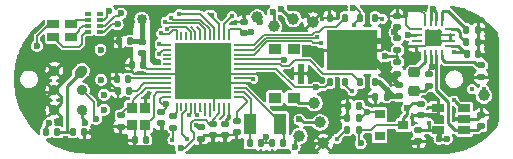
<source format=gbr>
G04 #@! TF.GenerationSoftware,KiCad,Pcbnew,(6.0.4)*
G04 #@! TF.CreationDate,2022-04-30T14:08:03+02:00*
G04 #@! TF.ProjectId,nRF52832_qfaa,6e524635-3238-4333-925f-716661612e6b,rev?*
G04 #@! TF.SameCoordinates,Original*
G04 #@! TF.FileFunction,Copper,L1,Top*
G04 #@! TF.FilePolarity,Positive*
%FSLAX45Y45*%
G04 Gerber Fmt 4.5, Leading zero omitted, Abs format (unit mm)*
G04 Created by KiCad (PCBNEW (6.0.4)) date 2022-04-30 14:08:03*
%MOMM*%
%LPD*%
G01*
G04 APERTURE LIST*
G04 Aperture macros list*
%AMRoundRect*
0 Rectangle with rounded corners*
0 $1 Rounding radius*
0 $2 $3 $4 $5 $6 $7 $8 $9 X,Y pos of 4 corners*
0 Add a 4 corners polygon primitive as box body*
4,1,4,$2,$3,$4,$5,$6,$7,$8,$9,$2,$3,0*
0 Add four circle primitives for the rounded corners*
1,1,$1+$1,$2,$3*
1,1,$1+$1,$4,$5*
1,1,$1+$1,$6,$7*
1,1,$1+$1,$8,$9*
0 Add four rect primitives between the rounded corners*
20,1,$1+$1,$2,$3,$4,$5,0*
20,1,$1+$1,$4,$5,$6,$7,0*
20,1,$1+$1,$6,$7,$8,$9,0*
20,1,$1+$1,$8,$9,$2,$3,0*%
%AMHorizOval*
0 Thick line with rounded ends*
0 $1 width*
0 $2 $3 position (X,Y) of the first rounded end (center of the circle)*
0 $4 $5 position (X,Y) of the second rounded end (center of the circle)*
0 Add line between two ends*
20,1,$1,$2,$3,$4,$5,0*
0 Add two circle primitives to create the rounded ends*
1,1,$1,$2,$3*
1,1,$1,$4,$5*%
G04 Aperture macros list end*
G04 #@! TA.AperFunction,SMDPad,CuDef*
%ADD10R,0.850000X0.950000*%
G04 #@! TD*
G04 #@! TA.AperFunction,SMDPad,CuDef*
%ADD11RoundRect,0.140000X0.170000X-0.140000X0.170000X0.140000X-0.170000X0.140000X-0.170000X-0.140000X0*%
G04 #@! TD*
G04 #@! TA.AperFunction,SMDPad,CuDef*
%ADD12RoundRect,0.140000X0.140000X0.170000X-0.140000X0.170000X-0.140000X-0.170000X0.140000X-0.170000X0*%
G04 #@! TD*
G04 #@! TA.AperFunction,SMDPad,CuDef*
%ADD13RoundRect,0.140000X-0.170000X0.140000X-0.170000X-0.140000X0.170000X-0.140000X0.170000X0.140000X0*%
G04 #@! TD*
G04 #@! TA.AperFunction,SMDPad,CuDef*
%ADD14RoundRect,0.140000X-0.140000X-0.170000X0.140000X-0.170000X0.140000X0.170000X-0.140000X0.170000X0*%
G04 #@! TD*
G04 #@! TA.AperFunction,SMDPad,CuDef*
%ADD15R,1.000000X1.800000*%
G04 #@! TD*
G04 #@! TA.AperFunction,SMDPad,CuDef*
%ADD16R,1.000000X0.800000*%
G04 #@! TD*
G04 #@! TA.AperFunction,SMDPad,CuDef*
%ADD17R,0.500000X0.400000*%
G04 #@! TD*
G04 #@! TA.AperFunction,SMDPad,CuDef*
%ADD18R,0.500000X0.300000*%
G04 #@! TD*
G04 #@! TA.AperFunction,SMDPad,CuDef*
%ADD19RoundRect,0.147500X0.147500X0.172500X-0.147500X0.172500X-0.147500X-0.172500X0.147500X-0.172500X0*%
G04 #@! TD*
G04 #@! TA.AperFunction,SMDPad,CuDef*
%ADD20R,1.060000X0.650000*%
G04 #@! TD*
G04 #@! TA.AperFunction,SMDPad,CuDef*
%ADD21RoundRect,0.062500X-0.062500X0.375000X-0.062500X-0.375000X0.062500X-0.375000X0.062500X0.375000X0*%
G04 #@! TD*
G04 #@! TA.AperFunction,SMDPad,CuDef*
%ADD22RoundRect,0.062500X-0.375000X0.062500X-0.375000X-0.062500X0.375000X-0.062500X0.375000X0.062500X0*%
G04 #@! TD*
G04 #@! TA.AperFunction,ComponentPad*
%ADD23C,0.500000*%
G04 #@! TD*
G04 #@! TA.AperFunction,SMDPad,CuDef*
%ADD24R,1.450000X1.450000*%
G04 #@! TD*
G04 #@! TA.AperFunction,SMDPad,CuDef*
%ADD25RoundRect,0.135000X0.135000X0.185000X-0.135000X0.185000X-0.135000X-0.185000X0.135000X-0.185000X0*%
G04 #@! TD*
G04 #@! TA.AperFunction,SMDPad,CuDef*
%ADD26RoundRect,0.135000X-0.185000X0.135000X-0.185000X-0.135000X0.185000X-0.135000X0.185000X0.135000X0*%
G04 #@! TD*
G04 #@! TA.AperFunction,SMDPad,CuDef*
%ADD27RoundRect,0.218750X-0.256250X0.218750X-0.256250X-0.218750X0.256250X-0.218750X0.256250X0.218750X0*%
G04 #@! TD*
G04 #@! TA.AperFunction,SMDPad,CuDef*
%ADD28R,0.900000X0.800000*%
G04 #@! TD*
G04 #@! TA.AperFunction,SMDPad,CuDef*
%ADD29RoundRect,0.030000X0.295000X0.070000X-0.295000X0.070000X-0.295000X-0.070000X0.295000X-0.070000X0*%
G04 #@! TD*
G04 #@! TA.AperFunction,SMDPad,CuDef*
%ADD30RoundRect,0.030000X-0.070000X0.295000X-0.070000X-0.295000X0.070000X-0.295000X0.070000X0.295000X0*%
G04 #@! TD*
G04 #@! TA.AperFunction,SMDPad,CuDef*
%ADD31RoundRect,0.030000X-0.295000X-0.070000X0.295000X-0.070000X0.295000X0.070000X-0.295000X0.070000X0*%
G04 #@! TD*
G04 #@! TA.AperFunction,SMDPad,CuDef*
%ADD32RoundRect,0.030000X0.070000X-0.295000X0.070000X0.295000X-0.070000X0.295000X-0.070000X-0.295000X0*%
G04 #@! TD*
G04 #@! TA.AperFunction,SMDPad,CuDef*
%ADD33R,4.700000X4.700000*%
G04 #@! TD*
G04 #@! TA.AperFunction,ComponentPad*
%ADD34C,0.908000*%
G04 #@! TD*
G04 #@! TA.AperFunction,SMDPad,CuDef*
%ADD35C,0.910000*%
G04 #@! TD*
G04 #@! TA.AperFunction,SMDPad,CuDef*
%ADD36HorizOval,0.910000X0.100000X0.100000X-0.100000X-0.100000X0*%
G04 #@! TD*
G04 #@! TA.AperFunction,SMDPad,CuDef*
%ADD37RoundRect,0.125000X-0.125000X0.250000X-0.125000X-0.250000X0.125000X-0.250000X0.125000X0.250000X0*%
G04 #@! TD*
G04 #@! TA.AperFunction,SMDPad,CuDef*
%ADD38R,4.300000X3.400000*%
G04 #@! TD*
G04 #@! TA.AperFunction,SMDPad,CuDef*
%ADD39R,1.000000X0.900000*%
G04 #@! TD*
G04 #@! TA.AperFunction,SMDPad,CuDef*
%ADD40R,0.550000X1.700000*%
G04 #@! TD*
G04 #@! TA.AperFunction,ComponentPad*
%ADD41C,0.850000*%
G04 #@! TD*
G04 #@! TA.AperFunction,SMDPad,CuDef*
%ADD42C,1.000000*%
G04 #@! TD*
G04 #@! TA.AperFunction,ViaPad*
%ADD43C,0.600000*%
G04 #@! TD*
G04 #@! TA.AperFunction,ViaPad*
%ADD44C,0.450000*%
G04 #@! TD*
G04 #@! TA.AperFunction,Conductor*
%ADD45C,0.200000*%
G04 #@! TD*
G04 #@! TA.AperFunction,Conductor*
%ADD46C,0.250000*%
G04 #@! TD*
G04 #@! TA.AperFunction,Conductor*
%ADD47C,0.500000*%
G04 #@! TD*
G04 #@! TA.AperFunction,Conductor*
%ADD48C,0.400000*%
G04 #@! TD*
G04 #@! TA.AperFunction,Conductor*
%ADD49C,0.150000*%
G04 #@! TD*
G04 #@! TA.AperFunction,Conductor*
%ADD50C,0.127000*%
G04 #@! TD*
G04 #@! TA.AperFunction,Conductor*
%ADD51C,0.254000*%
G04 #@! TD*
G04 APERTURE END LIST*
D10*
X3966988Y-3776760D03*
X3966988Y-3921760D03*
X4081988Y-3921760D03*
X4081988Y-3776760D03*
D11*
X4055984Y-3312160D03*
X4055984Y-3216160D03*
D12*
X4088484Y-4048760D03*
X3992484Y-4048760D03*
D13*
X3872088Y-3838460D03*
X3872088Y-3934460D03*
D14*
X3967084Y-3413760D03*
X4063084Y-3413760D03*
D11*
X4856084Y-3979660D03*
X4856084Y-3883660D03*
X4919584Y-3144260D03*
X4919584Y-3048260D03*
D13*
X4214988Y-3810260D03*
X4214988Y-3906260D03*
D12*
X3932788Y-3528060D03*
X3836788Y-3528060D03*
X3945488Y-3629660D03*
X3849488Y-3629660D03*
D13*
X4754484Y-3911860D03*
X4754484Y-4007860D03*
X4652884Y-3911860D03*
X4652884Y-4007860D03*
D15*
X4969420Y-3912496D03*
X5219420Y-3912496D03*
D12*
X5059420Y-4075796D03*
X4963420Y-4075796D03*
D14*
X5153920Y-4075796D03*
X5249920Y-4075796D03*
D16*
X3302184Y-3062596D03*
X3452184Y-3062596D03*
X3452184Y-3172596D03*
X3302184Y-3172596D03*
D17*
X3693884Y-3129096D03*
D18*
X3693884Y-3079096D03*
X3693884Y-3029096D03*
D17*
X3693884Y-2979096D03*
X3593884Y-2979096D03*
D18*
X3593884Y-3029096D03*
X3593884Y-3079096D03*
D17*
X3593884Y-3129096D03*
D11*
X6228080Y-3677660D03*
X6228080Y-3581660D03*
D12*
X6123680Y-3680460D03*
X6027680Y-3680460D03*
D14*
X3468884Y-3981196D03*
X3564884Y-3981196D03*
D12*
X5888984Y-3756660D03*
X5792984Y-3756660D03*
D19*
X5889484Y-3858260D03*
X5792484Y-3858260D03*
D20*
X6782580Y-3965960D03*
X6782580Y-3870960D03*
X6782580Y-3775960D03*
X6562580Y-3775960D03*
X6562580Y-3965960D03*
D21*
X6595580Y-3036710D03*
X6545580Y-3036710D03*
X6495580Y-3036710D03*
X6445580Y-3036710D03*
D22*
X6376830Y-3105460D03*
X6376830Y-3155460D03*
X6376830Y-3205460D03*
X6376830Y-3255460D03*
D21*
X6445580Y-3324210D03*
X6495580Y-3324210D03*
X6545580Y-3324210D03*
X6595580Y-3324210D03*
D22*
X6664330Y-3255460D03*
X6664330Y-3205460D03*
X6664330Y-3155460D03*
X6664330Y-3105460D03*
D23*
X6473080Y-3132960D03*
X6568080Y-3132960D03*
X6568080Y-3227960D03*
D24*
X6520580Y-3180460D03*
D23*
X6473080Y-3227960D03*
D25*
X6901380Y-3214460D03*
X6799380Y-3214460D03*
X5891984Y-3959860D03*
X5789984Y-3959860D03*
D13*
X6215380Y-2997460D03*
X6215380Y-3093460D03*
D11*
X6926580Y-3931660D03*
X6926580Y-3835660D03*
D26*
X6482080Y-3489760D03*
X6482080Y-3591760D03*
X6215380Y-3388160D03*
X6215380Y-3490160D03*
D25*
X6901380Y-3112860D03*
X6799380Y-3112860D03*
D26*
X6215380Y-3184760D03*
X6215380Y-3286760D03*
D27*
X6355080Y-3474710D03*
X6355080Y-3632210D03*
D28*
X6064580Y-3826760D03*
X6064580Y-4016760D03*
X6264580Y-3921760D03*
D29*
X4865584Y-3684560D03*
X4865584Y-3644560D03*
X4865584Y-3604560D03*
X4865584Y-3564560D03*
X4865584Y-3524560D03*
X4865584Y-3484560D03*
X4865584Y-3444560D03*
X4865584Y-3404560D03*
X4865584Y-3364560D03*
X4865584Y-3324560D03*
X4865584Y-3284560D03*
X4865584Y-3244560D03*
D30*
X4785584Y-3164560D03*
X4745584Y-3164560D03*
X4705584Y-3164560D03*
X4665584Y-3164560D03*
X4625584Y-3164560D03*
X4585584Y-3164560D03*
X4545584Y-3164560D03*
X4505584Y-3164560D03*
X4465584Y-3164560D03*
X4425584Y-3164560D03*
X4385584Y-3164560D03*
X4345584Y-3164560D03*
D31*
X4265584Y-3244560D03*
X4265584Y-3284560D03*
X4265584Y-3324560D03*
X4265584Y-3364560D03*
X4265584Y-3404560D03*
X4265584Y-3444560D03*
X4265584Y-3484560D03*
X4265584Y-3524560D03*
X4265584Y-3564560D03*
X4265584Y-3604560D03*
X4265584Y-3644560D03*
X4265584Y-3684560D03*
D32*
X4345584Y-3764560D03*
X4385584Y-3764560D03*
X4425584Y-3764560D03*
X4465584Y-3764560D03*
X4505584Y-3764560D03*
X4545584Y-3764560D03*
X4585584Y-3764560D03*
X4625584Y-3764560D03*
X4665584Y-3764560D03*
X4705584Y-3764560D03*
X4745584Y-3764560D03*
X4785584Y-3764560D03*
D33*
X4565584Y-3464560D03*
D34*
X4745584Y-3644560D03*
X4745584Y-3524560D03*
X4745584Y-3404560D03*
X4745584Y-3284560D03*
X4625584Y-3644560D03*
X4625584Y-3524560D03*
X4625584Y-3404560D03*
X4625584Y-3284560D03*
X4505584Y-3644560D03*
X4505584Y-3524560D03*
X4505584Y-3404560D03*
X4505584Y-3284560D03*
X4385584Y-3644560D03*
X4385584Y-3524560D03*
X4385584Y-3404560D03*
X4385584Y-3284560D03*
D35*
X3310984Y-3460596D03*
X3310984Y-3625596D03*
X3310984Y-3790596D03*
X3544984Y-3790596D03*
X3544984Y-3625596D03*
D36*
X3534984Y-3470596D03*
D37*
X6024880Y-3016760D03*
X5897880Y-3016760D03*
X5770880Y-3016760D03*
X5643880Y-3016760D03*
X5643880Y-3556760D03*
X5770880Y-3556760D03*
X5897880Y-3556760D03*
X6024880Y-3556760D03*
D38*
X5834380Y-3286760D03*
D12*
X6898380Y-3320060D03*
X6802380Y-3320060D03*
D26*
X6926580Y-3413560D03*
X6926580Y-3515560D03*
D13*
X6393180Y-3962660D03*
X6393180Y-4058660D03*
X4551284Y-3939800D03*
X4551284Y-4035800D03*
D14*
X3858384Y-3210560D03*
X3954384Y-3210560D03*
D19*
X3336784Y-3981196D03*
X3239784Y-3981196D03*
D39*
X5336784Y-3280896D03*
X5176784Y-3280896D03*
X5176784Y-3690896D03*
X5336784Y-3690896D03*
D40*
X5399284Y-3485896D03*
D41*
X4051300Y-3022600D03*
D42*
X5511800Y-3733800D03*
D26*
X4316588Y-3841296D03*
X4316588Y-3943296D03*
D42*
X6946900Y-3670300D03*
D13*
X6412484Y-3742696D03*
X6412484Y-3838696D03*
D42*
X5334000Y-3022600D03*
X5384800Y-4013200D03*
X5588000Y-4076700D03*
X5499100Y-3048000D03*
X5029200Y-3009900D03*
X5562600Y-3898900D03*
X5168900Y-3086100D03*
D43*
X5935980Y-3667760D03*
X5758180Y-3680460D03*
D44*
X4100688Y-3663696D03*
X4233784Y-4023360D03*
X3928984Y-3083560D03*
X3890884Y-3134360D03*
X3801984Y-3147060D03*
X6786880Y-3020060D03*
X6964680Y-3121660D03*
X5580380Y-3020060D03*
X4144955Y-3274131D03*
D43*
X3326384Y-3282696D03*
D44*
X6723380Y-3870960D03*
X4754484Y-4087763D03*
D43*
X4151884Y-4120896D03*
D44*
X4192611Y-3080487D03*
D43*
X5713984Y-3858260D03*
X5104384Y-4019296D03*
D44*
X6558280Y-3832860D03*
X4919584Y-2997200D03*
D43*
X5423908Y-2954722D03*
X3192780Y-3832860D03*
D44*
X6101080Y-3210560D03*
D43*
X3631184Y-3981196D03*
D44*
X6384681Y-3312160D03*
X4652884Y-4087763D03*
D43*
X5472684Y-3485896D03*
X5015484Y-3612896D03*
D44*
X6310884Y-4070096D03*
D43*
X3638682Y-3483950D03*
X5499100Y-4089400D03*
D44*
X6177280Y-3528060D03*
D43*
X6977380Y-3223260D03*
D44*
X4144813Y-3375589D03*
X6278880Y-2980960D03*
X4508500Y-3924300D03*
D43*
X3262884Y-3904996D03*
X4978400Y-3136900D03*
X6570980Y-4036060D03*
X5384800Y-3873500D03*
D44*
X4786488Y-3854196D03*
D43*
X3162300Y-3251200D03*
X5054600Y-3048000D03*
X4259184Y-3743960D03*
X6634480Y-4036060D03*
D44*
X6482080Y-3904996D03*
X6118480Y-3612260D03*
D43*
X4381500Y-4114800D03*
X3568700Y-3905246D03*
D44*
X4447904Y-3838304D03*
X4194884Y-3321790D03*
D43*
X3732784Y-3790696D03*
X5162550Y-2965450D03*
X5232971Y-2939791D03*
D44*
X4198884Y-3233560D03*
D43*
X3732784Y-3663696D03*
D44*
X4214988Y-3143610D03*
D43*
X3701475Y-3282549D03*
X6520180Y-2939796D03*
X6189980Y-3134360D03*
X5344925Y-4104570D03*
X5256784Y-3371596D03*
D44*
X5834380Y-3629660D03*
D43*
X5525318Y-3602050D03*
D44*
X5567680Y-3223260D03*
X6088380Y-3020060D03*
X5535667Y-3172573D03*
X5844148Y-3070860D03*
D43*
X5842000Y-2933700D03*
D44*
X4297284Y-3012313D03*
D43*
X3873201Y-2975961D03*
X3770884Y-2952496D03*
D44*
X4367388Y-2977896D03*
D43*
X3847143Y-3066796D03*
D44*
X4246484Y-3045460D03*
X6691806Y-3305635D03*
X6946280Y-3616960D03*
X6846580Y-3616960D03*
D43*
X5332984Y-3282696D03*
X6307867Y-3155460D03*
X6507480Y-3426460D03*
X5332984Y-3689096D03*
D44*
X4648200Y-2991350D03*
X4813300Y-2997200D03*
X6692286Y-3712575D03*
D43*
X5904143Y-4075936D03*
X6298184Y-3777996D03*
X5180584Y-3689096D03*
X5955284Y-3810046D03*
D44*
X4309984Y-4048760D03*
D43*
X5177559Y-3278387D03*
D44*
X4995784Y-3528060D03*
D43*
X6113780Y-3337560D03*
D44*
X4436984Y-4036060D03*
X5701284Y-4036060D03*
X4520866Y-3835832D03*
D43*
X3662890Y-3868931D03*
X3707384Y-3536696D03*
D44*
X4265788Y-3103599D03*
D45*
X3878184Y-3413760D02*
X3878184Y-3312160D01*
D46*
X6384681Y-3312160D02*
X6384681Y-3312160D01*
D47*
X6101080Y-3210560D02*
X5910580Y-3210560D01*
D45*
X4192611Y-3080487D02*
X4190711Y-3082388D01*
D48*
X3928158Y-3095434D02*
X3929033Y-3094559D01*
D46*
X6278880Y-2980960D02*
X6278880Y-2980960D01*
D49*
X6414516Y-2952496D02*
X6307344Y-2952496D01*
X6278880Y-2994660D02*
X6278880Y-2980960D01*
D45*
X4170284Y-3401060D02*
X4144813Y-3375589D01*
X4564887Y-4087763D02*
X4652884Y-4087763D01*
X6445580Y-3255460D02*
X6520580Y-3180460D01*
X4870384Y-3564560D02*
X4871984Y-3566160D01*
X4966778Y-3566160D02*
X5013514Y-3612896D01*
D47*
X5910580Y-3210560D02*
X5834380Y-3286760D01*
D49*
X3890884Y-4086860D02*
X3890884Y-4036060D01*
D50*
X5713984Y-3790696D02*
X5713984Y-3858260D01*
X5748020Y-3756660D02*
X5713984Y-3790696D01*
D46*
X6373500Y-3300979D02*
X6384681Y-3312160D01*
X5511800Y-4076700D02*
X5499100Y-4089400D01*
D45*
X4233784Y-3912356D02*
X4227688Y-3906260D01*
D46*
X6977180Y-3515560D02*
X6990080Y-3502660D01*
D45*
X3649436Y-3473196D02*
X3638682Y-3483950D01*
D46*
X6381744Y-4070096D02*
X6393180Y-4058660D01*
D45*
X3872088Y-3934460D02*
X3872088Y-4017264D01*
D48*
X6215180Y-3490160D02*
X6177280Y-3528060D01*
D51*
X3192780Y-3733800D02*
X3192780Y-3832860D01*
D46*
X5461000Y-2997200D02*
X5423908Y-2954722D01*
D45*
X4665584Y-3684560D02*
X4625584Y-3644560D01*
D46*
X3801984Y-3454796D02*
X3801984Y-3147060D01*
D45*
X3992484Y-4048760D02*
X3903584Y-4048760D01*
D49*
X6445580Y-3036710D02*
X6445580Y-2983560D01*
D48*
X3928984Y-3094509D02*
X3929033Y-3094559D01*
D49*
X4133249Y-4102261D02*
X4151884Y-4120896D01*
D45*
X3878184Y-3413760D02*
X3967084Y-3413760D01*
D50*
X5110084Y-4075796D02*
X5059420Y-4075796D01*
D45*
X3195580Y-3830060D02*
X3192780Y-3832860D01*
X5013514Y-3612896D02*
X5015484Y-3612896D01*
X4081988Y-3682396D02*
X4081988Y-3776760D01*
X4002644Y-2933700D02*
X3928158Y-3008186D01*
D49*
X6376830Y-3105460D02*
X6324148Y-3105460D01*
D46*
X6262380Y-2997460D02*
X6278880Y-2980960D01*
X6562580Y-3828559D02*
X6558280Y-3832859D01*
D49*
X6445580Y-2983560D02*
X6414516Y-2952496D01*
D45*
X4195684Y-3077415D02*
X4192611Y-3080487D01*
D46*
X5461000Y-3048000D02*
X5461000Y-2997200D01*
D45*
X3783584Y-3473196D02*
X3783584Y-3563756D01*
D49*
X5643880Y-3016760D02*
X5583680Y-3016760D01*
D45*
X6299200Y-3276600D02*
X6299200Y-3289300D01*
X3878184Y-3312160D02*
X3878184Y-3230360D01*
D46*
X4754484Y-4007860D02*
X4754484Y-4087763D01*
X4144813Y-3274272D02*
X4144813Y-3375589D01*
D51*
X3192780Y-3543300D02*
X3192780Y-3568700D01*
D45*
X6382141Y-3314700D02*
X6384681Y-3312160D01*
X4865584Y-3484560D02*
X4785584Y-3484560D01*
X3783584Y-3473196D02*
X3649436Y-3473196D01*
X4195684Y-3070860D02*
X4195684Y-3077415D01*
D50*
X5792984Y-3756660D02*
X5748020Y-3756660D01*
X5153920Y-4075796D02*
X5110084Y-4075796D01*
D46*
X6968580Y-3214460D02*
X6977380Y-3223260D01*
X6891280Y-3870960D02*
X6782580Y-3870960D01*
D48*
X3876532Y-3147060D02*
X3928158Y-3095434D01*
D49*
X3906285Y-4102261D02*
X3890884Y-4086860D01*
D45*
X4233784Y-4023360D02*
X4233784Y-3912356D01*
X4665584Y-3564560D02*
X4565584Y-3464560D01*
D49*
X4007885Y-4102261D02*
X4133249Y-4102261D01*
D45*
X4865584Y-3564560D02*
X4870384Y-3564560D01*
X6664330Y-3155460D02*
X6545580Y-3155460D01*
X4144884Y-3375519D02*
X4144813Y-3375589D01*
X4918102Y-3566160D02*
X4966778Y-3566160D01*
D50*
X5399284Y-3485896D02*
X5472684Y-3485896D01*
D46*
X6901380Y-3317060D02*
X6898380Y-3320060D01*
D45*
X4190711Y-3088533D02*
X4190711Y-3082388D01*
X4144884Y-3375660D02*
X4144884Y-3375660D01*
D46*
X3796284Y-3460496D02*
X3801984Y-3454796D01*
D48*
X6228080Y-3581660D02*
X6228080Y-3578860D01*
D50*
X5792484Y-3858260D02*
X5713984Y-3858260D01*
D46*
X6990080Y-3387076D02*
X6923064Y-3320060D01*
D51*
X3310984Y-3625596D02*
X3298284Y-3638296D01*
D45*
X4856084Y-3979660D02*
X4859584Y-3979660D01*
D46*
X6562580Y-3775960D02*
X6562580Y-3828559D01*
D51*
X3192780Y-3568700D02*
X3192780Y-3733800D01*
D45*
X3872088Y-4017264D02*
X3890884Y-4036060D01*
D48*
X6228080Y-3578860D02*
X6177280Y-3528060D01*
D50*
X4865584Y-3484560D02*
X4865886Y-3484258D01*
D45*
X3878184Y-3230360D02*
X3858384Y-3210560D01*
D51*
X3199384Y-3638296D02*
X3192780Y-3631692D01*
D45*
X6324600Y-3314700D02*
X6382141Y-3314700D01*
X3796284Y-3460496D02*
X3783584Y-3473196D01*
X3858384Y-3216160D02*
X3858384Y-3210560D01*
X4919584Y-3048260D02*
X4919584Y-2997200D01*
D46*
X5588000Y-4076700D02*
X5511800Y-4076700D01*
D51*
X3254188Y-3733800D02*
X3192780Y-3733800D01*
D45*
X4195684Y-3401060D02*
X4170284Y-3401060D01*
X6299200Y-3289300D02*
X6324600Y-3314700D01*
D49*
X6324148Y-3105460D02*
X6291580Y-3072892D01*
D45*
X3967084Y-3464560D02*
X3967084Y-3413760D01*
D46*
X3800348Y-3464560D02*
X3967084Y-3464560D01*
D51*
X3564884Y-3981196D02*
X3631184Y-3981196D01*
D46*
X6923064Y-3320060D02*
X6898380Y-3320060D01*
D45*
X4182984Y-2969260D02*
X4147424Y-2933700D01*
D46*
X6926580Y-3515560D02*
X6977180Y-3515560D01*
D49*
X6307344Y-2952496D02*
X6278880Y-2980960D01*
D46*
X4144955Y-3274131D02*
X4144813Y-3274272D01*
D45*
X4144884Y-3134360D02*
X4144884Y-3375519D01*
X4865584Y-3564560D02*
X4665584Y-3564560D01*
D51*
X3310984Y-3790596D02*
X3254188Y-3733800D01*
D46*
X6901380Y-3214460D02*
X6968580Y-3214460D01*
X4144884Y-3134360D02*
X4182984Y-3096260D01*
D49*
X4007885Y-4102261D02*
X3906285Y-4102261D01*
D45*
X4665584Y-3764560D02*
X4665584Y-3684560D01*
X3928158Y-3008186D02*
X3928158Y-3095434D01*
D46*
X4195684Y-3058160D02*
X4195684Y-3070860D01*
X4652884Y-4007860D02*
X4652884Y-4087763D01*
D45*
X3903584Y-4048760D02*
X3890884Y-4036060D01*
X6545580Y-3205460D02*
X6520580Y-3180460D01*
D50*
X5090047Y-3484258D02*
X5104384Y-3498596D01*
D46*
X4144884Y-3134360D02*
X4144884Y-3274060D01*
D50*
X5104384Y-4070096D02*
X5104384Y-4019296D01*
D45*
X4265584Y-3484560D02*
X3987084Y-3484560D01*
X3865484Y-3203460D02*
X3858384Y-3210560D01*
D47*
X6101080Y-3210560D02*
X6101080Y-3210560D01*
D45*
X6376830Y-3255460D02*
X6320340Y-3255460D01*
X4785584Y-3484560D02*
X4745584Y-3524560D01*
X6664330Y-3205460D02*
X6545580Y-3205460D01*
D46*
X4144884Y-3274060D02*
X4144955Y-3274131D01*
D51*
X3298284Y-3638296D02*
X3199384Y-3638296D01*
D45*
X4827884Y-4007860D02*
X4856084Y-3979660D01*
D47*
X6177280Y-3528060D02*
X5935980Y-3286760D01*
D45*
X4147424Y-2933700D02*
X4002644Y-2933700D01*
D49*
X5583680Y-3016760D02*
X5580380Y-3020060D01*
D48*
X3801984Y-3147060D02*
X3876532Y-3147060D01*
D50*
X4865886Y-3484258D02*
X5090047Y-3484258D01*
D46*
X6310884Y-4070096D02*
X6381744Y-4070096D01*
D45*
X3783584Y-3563756D02*
X3849488Y-3629660D01*
D46*
X6425184Y-3825996D02*
X6551417Y-3825996D01*
D51*
X3192780Y-3631692D02*
X3192780Y-3568700D01*
D49*
X6291580Y-3007360D02*
X6278880Y-2994660D01*
D45*
X4144884Y-3134360D02*
X4190711Y-3088533D01*
X3992484Y-3934460D02*
X3872088Y-3934460D01*
D46*
X6901380Y-3112860D02*
X6901380Y-3317060D01*
X6990080Y-3502660D02*
X6990080Y-3387076D01*
D51*
X3275484Y-3460596D02*
X3192780Y-3543300D01*
D50*
X5110084Y-4075796D02*
X5104384Y-4070096D01*
D46*
X4182984Y-3096260D02*
X4182984Y-3083560D01*
D45*
X3987084Y-3484560D02*
X3967084Y-3464560D01*
D46*
X5423908Y-2954722D02*
X5422900Y-2959100D01*
X4182984Y-3083560D02*
X4195684Y-3070860D01*
X4195684Y-3058160D02*
X4195684Y-2981960D01*
D45*
X3992484Y-3934460D02*
X4005184Y-3921760D01*
X4754484Y-4007860D02*
X4827884Y-4007860D01*
X6320340Y-3255460D02*
X6299200Y-3276600D01*
D49*
X3992484Y-4086860D02*
X4007885Y-4102261D01*
D46*
X4579224Y-4007860D02*
X4754484Y-4007860D01*
D49*
X3992484Y-4048760D02*
X3992484Y-4086860D01*
D45*
X4545584Y-3484560D02*
X4565584Y-3464560D01*
D49*
X6291580Y-3072892D02*
X6291580Y-3007360D01*
D45*
X4871984Y-3566160D02*
X4918102Y-3566160D01*
D46*
X6551417Y-3825996D02*
X6558280Y-3832860D01*
D45*
X4265584Y-3484560D02*
X4545584Y-3484560D01*
D46*
X3796284Y-3460496D02*
X3800348Y-3464560D01*
D45*
X4100688Y-3663696D02*
X4081988Y-3682396D01*
D48*
X6215380Y-3490160D02*
X6215180Y-3490160D01*
D45*
X4551284Y-4035800D02*
X4551284Y-4074160D01*
D46*
X4195684Y-2981960D02*
X4182984Y-2969260D01*
D45*
X6545580Y-3155460D02*
X6520580Y-3180460D01*
X6541280Y-3159760D02*
X6520580Y-3180460D01*
D46*
X6926580Y-3835660D02*
X6891280Y-3870960D01*
D51*
X3310984Y-3460596D02*
X3275484Y-3460596D01*
D46*
X6215380Y-2997460D02*
X6262380Y-2997460D01*
D45*
X4551284Y-4074160D02*
X4564887Y-4087763D01*
D47*
X5935980Y-3286760D02*
X5834380Y-3286760D01*
D45*
X3992484Y-4048760D02*
X3992484Y-3934460D01*
X6376830Y-3255460D02*
X6445580Y-3255460D01*
D46*
X4551284Y-4035800D02*
X4579224Y-4007860D01*
D48*
X6118480Y-3612260D02*
X6062980Y-3556760D01*
D51*
X3239784Y-3981196D02*
X3239784Y-3928096D01*
D45*
X4259184Y-3778764D02*
X4259184Y-3743960D01*
D49*
X4785584Y-3118500D02*
X4799188Y-3104896D01*
D50*
X3267084Y-3062596D02*
X3302184Y-3062596D01*
X3161284Y-3168396D02*
X3267084Y-3062596D01*
D49*
X4785584Y-3164560D02*
X4785584Y-3118500D01*
D45*
X4785584Y-3853292D02*
X4785584Y-3764560D01*
D48*
X6123680Y-3680460D02*
X6123680Y-3617460D01*
D49*
X4265584Y-3684560D02*
X4219524Y-3684560D01*
D46*
X4524000Y-3939800D02*
X4551284Y-3939800D01*
D49*
X4202288Y-3727196D02*
X4219052Y-3743960D01*
D46*
X5422900Y-3898900D02*
X5384800Y-3873500D01*
D45*
X4919584Y-3144260D02*
X4935084Y-3144260D01*
X4786488Y-3854196D02*
X4785584Y-3853292D01*
D46*
X6570980Y-4036060D02*
X6634480Y-4036060D01*
D50*
X3162300Y-3251200D02*
X3161284Y-3250184D01*
D48*
X6062980Y-3556760D02*
X6024880Y-3556760D01*
D49*
X4978400Y-3136900D02*
X4971040Y-3144260D01*
D48*
X6177280Y-3671060D02*
X6118480Y-3612260D01*
X6570980Y-4036060D02*
X6570980Y-3974360D01*
D46*
X6202680Y-3677660D02*
X6149080Y-3677660D01*
D50*
X3161284Y-3250184D02*
X3161284Y-3168396D01*
D51*
X3239784Y-3928096D02*
X3262884Y-3904996D01*
D46*
X6149080Y-3677660D02*
X6151880Y-3680460D01*
X4754484Y-3886200D02*
X4754484Y-3911860D01*
D48*
X6570980Y-3974360D02*
X6562580Y-3965960D01*
D49*
X4799188Y-3104896D02*
X4880220Y-3104896D01*
D46*
X4508500Y-3924300D02*
X4524000Y-3939800D01*
X6482080Y-3961892D02*
X6486148Y-3965960D01*
D45*
X4265584Y-3737560D02*
X4259184Y-3743960D01*
D46*
X5562600Y-3898900D02*
X5422900Y-3898900D01*
X4786488Y-3854196D02*
X4754484Y-3886200D01*
X5384800Y-3873500D02*
X5397500Y-3873500D01*
X6396480Y-3965960D02*
X6393180Y-3962660D01*
D49*
X4880220Y-3104896D02*
X4919584Y-3144260D01*
X4219052Y-3743960D02*
X4259184Y-3743960D01*
D46*
X6562580Y-3965960D02*
X6486148Y-3965960D01*
X6482080Y-3904996D02*
X6482080Y-3961892D01*
D49*
X4219524Y-3684560D02*
X4202288Y-3701796D01*
X4202288Y-3701796D02*
X4202288Y-3727196D01*
X4971040Y-3144260D02*
X4919584Y-3144260D01*
D48*
X6123680Y-3617460D02*
X6118480Y-3612260D01*
X6126480Y-3677660D02*
X6123680Y-3680460D01*
D46*
X6486148Y-3965960D02*
X6396480Y-3965960D01*
D45*
X4227688Y-3810260D02*
X4259184Y-3778764D01*
D48*
X6228080Y-3677660D02*
X6126480Y-3677660D01*
D50*
X4623060Y-3911860D02*
X4591699Y-3880499D01*
X4652884Y-3911860D02*
X4623060Y-3911860D01*
D45*
X4705584Y-3822160D02*
X4705584Y-3764560D01*
X4652884Y-3911860D02*
X4652884Y-3874860D01*
D50*
X4495800Y-3991316D02*
X4495800Y-4039188D01*
X4490357Y-3880499D02*
X4464699Y-3906157D01*
X4495800Y-4039188D02*
X4420188Y-4114800D01*
X4591699Y-3880499D02*
X4490357Y-3880499D01*
D45*
X4652884Y-3874860D02*
X4705584Y-3822160D01*
D50*
X4381500Y-4114800D02*
X4394200Y-4127500D01*
X4464699Y-3906157D02*
X4464699Y-3960215D01*
X4420188Y-4114800D02*
X4381500Y-4114800D01*
X4464699Y-3960215D02*
X4495800Y-3991316D01*
D51*
X3544984Y-3856896D02*
X3544984Y-3790596D01*
D45*
X4447904Y-3838304D02*
X4465584Y-3820623D01*
D51*
X3568700Y-3905246D02*
X3568700Y-3880612D01*
D45*
X4465584Y-3820623D02*
X4465584Y-3764560D01*
D51*
X3568700Y-3880612D02*
X3544984Y-3856896D01*
X3544984Y-3790596D02*
X3570484Y-3816096D01*
D45*
X4265584Y-3564560D02*
X4072824Y-3564560D01*
X4072824Y-3564560D02*
X4007724Y-3629660D01*
X4007724Y-3629660D02*
X3945488Y-3629660D01*
X3936288Y-3524560D02*
X3932788Y-3528060D01*
X4265584Y-3524560D02*
X3936288Y-3524560D01*
D49*
X4232114Y-3284560D02*
X4194884Y-3321790D01*
D46*
X5168900Y-3086100D02*
X5168900Y-2971800D01*
X5168900Y-2971800D02*
X5162550Y-2965450D01*
D49*
X4265584Y-3284560D02*
X4232114Y-3284560D01*
D46*
X5334000Y-3022600D02*
X5315780Y-3022600D01*
D49*
X4209884Y-3244560D02*
X4198884Y-3233560D01*
D46*
X5315780Y-3022600D02*
X5232971Y-2939791D01*
D49*
X4265584Y-3244560D02*
X4209884Y-3244560D01*
D50*
X4865584Y-3644560D02*
X4920148Y-3644560D01*
X4977384Y-3701796D02*
X4977384Y-3904532D01*
X4977384Y-3904532D02*
X4969420Y-3912496D01*
X4920148Y-3644560D02*
X4977384Y-3701796D01*
X4969420Y-4069796D02*
X4963420Y-4075796D01*
D45*
X4990084Y-3891832D02*
X4969420Y-3912496D01*
D50*
X4969420Y-3912496D02*
X4969420Y-4069796D01*
X5256784Y-4006596D02*
X5256784Y-4068932D01*
X5219420Y-3912496D02*
X5219420Y-3969232D01*
X4865584Y-3604560D02*
X4930948Y-3604560D01*
X5219420Y-3893032D02*
X5219420Y-3912496D01*
X5256784Y-4068932D02*
X5249920Y-4075796D01*
X5219420Y-3969232D02*
X5256784Y-4006596D01*
X4930948Y-3604560D02*
X5219420Y-3893032D01*
D49*
X4345584Y-3164560D02*
X4345584Y-3185160D01*
X4342944Y-3118552D02*
X4345584Y-3121192D01*
X4345584Y-3121192D02*
X4345584Y-3164560D01*
X4310739Y-3122219D02*
X4310739Y-3118552D01*
X4284409Y-3148549D02*
X4310739Y-3122219D01*
X4310739Y-3118552D02*
X4342944Y-3118552D01*
X4219927Y-3148549D02*
X4284409Y-3148549D01*
X4214988Y-3143610D02*
X4219927Y-3148549D01*
X4909348Y-3684560D02*
X4939284Y-3714496D01*
X4939284Y-3714496D02*
X4939284Y-3727196D01*
X4856084Y-3810396D02*
X4856084Y-3883660D01*
X4865584Y-3684560D02*
X4909348Y-3684560D01*
X4939284Y-3727196D02*
X4856084Y-3810396D01*
D46*
X6495580Y-2964396D02*
X6495580Y-3033380D01*
X6215380Y-3184760D02*
X6215380Y-3159760D01*
X6545580Y-2965196D02*
X6545580Y-3033380D01*
X6215380Y-3093460D02*
X6215380Y-3108960D01*
X6215380Y-3159760D02*
X6189980Y-3134360D01*
X6215380Y-3108960D02*
X6189980Y-3134360D01*
X5344925Y-4053075D02*
X5384800Y-4013200D01*
X6520180Y-2939796D02*
X6545580Y-2965196D01*
X5344925Y-4104570D02*
X5344925Y-4053075D01*
X6520180Y-2939796D02*
X6495580Y-2964396D01*
D50*
X5827016Y-3485896D02*
X5897880Y-3556760D01*
X5217197Y-3404560D02*
X5235534Y-3422897D01*
X5472684Y-3371596D02*
X5586984Y-3485896D01*
X5235534Y-3422897D02*
X5294383Y-3422897D01*
X4865584Y-3404560D02*
X5217197Y-3404560D01*
X5294383Y-3422897D02*
X5345684Y-3371596D01*
X5586984Y-3485896D02*
X5827016Y-3485896D01*
X5345684Y-3371596D02*
X5472684Y-3371596D01*
D45*
X5834380Y-3629660D02*
X5834380Y-3629660D01*
X5770880Y-3556760D02*
X5770880Y-3578860D01*
X5821680Y-3629660D02*
X5834380Y-3629660D01*
X5770880Y-3578860D02*
X5821680Y-3629660D01*
D50*
X5256784Y-3371596D02*
X5244084Y-3384296D01*
X5256784Y-3371596D02*
X5249748Y-3364560D01*
X5249748Y-3364560D02*
X4865584Y-3364560D01*
X5525318Y-3602050D02*
X5598590Y-3602050D01*
X4865584Y-3444560D02*
X5190048Y-3444560D01*
X5598590Y-3602050D02*
X5643880Y-3556760D01*
X5190048Y-3444560D02*
X5347538Y-3602050D01*
X5347538Y-3602050D02*
X5525318Y-3602050D01*
D45*
X6088380Y-3020060D02*
X6088380Y-3020060D01*
X5567680Y-3223260D02*
X5567680Y-3223260D01*
D50*
X5502148Y-3223260D02*
X5567680Y-3223260D01*
D45*
X6085080Y-3016760D02*
X6088380Y-3020060D01*
D50*
X4999020Y-3324560D02*
X5110480Y-3213100D01*
X5110480Y-3213100D02*
X5491988Y-3213100D01*
X4865584Y-3324560D02*
X4999020Y-3324560D01*
D45*
X6024880Y-3016760D02*
X6085080Y-3016760D01*
D50*
X5491988Y-3213100D02*
X5502148Y-3223260D01*
X5099026Y-3185448D02*
X4999914Y-3284560D01*
X4999914Y-3284560D02*
X4865584Y-3284560D01*
D45*
X5535667Y-3168387D02*
X5535667Y-3172573D01*
D50*
X5522792Y-3185448D02*
X5099026Y-3185448D01*
D45*
X5867400Y-2933700D02*
X5842000Y-2933700D01*
X5897880Y-3016760D02*
X5849642Y-3064998D01*
X5849642Y-3064998D02*
X5847080Y-3064998D01*
X5897880Y-3016760D02*
X5897880Y-2964180D01*
D50*
X5535667Y-3172573D02*
X5522792Y-3185448D01*
D45*
X5897880Y-2964180D02*
X5867400Y-2933700D01*
D50*
X5000808Y-3244560D02*
X5087572Y-3157796D01*
X4865584Y-3244560D02*
X5000808Y-3244560D01*
X5589468Y-3091760D02*
X5695880Y-3091760D01*
D45*
X5695880Y-3091760D02*
X5770880Y-3016760D01*
D50*
X5087572Y-3157796D02*
X5488500Y-3157796D01*
X5517524Y-3128772D02*
X5552456Y-3128772D01*
X5488500Y-3157796D02*
X5517524Y-3128772D01*
X5552456Y-3128772D02*
X5589468Y-3091760D01*
X3542284Y-3231896D02*
X3516884Y-3257296D01*
X3542284Y-3168396D02*
X3542284Y-3231896D01*
X3581584Y-3129096D02*
X3542284Y-3168396D01*
X3593884Y-3129096D02*
X3581584Y-3129096D01*
X3386884Y-3257296D02*
X3302184Y-3172596D01*
X3516884Y-3257296D02*
X3386884Y-3257296D01*
X3555384Y-3079096D02*
X3593884Y-3079096D01*
X3452184Y-3172596D02*
X3474786Y-3172596D01*
X3523485Y-3110995D02*
X3555384Y-3079096D01*
X3523485Y-3123897D02*
X3523485Y-3110995D01*
X3474786Y-3172596D02*
X3523485Y-3123897D01*
X3593884Y-3029096D02*
X3485684Y-3029096D01*
X3485684Y-3029096D02*
X3452184Y-3062596D01*
X3873201Y-2975961D02*
X3854228Y-2994935D01*
D49*
X4625584Y-3109092D02*
X4545188Y-3028696D01*
X4625584Y-3164560D02*
X4625584Y-3109092D01*
X4625584Y-3164560D02*
X4625584Y-3124088D01*
D50*
X3854228Y-2994935D02*
X3825893Y-2994935D01*
X3825893Y-2994935D02*
X3741732Y-3079096D01*
D49*
X4545188Y-3028696D02*
X4313667Y-3028696D01*
D50*
X3741732Y-3079096D02*
X3693884Y-3079096D01*
D49*
X4313667Y-3028696D02*
X4297284Y-3012313D01*
X4545188Y-2977896D02*
X4665584Y-3098292D01*
D50*
X3758184Y-2965196D02*
X3770884Y-2952496D01*
X3758184Y-3002496D02*
X3758184Y-2965196D01*
D49*
X4665584Y-3098292D02*
X4665584Y-3164560D01*
D50*
X3693884Y-3029096D02*
X3731584Y-3029096D01*
X3731584Y-3029096D02*
X3758184Y-3002496D01*
D49*
X4367388Y-2977896D02*
X4545188Y-2977896D01*
D50*
X3733984Y-3129096D02*
X3693884Y-3129096D01*
D49*
X4259672Y-3058648D02*
X4246484Y-3045460D01*
D50*
X3847143Y-3066796D02*
X3796284Y-3066796D01*
D49*
X4585584Y-3164560D02*
X4585584Y-3111451D01*
D50*
X3796284Y-3066796D02*
X3733984Y-3129096D01*
D49*
X4532781Y-3058648D02*
X4259672Y-3058648D01*
D50*
X3847143Y-3066796D02*
X3847084Y-3066737D01*
D49*
X4585584Y-3111451D02*
X4532781Y-3058648D01*
D46*
X6787955Y-3305635D02*
X6802380Y-3320060D01*
X6691806Y-3305635D02*
X6787955Y-3305635D01*
X6730371Y-3255460D02*
X6794971Y-3320060D01*
X6667660Y-3255460D02*
X6730371Y-3255460D01*
X6794971Y-3320060D02*
X6802380Y-3320060D01*
D45*
X6482080Y-3451860D02*
X6507480Y-3426460D01*
D46*
X6892280Y-3965960D02*
X6926580Y-3931660D01*
X6545580Y-3623960D02*
X6545580Y-3413760D01*
X5379688Y-3733800D02*
X5336784Y-3690896D01*
X6532880Y-3426460D02*
X6507480Y-3426460D01*
X5511800Y-3733800D02*
X5379688Y-3733800D01*
X6507480Y-3426460D02*
X6495580Y-3414560D01*
X6643080Y-3904460D02*
X6643080Y-3721460D01*
X6545580Y-3413760D02*
X6520180Y-3413760D01*
X6782580Y-3965960D02*
X6892280Y-3965960D01*
X6704580Y-3965960D02*
X6643080Y-3904460D01*
X6782580Y-3965960D02*
X6704580Y-3965960D01*
D45*
X6482080Y-3489760D02*
X6482080Y-3451860D01*
D46*
X6520180Y-3413760D02*
X6507480Y-3426460D01*
X6757180Y-3978660D02*
X6816080Y-3978660D01*
X6643080Y-3721460D02*
X6545580Y-3623960D01*
X6495580Y-3414560D02*
X6495580Y-3327540D01*
D51*
X6545580Y-3324210D02*
X6545580Y-3413760D01*
D46*
X6373500Y-3155460D02*
X6307867Y-3155460D01*
D51*
X6545580Y-3413760D02*
X6532880Y-3426460D01*
D49*
X4705584Y-3067284D02*
X4705584Y-3164560D01*
X4610100Y-2971800D02*
X4705584Y-3067284D01*
X4745584Y-3064916D02*
X4745584Y-3164560D01*
X4813300Y-2997200D02*
X4745584Y-3064916D01*
D46*
X6346184Y-3729996D02*
X6298184Y-3777996D01*
D45*
X6030080Y-3921760D02*
X5991980Y-3959860D01*
X5891984Y-4063777D02*
X5904143Y-4075936D01*
X5891984Y-3959860D02*
X5891984Y-4063777D01*
D46*
X6425184Y-3729996D02*
X6346184Y-3729996D01*
X6264580Y-3859860D02*
X6264580Y-3921760D01*
X6298184Y-3777996D02*
X6298184Y-3826256D01*
D45*
X5991980Y-3959860D02*
X5891984Y-3959860D01*
D46*
X6298184Y-3826256D02*
X6264580Y-3859860D01*
D45*
X6264580Y-3921760D02*
X6030080Y-3921760D01*
D46*
X6758035Y-3775960D02*
X6700502Y-3718427D01*
X6782580Y-3775960D02*
X6758035Y-3775960D01*
D50*
X6047866Y-3810046D02*
X6064580Y-3826760D01*
D49*
X4316588Y-3943296D02*
X4316588Y-4042156D01*
D45*
X6033520Y-3826760D02*
X6064580Y-3826760D01*
D50*
X5901898Y-3756660D02*
X5955284Y-3810046D01*
X5888984Y-3756660D02*
X5901898Y-3756660D01*
X5889484Y-3858260D02*
X5907070Y-3858260D01*
X5907070Y-3858260D02*
X5955284Y-3810046D01*
X5955284Y-3810046D02*
X6047866Y-3810046D01*
D49*
X4316588Y-4042156D02*
X4309984Y-4048760D01*
D45*
X4995784Y-3528060D02*
X4995784Y-3528060D01*
X6215380Y-3286760D02*
X6215380Y-3337560D01*
D46*
X6215380Y-3337560D02*
X6113780Y-3337560D01*
D45*
X4865584Y-3524560D02*
X4992284Y-3524560D01*
D46*
X6215380Y-3388160D02*
X6215380Y-3337560D01*
D45*
X4992284Y-3524560D02*
X4995784Y-3528060D01*
D49*
X4394200Y-3993276D02*
X4436984Y-4036060D01*
X4425584Y-3797054D02*
X4394200Y-3828438D01*
X4425584Y-3764560D02*
X4425584Y-3797054D01*
X4394200Y-3828438D02*
X4394200Y-3993276D01*
D45*
X5777484Y-3959860D02*
X5701284Y-4036060D01*
D49*
X4081988Y-4042264D02*
X4088484Y-4048760D01*
D45*
X4151488Y-3676396D02*
X4151488Y-3852260D01*
X4151488Y-3852260D02*
X4081988Y-3921760D01*
D49*
X4081988Y-3921760D02*
X4081988Y-4042264D01*
D45*
X4183324Y-3644560D02*
X4151488Y-3676396D01*
X4261484Y-3644560D02*
X4183324Y-3644560D01*
X4083624Y-3604560D02*
X3979688Y-3708496D01*
X3921584Y-3776760D02*
X3890884Y-3807460D01*
X3890884Y-3807460D02*
X3890884Y-3838460D01*
X3979688Y-3708496D02*
X3979688Y-3776760D01*
X4265584Y-3604560D02*
X4083624Y-3604560D01*
X3979688Y-3776760D02*
X3921584Y-3776760D01*
X4214784Y-3444560D02*
X4093884Y-3444560D01*
D48*
X4063084Y-3319260D02*
X4055984Y-3312160D01*
X4063084Y-3413760D02*
X4063084Y-3319260D01*
D45*
X4265584Y-3444560D02*
X4264584Y-3444560D01*
X4093884Y-3444560D02*
X4063084Y-3413760D01*
X4264584Y-3444560D02*
X4093884Y-3444560D01*
D51*
X3336784Y-3981196D02*
X3468884Y-3981196D01*
X3544984Y-3460596D02*
X3415284Y-3590296D01*
X3415284Y-3590296D02*
X3415284Y-3981196D01*
D46*
X6441630Y-3632210D02*
X6482080Y-3591760D01*
X6355080Y-3632210D02*
X6441630Y-3632210D01*
X6445580Y-3324210D02*
X6445580Y-3384210D01*
X6445580Y-3384210D02*
X6355080Y-3474710D01*
X6720300Y-3105460D02*
X6744879Y-3130039D01*
X6744879Y-3170609D02*
X6788730Y-3214460D01*
X6667660Y-3105460D02*
X6720300Y-3105460D01*
X6788730Y-3214460D02*
X6799380Y-3214460D01*
X6744879Y-3130039D02*
X6744879Y-3170609D01*
X6602984Y-2952496D02*
X6595580Y-2959900D01*
X6643116Y-2952496D02*
X6602984Y-2952496D01*
X6799380Y-3112860D02*
X6799380Y-3108760D01*
X6799380Y-3108760D02*
X6643116Y-2952496D01*
X6595580Y-2959900D02*
X6595580Y-3033380D01*
X6888280Y-3413560D02*
X6926580Y-3413560D01*
X6621780Y-3388360D02*
X6863080Y-3388360D01*
X6595580Y-3327540D02*
X6595580Y-3362160D01*
X6595580Y-3362160D02*
X6621780Y-3388360D01*
X6863080Y-3388360D02*
X6888280Y-3413560D01*
D48*
X4055984Y-3216160D02*
X4055984Y-3045460D01*
X3954384Y-3210560D02*
X4050384Y-3210560D01*
X4050384Y-3210560D02*
X4055984Y-3216160D01*
D45*
X4055984Y-3216160D02*
X4055984Y-3070860D01*
D50*
X3662890Y-3868931D02*
X3643884Y-3849925D01*
X3643884Y-3849925D02*
X3643884Y-3724496D01*
D49*
X4505584Y-3820550D02*
X4505584Y-3764560D01*
D50*
X3643884Y-3724496D02*
X3544984Y-3625596D01*
D49*
X4520866Y-3835832D02*
X4505584Y-3820550D01*
X4265788Y-3103599D02*
X4280787Y-3088600D01*
X4465584Y-3132065D02*
X4465584Y-3164560D01*
X4422119Y-3088600D02*
X4465584Y-3132065D01*
X4280787Y-3088600D02*
X4422119Y-3088600D01*
X4545584Y-3117992D02*
X4519788Y-3092196D01*
X4545584Y-3164560D02*
X4545584Y-3117992D01*
X4505584Y-3164560D02*
X4505584Y-3128792D01*
X4505584Y-3128792D02*
X4468988Y-3092196D01*
X4545584Y-3797501D02*
X4548333Y-3800251D01*
X4545584Y-3764560D02*
X4545584Y-3797501D01*
X4585584Y-3764560D02*
X4585584Y-3816289D01*
X4585584Y-3816289D02*
X4585584Y-3834516D01*
X4626187Y-3765163D02*
X4626187Y-3822700D01*
X4625584Y-3764560D02*
X4626187Y-3765163D01*
X4626187Y-3822700D02*
X4626187Y-3844713D01*
X4745584Y-3831600D02*
X4710288Y-3866896D01*
X4745584Y-3764560D02*
X4745584Y-3831600D01*
X4345584Y-3812300D02*
X4316588Y-3841296D01*
X4345584Y-3764560D02*
X4345584Y-3812300D01*
D46*
X6064580Y-4016760D02*
X6062980Y-4016760D01*
G04 #@! TA.AperFunction,Conductor*
G36*
X6677618Y-2909378D02*
G01*
X6681229Y-2909780D01*
X6682024Y-2909898D01*
X6723328Y-2917612D01*
X6724110Y-2917788D01*
X6764731Y-2928528D01*
X6765500Y-2928762D01*
X6777136Y-2932778D01*
X6805217Y-2942470D01*
X6805967Y-2942760D01*
X6844564Y-2959361D01*
X6845290Y-2959705D01*
X6882558Y-2979109D01*
X6883257Y-2979506D01*
X6901178Y-2990590D01*
X6918991Y-3001607D01*
X6919659Y-3002055D01*
X6928046Y-3008141D01*
X6953665Y-3026731D01*
X6954297Y-3027227D01*
X6986095Y-3054096D01*
X6986390Y-3054345D01*
X6986983Y-3054886D01*
X7016989Y-3084299D01*
X7017541Y-3084883D01*
X7045294Y-3116429D01*
X7045802Y-3117053D01*
X7067136Y-3145253D01*
X7069211Y-3150139D01*
X7075871Y-3192588D01*
X7076098Y-3194034D01*
X7076230Y-3195724D01*
X7076230Y-3877641D01*
X7076059Y-3879566D01*
X7070011Y-3913261D01*
X7069388Y-3916731D01*
X7067353Y-3921381D01*
X7054943Y-3937785D01*
X7047723Y-3947328D01*
X7045802Y-3949868D01*
X7045293Y-3950491D01*
X7041671Y-3954609D01*
X7017541Y-3982037D01*
X7016989Y-3982620D01*
X6986983Y-4012034D01*
X6986390Y-4012574D01*
X6954337Y-4039660D01*
X6954298Y-4039693D01*
X6953665Y-4040189D01*
X6933207Y-4055034D01*
X6919659Y-4064865D01*
X6918991Y-4065313D01*
X6908484Y-4071812D01*
X6883543Y-4087237D01*
X6883257Y-4087413D01*
X6882558Y-4087811D01*
X6847199Y-4106221D01*
X6845291Y-4107214D01*
X6844564Y-4107559D01*
X6805967Y-4124159D01*
X6805217Y-4124450D01*
X6793692Y-4128428D01*
X6765500Y-4138158D01*
X6764731Y-4138392D01*
X6724110Y-4149132D01*
X6723328Y-4149308D01*
X6682024Y-4157022D01*
X6681230Y-4157140D01*
X6639471Y-4161785D01*
X6638670Y-4161844D01*
X6599683Y-4163284D01*
X6598491Y-4163171D01*
X6597512Y-4163169D01*
X6596316Y-4162894D01*
X6595119Y-4163165D01*
X6595011Y-4163165D01*
X6592820Y-4163410D01*
X5638361Y-4163410D01*
X5631954Y-4161328D01*
X5627994Y-4155878D01*
X5627994Y-4149142D01*
X5631954Y-4143692D01*
X5632779Y-4143147D01*
X5633797Y-4142541D01*
X5634706Y-4141502D01*
X5634189Y-4140567D01*
X5589221Y-4095598D01*
X5587912Y-4094932D01*
X5587358Y-4095019D01*
X5542113Y-4140265D01*
X5541453Y-4141561D01*
X5542085Y-4142266D01*
X5543802Y-4143389D01*
X5548023Y-4148639D01*
X5548352Y-4155368D01*
X5544664Y-4161005D01*
X5537834Y-4163410D01*
X5383232Y-4163410D01*
X5376825Y-4161328D01*
X5372866Y-4155878D01*
X5372866Y-4149142D01*
X5376270Y-4144123D01*
X5376562Y-4143881D01*
X5377224Y-4143474D01*
X5378993Y-4141520D01*
X5386324Y-4133421D01*
X5386845Y-4132845D01*
X5393096Y-4119943D01*
X5394895Y-4109249D01*
X5395404Y-4106221D01*
X5395404Y-4106221D01*
X5395474Y-4105805D01*
X5395489Y-4104570D01*
X5393868Y-4093247D01*
X5395020Y-4086609D01*
X5399854Y-4081917D01*
X5402224Y-4081077D01*
X5404269Y-4080608D01*
X5408703Y-4079593D01*
X5415484Y-4076182D01*
X5507561Y-4076182D01*
X5509194Y-4092832D01*
X5509445Y-4094016D01*
X5514726Y-4109890D01*
X5515234Y-4110990D01*
X5522185Y-4122467D01*
X5523239Y-4123377D01*
X5524155Y-4122867D01*
X5569102Y-4077921D01*
X5569768Y-4076612D01*
X5569681Y-4076058D01*
X5524414Y-4030792D01*
X5523129Y-4030137D01*
X5522411Y-4030785D01*
X5516220Y-4040392D01*
X5515681Y-4041476D01*
X5509960Y-4057197D01*
X5509675Y-4058375D01*
X5507578Y-4074971D01*
X5507561Y-4076182D01*
X5415484Y-4076182D01*
X5417892Y-4074971D01*
X5423263Y-4072270D01*
X5423263Y-4072270D01*
X5423850Y-4071975D01*
X5433737Y-4063530D01*
X5436243Y-4061390D01*
X5436243Y-4061390D01*
X5436742Y-4060963D01*
X5446636Y-4047195D01*
X5447746Y-4044434D01*
X5452715Y-4032073D01*
X5452715Y-4032072D01*
X5452960Y-4031463D01*
X5455349Y-4014678D01*
X5455365Y-4013200D01*
X5455217Y-4011978D01*
X5541349Y-4011978D01*
X5541852Y-4012874D01*
X5586779Y-4057802D01*
X5588088Y-4058468D01*
X5588642Y-4058381D01*
X5633933Y-4013090D01*
X5634582Y-4011815D01*
X5633917Y-4011084D01*
X5623806Y-4004668D01*
X5622717Y-4004137D01*
X5606958Y-3998525D01*
X5605778Y-3998249D01*
X5589167Y-3996268D01*
X5587956Y-3996259D01*
X5571319Y-3998008D01*
X5570135Y-3998268D01*
X5554299Y-4003659D01*
X5553203Y-4004175D01*
X5542260Y-4010907D01*
X5541349Y-4011978D01*
X5455217Y-4011978D01*
X5453328Y-3996368D01*
X5453095Y-3995753D01*
X5453095Y-3995753D01*
X5447913Y-3982037D01*
X5447335Y-3980508D01*
X5443402Y-3974785D01*
X5438103Y-3967076D01*
X5438103Y-3967076D01*
X5437731Y-3966535D01*
X5437241Y-3966098D01*
X5437241Y-3966098D01*
X5425563Y-3955693D01*
X5425563Y-3955693D01*
X5425072Y-3955256D01*
X5424492Y-3954949D01*
X5424491Y-3954948D01*
X5419236Y-3952166D01*
X5414548Y-3947328D01*
X5413599Y-3940659D01*
X5416751Y-3934705D01*
X5422801Y-3931742D01*
X5425038Y-3931655D01*
X5426533Y-3931752D01*
X5427381Y-3931504D01*
X5428357Y-3931450D01*
X5494264Y-3931450D01*
X5500671Y-3933532D01*
X5503312Y-3936270D01*
X5509183Y-3945008D01*
X5509669Y-3945450D01*
X5509669Y-3945450D01*
X5521237Y-3955977D01*
X5521723Y-3956419D01*
X5522301Y-3956733D01*
X5536046Y-3964196D01*
X5536047Y-3964196D01*
X5536624Y-3964509D01*
X5537259Y-3964676D01*
X5537259Y-3964676D01*
X5548761Y-3967693D01*
X5553023Y-3968812D01*
X5560078Y-3968922D01*
X5569319Y-3969068D01*
X5569319Y-3969068D01*
X5569976Y-3969078D01*
X5570616Y-3968931D01*
X5570617Y-3968931D01*
X5581080Y-3966535D01*
X5586503Y-3965293D01*
X5595580Y-3960728D01*
X5601062Y-3957970D01*
X5601063Y-3957970D01*
X5601650Y-3957675D01*
X5614542Y-3946663D01*
X5622742Y-3935253D01*
X5624053Y-3933428D01*
X5624436Y-3932895D01*
X5626378Y-3928064D01*
X5630515Y-3917773D01*
X5630515Y-3917772D01*
X5630760Y-3917163D01*
X5633149Y-3900378D01*
X5633164Y-3898900D01*
X5631128Y-3882068D01*
X5630895Y-3881453D01*
X5630895Y-3881453D01*
X5625886Y-3868197D01*
X5625134Y-3866208D01*
X5618430Y-3856452D01*
X5615903Y-3852776D01*
X5615903Y-3852776D01*
X5615531Y-3852235D01*
X5615041Y-3851798D01*
X5615041Y-3851798D01*
X5606327Y-3844034D01*
X5732984Y-3844034D01*
X5733438Y-3845430D01*
X5733892Y-3845760D01*
X5778258Y-3845760D01*
X5779654Y-3845306D01*
X5779984Y-3844852D01*
X5779984Y-3795417D01*
X5780118Y-3793712D01*
X5780484Y-3791402D01*
X5780484Y-3770886D01*
X5780030Y-3769490D01*
X5779576Y-3769160D01*
X5736710Y-3769160D01*
X5735314Y-3769614D01*
X5734984Y-3770068D01*
X5734984Y-3778661D01*
X5735008Y-3779172D01*
X5735213Y-3781336D01*
X5735495Y-3782625D01*
X5739389Y-3793713D01*
X5740143Y-3795136D01*
X5743278Y-3799381D01*
X5745410Y-3805772D01*
X5743278Y-3812333D01*
X5738223Y-3819178D01*
X5737469Y-3820603D01*
X5733500Y-3831903D01*
X5733217Y-3833192D01*
X5733008Y-3835406D01*
X5732984Y-3835920D01*
X5732984Y-3844034D01*
X5606327Y-3844034D01*
X5603363Y-3841393D01*
X5603362Y-3841393D01*
X5602872Y-3840956D01*
X5587888Y-3833022D01*
X5587251Y-3832862D01*
X5587251Y-3832862D01*
X5572081Y-3829052D01*
X5572081Y-3829052D01*
X5571444Y-3828892D01*
X5562915Y-3828847D01*
X5555146Y-3828806D01*
X5555146Y-3828806D01*
X5554490Y-3828803D01*
X5538003Y-3832761D01*
X5537419Y-3833063D01*
X5537419Y-3833063D01*
X5530306Y-3836734D01*
X5522937Y-3840537D01*
X5522442Y-3840969D01*
X5522442Y-3840969D01*
X5510719Y-3851196D01*
X5510160Y-3851683D01*
X5503325Y-3861409D01*
X5503108Y-3861718D01*
X5497721Y-3865762D01*
X5494190Y-3866350D01*
X5443446Y-3866350D01*
X5437039Y-3864268D01*
X5433495Y-3859234D01*
X5433332Y-3859308D01*
X5433063Y-3858716D01*
X5427398Y-3846257D01*
X5418040Y-3835396D01*
X5406010Y-3827598D01*
X5401450Y-3826235D01*
X5393018Y-3823713D01*
X5393018Y-3823713D01*
X5392274Y-3823491D01*
X5385106Y-3823447D01*
X5378714Y-3823408D01*
X5378714Y-3823408D01*
X5377938Y-3823403D01*
X5377191Y-3823616D01*
X5377191Y-3823616D01*
X5364899Y-3827129D01*
X5364899Y-3827129D01*
X5364153Y-3827343D01*
X5363496Y-3827757D01*
X5353957Y-3833776D01*
X5352028Y-3834993D01*
X5342538Y-3845739D01*
X5342208Y-3846442D01*
X5342208Y-3846442D01*
X5336775Y-3858013D01*
X5336775Y-3858013D01*
X5336445Y-3858716D01*
X5336325Y-3859484D01*
X5334728Y-3869745D01*
X5334239Y-3872882D01*
X5336098Y-3887098D01*
X5341872Y-3900220D01*
X5342371Y-3900814D01*
X5342372Y-3900815D01*
X5350598Y-3910601D01*
X5351097Y-3911195D01*
X5363031Y-3919139D01*
X5363772Y-3919370D01*
X5363773Y-3919371D01*
X5371612Y-3921820D01*
X5374156Y-3922614D01*
X5374633Y-3922763D01*
X5380127Y-3926661D01*
X5382282Y-3933044D01*
X5380273Y-3939474D01*
X5374868Y-3943495D01*
X5373927Y-3943766D01*
X5360843Y-3946908D01*
X5360842Y-3946908D01*
X5360203Y-3947061D01*
X5359619Y-3947363D01*
X5359619Y-3947363D01*
X5358641Y-3947868D01*
X5345137Y-3954837D01*
X5344642Y-3955269D01*
X5344642Y-3955269D01*
X5333152Y-3965293D01*
X5332360Y-3965983D01*
X5331609Y-3967052D01*
X5323023Y-3979268D01*
X5322611Y-3979855D01*
X5319708Y-3987301D01*
X5316691Y-3995039D01*
X5316691Y-3995039D01*
X5316452Y-3995651D01*
X5316367Y-3996303D01*
X5316342Y-3996401D01*
X5312732Y-4002088D01*
X5306468Y-4004568D01*
X5299943Y-4002893D01*
X5295649Y-3997702D01*
X5294884Y-3993690D01*
X5294884Y-3816096D01*
X5293977Y-3816096D01*
X5293963Y-3816086D01*
X5293402Y-3815997D01*
X5287400Y-3812939D01*
X5286044Y-3811287D01*
X5284472Y-3808933D01*
X5283875Y-3808041D01*
X5282437Y-3807080D01*
X5278136Y-3804206D01*
X5278136Y-3804206D01*
X5277243Y-3803609D01*
X5274422Y-3803048D01*
X5271919Y-3802550D01*
X5271919Y-3802550D01*
X5271395Y-3802446D01*
X5170684Y-3802446D01*
X5164277Y-3800364D01*
X5162977Y-3799253D01*
X5138277Y-3774553D01*
X5135218Y-3768551D01*
X5136272Y-3761897D01*
X5141036Y-3757134D01*
X5145984Y-3755946D01*
X5228759Y-3755946D01*
X5229283Y-3755842D01*
X5229283Y-3755842D01*
X5231786Y-3755344D01*
X5234607Y-3754783D01*
X5235979Y-3753866D01*
X5240347Y-3750948D01*
X5241239Y-3750351D01*
X5243439Y-3747058D01*
X5245074Y-3744612D01*
X5245074Y-3744612D01*
X5245671Y-3743719D01*
X5246093Y-3741594D01*
X5249385Y-3735716D01*
X5255503Y-3732896D01*
X5262110Y-3734210D01*
X5266683Y-3739157D01*
X5267475Y-3741594D01*
X5267897Y-3743719D01*
X5268494Y-3744612D01*
X5268494Y-3744612D01*
X5270129Y-3747058D01*
X5272329Y-3750351D01*
X5273222Y-3750948D01*
X5277590Y-3753866D01*
X5278961Y-3754783D01*
X5281782Y-3755344D01*
X5284285Y-3755842D01*
X5284285Y-3755842D01*
X5284809Y-3755946D01*
X5350951Y-3755946D01*
X5357358Y-3758028D01*
X5357848Y-3758410D01*
X5358443Y-3759119D01*
X5361771Y-3761041D01*
X5362572Y-3761551D01*
X5363992Y-3762546D01*
X5365720Y-3763755D01*
X5366641Y-3764002D01*
X5367091Y-3764212D01*
X5367558Y-3764382D01*
X5368384Y-3764859D01*
X5371499Y-3765408D01*
X5372168Y-3765526D01*
X5373095Y-3765732D01*
X5376807Y-3766726D01*
X5377757Y-3766643D01*
X5379628Y-3766479D01*
X5380634Y-3766391D01*
X5381584Y-3766350D01*
X5443464Y-3766350D01*
X5449871Y-3768432D01*
X5452512Y-3771170D01*
X5458383Y-3779908D01*
X5458869Y-3780350D01*
X5458869Y-3780350D01*
X5470409Y-3790851D01*
X5470923Y-3791319D01*
X5471501Y-3791633D01*
X5485246Y-3799096D01*
X5485247Y-3799096D01*
X5485824Y-3799409D01*
X5486459Y-3799576D01*
X5486459Y-3799576D01*
X5497399Y-3802446D01*
X5502223Y-3803712D01*
X5509278Y-3803822D01*
X5518519Y-3803968D01*
X5518519Y-3803968D01*
X5519176Y-3803978D01*
X5519816Y-3803831D01*
X5519817Y-3803831D01*
X5529528Y-3801607D01*
X5535703Y-3800193D01*
X5545199Y-3795417D01*
X5550263Y-3792870D01*
X5550263Y-3792870D01*
X5550850Y-3792575D01*
X5561304Y-3783646D01*
X5563243Y-3781990D01*
X5563243Y-3781990D01*
X5563742Y-3781563D01*
X5573636Y-3767795D01*
X5574397Y-3765903D01*
X5579715Y-3752673D01*
X5579715Y-3752672D01*
X5579960Y-3752063D01*
X5581331Y-3742434D01*
X5734984Y-3742434D01*
X5735438Y-3743830D01*
X5735892Y-3744160D01*
X5778758Y-3744160D01*
X5780154Y-3743706D01*
X5780484Y-3743252D01*
X5780484Y-3697386D01*
X5780030Y-3695990D01*
X5779576Y-3695660D01*
X5773982Y-3695660D01*
X5773472Y-3695684D01*
X5771307Y-3695889D01*
X5770019Y-3696171D01*
X5758931Y-3700065D01*
X5757507Y-3700819D01*
X5748176Y-3707712D01*
X5747036Y-3708852D01*
X5740143Y-3718183D01*
X5739389Y-3719607D01*
X5735495Y-3730695D01*
X5735213Y-3731984D01*
X5735008Y-3734146D01*
X5734984Y-3734660D01*
X5734984Y-3742434D01*
X5581331Y-3742434D01*
X5582349Y-3735278D01*
X5582365Y-3733800D01*
X5580328Y-3716968D01*
X5580095Y-3716353D01*
X5580095Y-3716353D01*
X5575308Y-3703685D01*
X5574335Y-3701108D01*
X5570342Y-3695299D01*
X5565103Y-3687676D01*
X5565103Y-3687676D01*
X5564731Y-3687135D01*
X5564241Y-3686698D01*
X5564241Y-3686698D01*
X5552563Y-3676293D01*
X5552563Y-3676293D01*
X5552072Y-3675856D01*
X5551492Y-3675549D01*
X5551491Y-3675548D01*
X5540005Y-3669467D01*
X5535317Y-3664629D01*
X5534368Y-3657960D01*
X5537520Y-3652006D01*
X5542239Y-3649318D01*
X5545400Y-3648456D01*
X5557618Y-3640954D01*
X5560357Y-3637928D01*
X5565691Y-3632035D01*
X5571534Y-3628682D01*
X5573772Y-3628450D01*
X5594916Y-3628450D01*
X5597043Y-3628659D01*
X5597537Y-3628758D01*
X5597537Y-3628758D01*
X5598590Y-3628967D01*
X5599643Y-3628758D01*
X5600138Y-3628659D01*
X5601190Y-3628450D01*
X5608891Y-3626918D01*
X5617623Y-3621083D01*
X5618500Y-3619771D01*
X5619855Y-3618120D01*
X5620473Y-3617502D01*
X5626475Y-3614444D01*
X5628180Y-3614310D01*
X5648199Y-3614310D01*
X5660194Y-3614310D01*
X5664934Y-3613686D01*
X5665690Y-3613334D01*
X5665690Y-3613333D01*
X5671772Y-3610497D01*
X5675338Y-3608835D01*
X5683455Y-3600718D01*
X5688306Y-3590314D01*
X5688520Y-3588688D01*
X5688883Y-3585927D01*
X5688883Y-3585927D01*
X5688930Y-3585574D01*
X5688930Y-3527946D01*
X5688702Y-3526212D01*
X5688492Y-3524618D01*
X5689720Y-3517995D01*
X5694606Y-3513358D01*
X5699299Y-3512296D01*
X5715461Y-3512296D01*
X5721868Y-3514378D01*
X5725828Y-3519828D01*
X5726268Y-3524619D01*
X5725877Y-3527592D01*
X5725876Y-3527593D01*
X5725830Y-3527946D01*
X5725830Y-3585574D01*
X5726454Y-3590314D01*
X5726806Y-3591070D01*
X5726806Y-3591070D01*
X5728439Y-3594571D01*
X5731305Y-3600718D01*
X5739422Y-3608835D01*
X5749825Y-3613686D01*
X5750652Y-3613795D01*
X5750652Y-3613795D01*
X5754213Y-3614263D01*
X5754213Y-3614263D01*
X5754566Y-3614310D01*
X5759318Y-3614310D01*
X5765725Y-3616392D01*
X5767025Y-3617502D01*
X5793135Y-3643612D01*
X5795140Y-3646371D01*
X5799527Y-3654982D01*
X5809058Y-3664513D01*
X5809822Y-3664902D01*
X5809822Y-3664902D01*
X5810631Y-3665314D01*
X5821067Y-3670632D01*
X5821915Y-3670766D01*
X5821915Y-3670766D01*
X5833533Y-3672606D01*
X5834380Y-3672740D01*
X5835227Y-3672606D01*
X5846845Y-3670766D01*
X5846845Y-3670766D01*
X5847693Y-3670632D01*
X5858129Y-3665314D01*
X5858938Y-3664902D01*
X5858938Y-3664902D01*
X5859702Y-3664513D01*
X5869233Y-3654982D01*
X5869622Y-3654218D01*
X5872024Y-3649504D01*
X5875352Y-3642973D01*
X5875486Y-3642125D01*
X5875486Y-3642125D01*
X5877326Y-3630507D01*
X5877460Y-3629660D01*
X5877026Y-3626915D01*
X5878079Y-3620262D01*
X5882843Y-3615498D01*
X5887791Y-3614310D01*
X5912424Y-3614310D01*
X5914194Y-3614310D01*
X5918934Y-3613686D01*
X5919690Y-3613334D01*
X5919690Y-3613333D01*
X5925772Y-3610497D01*
X5929338Y-3608835D01*
X5937455Y-3600718D01*
X5942306Y-3590314D01*
X5942520Y-3588688D01*
X5942883Y-3585927D01*
X5942883Y-3585927D01*
X5942930Y-3585574D01*
X5942930Y-3527946D01*
X5942306Y-3523205D01*
X5941953Y-3522449D01*
X5938529Y-3515106D01*
X5937455Y-3512802D01*
X5930020Y-3505367D01*
X5926962Y-3499365D01*
X5928016Y-3492711D01*
X5932779Y-3487948D01*
X5937728Y-3486760D01*
X5985032Y-3486760D01*
X5991439Y-3488842D01*
X5995399Y-3494292D01*
X5995399Y-3501028D01*
X5992740Y-3505367D01*
X5985305Y-3512802D01*
X5980454Y-3523205D01*
X5980345Y-3524032D01*
X5980345Y-3524032D01*
X5979876Y-3527593D01*
X5979830Y-3527946D01*
X5979830Y-3585574D01*
X5980454Y-3590314D01*
X5980806Y-3591070D01*
X5980806Y-3591070D01*
X5982439Y-3594571D01*
X5985305Y-3600718D01*
X5993030Y-3608443D01*
X5996088Y-3614445D01*
X5995035Y-3621099D01*
X5991799Y-3624918D01*
X5982872Y-3631512D01*
X5981732Y-3632652D01*
X5974839Y-3641983D01*
X5974085Y-3643407D01*
X5970191Y-3654495D01*
X5969909Y-3655784D01*
X5969704Y-3657946D01*
X5969680Y-3658460D01*
X5969680Y-3666234D01*
X5970134Y-3667630D01*
X5970588Y-3667960D01*
X6029280Y-3667960D01*
X6035687Y-3670042D01*
X6039646Y-3675492D01*
X6040180Y-3678860D01*
X6040180Y-3739734D01*
X6040634Y-3741130D01*
X6041088Y-3741460D01*
X6046681Y-3741460D01*
X6047192Y-3741436D01*
X6049356Y-3741231D01*
X6050645Y-3740949D01*
X6061733Y-3737055D01*
X6063157Y-3736301D01*
X6072488Y-3729408D01*
X6073629Y-3728268D01*
X6074152Y-3727559D01*
X6079633Y-3723643D01*
X6086369Y-3723696D01*
X6089172Y-3725106D01*
X6089174Y-3725108D01*
X6089848Y-3725782D01*
X6100731Y-3730857D01*
X6101558Y-3730966D01*
X6101558Y-3730966D01*
X6105336Y-3731463D01*
X6105337Y-3731463D01*
X6105690Y-3731510D01*
X6123675Y-3731510D01*
X6141670Y-3731510D01*
X6146629Y-3730857D01*
X6147384Y-3730505D01*
X6147384Y-3730505D01*
X6152596Y-3728075D01*
X6157512Y-3725782D01*
X6162391Y-3720902D01*
X6168394Y-3717844D01*
X6170099Y-3717710D01*
X6184855Y-3717710D01*
X6190874Y-3719608D01*
X6191248Y-3719982D01*
X6192112Y-3720385D01*
X6192113Y-3720385D01*
X6194135Y-3721328D01*
X6202131Y-3725057D01*
X6202958Y-3725166D01*
X6202958Y-3725166D01*
X6206736Y-3725663D01*
X6206737Y-3725663D01*
X6207090Y-3725710D01*
X6228074Y-3725710D01*
X6249070Y-3725710D01*
X6252467Y-3725263D01*
X6259091Y-3726490D01*
X6263728Y-3731377D01*
X6264607Y-3738056D01*
X6262060Y-3743285D01*
X6255922Y-3750235D01*
X6255592Y-3750938D01*
X6255592Y-3750938D01*
X6250159Y-3762509D01*
X6250159Y-3762509D01*
X6249829Y-3763212D01*
X6249709Y-3763980D01*
X6247756Y-3776528D01*
X6247623Y-3777378D01*
X6249482Y-3791594D01*
X6255256Y-3804716D01*
X6255755Y-3805311D01*
X6255756Y-3805311D01*
X6257243Y-3807080D01*
X6259772Y-3813323D01*
X6258148Y-3819861D01*
X6256606Y-3821801D01*
X6242904Y-3835503D01*
X6242204Y-3836144D01*
X6239261Y-3838614D01*
X6237339Y-3841943D01*
X6236829Y-3842744D01*
X6234625Y-3845892D01*
X6234378Y-3846813D01*
X6234168Y-3847262D01*
X6233998Y-3847730D01*
X6233521Y-3848555D01*
X6233356Y-3849495D01*
X6232854Y-3852339D01*
X6232648Y-3853267D01*
X6232601Y-3853444D01*
X6232550Y-3853632D01*
X6228881Y-3859282D01*
X6222022Y-3861710D01*
X6217605Y-3861710D01*
X6217081Y-3861814D01*
X6217081Y-3861814D01*
X6214578Y-3862312D01*
X6211757Y-3862873D01*
X6210864Y-3863470D01*
X6210864Y-3863470D01*
X6206966Y-3866075D01*
X6205125Y-3867305D01*
X6204528Y-3868197D01*
X6201398Y-3872882D01*
X6200693Y-3873937D01*
X6200484Y-3874990D01*
X6199646Y-3879200D01*
X6199530Y-3879785D01*
X6199530Y-3880810D01*
X6197448Y-3887217D01*
X6191998Y-3891176D01*
X6188630Y-3891710D01*
X6137415Y-3891710D01*
X6131008Y-3889628D01*
X6127049Y-3884178D01*
X6127049Y-3877442D01*
X6127511Y-3876489D01*
X6127459Y-3876468D01*
X6127870Y-3875476D01*
X6128467Y-3874583D01*
X6129427Y-3869754D01*
X6129526Y-3869259D01*
X6129526Y-3869259D01*
X6129630Y-3868735D01*
X6129630Y-3784785D01*
X6129525Y-3784256D01*
X6128832Y-3780773D01*
X6128467Y-3778937D01*
X6126857Y-3776528D01*
X6124632Y-3773197D01*
X6124035Y-3772305D01*
X6122173Y-3771061D01*
X6118296Y-3768470D01*
X6118296Y-3768470D01*
X6117403Y-3767873D01*
X6113943Y-3767185D01*
X6112079Y-3766814D01*
X6112079Y-3766814D01*
X6111555Y-3766710D01*
X6017605Y-3766710D01*
X6017081Y-3766814D01*
X6017081Y-3766814D01*
X6015217Y-3767185D01*
X6011757Y-3767873D01*
X6010864Y-3768470D01*
X6010864Y-3768470D01*
X6006987Y-3771061D01*
X6005125Y-3772305D01*
X6004670Y-3772985D01*
X5998811Y-3775970D01*
X5992158Y-3774916D01*
X5989678Y-3772970D01*
X5989616Y-3773041D01*
X5989031Y-3772530D01*
X5988524Y-3771942D01*
X5976493Y-3764144D01*
X5970025Y-3762210D01*
X5963502Y-3760259D01*
X5963502Y-3760259D01*
X5962758Y-3760037D01*
X5948422Y-3759949D01*
X5948423Y-3759746D01*
X5942783Y-3758731D01*
X5938120Y-3753869D01*
X5937034Y-3749125D01*
X5937034Y-3735670D01*
X5936381Y-3730711D01*
X5936002Y-3729897D01*
X5932398Y-3722169D01*
X5931306Y-3719828D01*
X5922816Y-3711338D01*
X5911933Y-3706263D01*
X5911106Y-3706154D01*
X5911106Y-3706154D01*
X5907327Y-3705656D01*
X5907327Y-3705656D01*
X5906974Y-3705610D01*
X5888989Y-3705610D01*
X5870994Y-3705610D01*
X5866035Y-3706263D01*
X5865280Y-3706615D01*
X5865279Y-3706615D01*
X5862342Y-3707985D01*
X5855152Y-3711338D01*
X5854478Y-3712012D01*
X5854476Y-3712014D01*
X5848033Y-3713983D01*
X5841664Y-3711790D01*
X5839456Y-3709561D01*
X5838933Y-3708852D01*
X5837792Y-3707712D01*
X5830684Y-3702461D01*
X5969680Y-3702461D01*
X5969704Y-3702972D01*
X5969909Y-3705136D01*
X5970191Y-3706425D01*
X5974085Y-3717513D01*
X5974839Y-3718937D01*
X5981732Y-3728268D01*
X5982872Y-3729408D01*
X5992203Y-3736301D01*
X5993627Y-3737055D01*
X6004715Y-3740949D01*
X6006004Y-3741231D01*
X6008166Y-3741436D01*
X6008680Y-3741460D01*
X6013454Y-3741460D01*
X6014850Y-3741006D01*
X6015180Y-3740552D01*
X6015180Y-3694686D01*
X6014726Y-3693290D01*
X6014272Y-3692960D01*
X5971406Y-3692960D01*
X5970010Y-3693414D01*
X5969680Y-3693868D01*
X5969680Y-3702461D01*
X5830684Y-3702461D01*
X5828461Y-3700819D01*
X5827037Y-3700065D01*
X5815949Y-3696171D01*
X5814660Y-3695889D01*
X5812498Y-3695684D01*
X5811984Y-3695660D01*
X5807210Y-3695660D01*
X5805814Y-3696114D01*
X5805484Y-3696568D01*
X5805484Y-3818503D01*
X5805350Y-3820208D01*
X5804984Y-3822518D01*
X5804984Y-3859860D01*
X5802902Y-3866267D01*
X5797452Y-3870226D01*
X5794084Y-3870760D01*
X5734710Y-3870760D01*
X5733314Y-3871214D01*
X5732984Y-3871668D01*
X5732984Y-3880600D01*
X5733008Y-3881114D01*
X5733217Y-3883328D01*
X5733500Y-3884617D01*
X5737469Y-3895917D01*
X5738223Y-3897342D01*
X5745249Y-3906855D01*
X5746965Y-3908571D01*
X5746706Y-3908830D01*
X5749713Y-3913037D01*
X5749661Y-3919774D01*
X5748685Y-3921712D01*
X5748577Y-3921820D01*
X5743577Y-3932543D01*
X5743468Y-3933369D01*
X5743468Y-3933370D01*
X5743086Y-3936271D01*
X5742934Y-3937428D01*
X5742934Y-3947398D01*
X5740852Y-3953805D01*
X5739741Y-3955105D01*
X5704481Y-3990366D01*
X5698479Y-3993424D01*
X5698166Y-3993473D01*
X5688819Y-3994954D01*
X5688819Y-3994954D01*
X5687971Y-3995088D01*
X5681001Y-3998640D01*
X5676841Y-4000759D01*
X5675962Y-4001207D01*
X5666431Y-4010738D01*
X5666042Y-4011502D01*
X5666042Y-4011502D01*
X5665233Y-4013090D01*
X5660312Y-4022747D01*
X5660287Y-4022735D01*
X5656635Y-4027762D01*
X5655431Y-4028153D01*
X5655588Y-4028430D01*
X5651809Y-4030568D01*
X5606898Y-4075479D01*
X5606232Y-4076788D01*
X5606319Y-4077342D01*
X5651546Y-4122569D01*
X5652853Y-4123234D01*
X5653545Y-4122618D01*
X5659267Y-4114006D01*
X5659820Y-4112930D01*
X5665760Y-4097291D01*
X5666062Y-4096117D01*
X5667902Y-4083022D01*
X5670855Y-4076967D01*
X5676803Y-4073805D01*
X5683645Y-4074827D01*
X5684711Y-4075371D01*
X5687971Y-4077032D01*
X5688819Y-4077166D01*
X5688819Y-4077166D01*
X5700437Y-4079006D01*
X5701284Y-4079140D01*
X5702131Y-4079006D01*
X5713749Y-4077166D01*
X5713749Y-4077166D01*
X5714597Y-4077032D01*
X5724522Y-4071975D01*
X5725842Y-4071302D01*
X5725842Y-4071302D01*
X5726606Y-4070913D01*
X5736137Y-4061382D01*
X5737669Y-4058375D01*
X5738701Y-4056349D01*
X5742256Y-4049373D01*
X5743920Y-4038865D01*
X5746978Y-4032863D01*
X5764745Y-4015096D01*
X5770747Y-4012038D01*
X5772552Y-4011954D01*
X5772552Y-4011910D01*
X5807416Y-4011910D01*
X5807769Y-4011863D01*
X5807769Y-4011863D01*
X5811474Y-4011376D01*
X5811475Y-4011376D01*
X5812301Y-4011267D01*
X5823024Y-4006266D01*
X5831390Y-3997900D01*
X5831794Y-3997036D01*
X5832055Y-3996662D01*
X5837435Y-3992608D01*
X5844171Y-3992490D01*
X5849913Y-3996662D01*
X5850174Y-3997036D01*
X5850577Y-3997900D01*
X5858741Y-4006064D01*
X5861800Y-4012067D01*
X5861934Y-4013772D01*
X5861934Y-4045630D01*
X5860901Y-4050262D01*
X5856118Y-4060449D01*
X5856117Y-4060450D01*
X5855787Y-4061153D01*
X5855668Y-4061920D01*
X5854207Y-4071302D01*
X5853582Y-4075319D01*
X5855441Y-4089534D01*
X5861215Y-4102657D01*
X5861714Y-4103251D01*
X5861714Y-4103251D01*
X5868220Y-4110990D01*
X5870440Y-4113631D01*
X5882374Y-4121575D01*
X5883115Y-4121807D01*
X5895317Y-4125619D01*
X5895318Y-4125619D01*
X5896058Y-4125850D01*
X5903816Y-4125993D01*
X5909617Y-4126099D01*
X5909617Y-4126099D01*
X5910393Y-4126113D01*
X5924224Y-4122342D01*
X5936442Y-4114841D01*
X5946063Y-4104212D01*
X5952314Y-4091310D01*
X5953870Y-4082060D01*
X5954610Y-4077661D01*
X6332180Y-4077661D01*
X6332204Y-4078172D01*
X6332409Y-4080336D01*
X6332691Y-4081625D01*
X6336585Y-4092713D01*
X6337339Y-4094137D01*
X6344232Y-4103468D01*
X6345372Y-4104608D01*
X6354703Y-4111501D01*
X6356127Y-4112255D01*
X6367215Y-4116149D01*
X6368504Y-4116431D01*
X6370666Y-4116636D01*
X6371180Y-4116660D01*
X6378954Y-4116660D01*
X6380350Y-4116206D01*
X6380680Y-4115752D01*
X6380680Y-4114934D01*
X6405680Y-4114934D01*
X6406134Y-4116330D01*
X6406588Y-4116660D01*
X6415181Y-4116660D01*
X6415692Y-4116636D01*
X6417856Y-4116431D01*
X6419145Y-4116149D01*
X6430233Y-4112255D01*
X6431657Y-4111501D01*
X6440988Y-4104608D01*
X6442128Y-4103468D01*
X6449021Y-4094137D01*
X6449775Y-4092713D01*
X6453669Y-4081625D01*
X6453951Y-4080336D01*
X6454156Y-4078174D01*
X6454180Y-4077660D01*
X6454180Y-4072886D01*
X6453726Y-4071490D01*
X6453272Y-4071160D01*
X6407406Y-4071160D01*
X6406010Y-4071614D01*
X6405680Y-4072068D01*
X6405680Y-4114934D01*
X6380680Y-4114934D01*
X6380680Y-4072886D01*
X6380226Y-4071490D01*
X6379772Y-4071160D01*
X6333906Y-4071160D01*
X6332510Y-4071614D01*
X6332180Y-4072068D01*
X6332180Y-4077661D01*
X5954610Y-4077661D01*
X5954622Y-4077587D01*
X5954622Y-4077587D01*
X5954692Y-4077172D01*
X5954707Y-4075936D01*
X5952675Y-4061744D01*
X5946741Y-4048693D01*
X5937383Y-4037833D01*
X5927005Y-4031106D01*
X5922761Y-4025875D01*
X5922034Y-4021960D01*
X5922034Y-4013772D01*
X5924116Y-4007365D01*
X5925226Y-4006064D01*
X5933390Y-3997900D01*
X5933801Y-3997020D01*
X5933968Y-3996662D01*
X5934182Y-3996203D01*
X5938776Y-3991277D01*
X5944060Y-3989910D01*
X5986672Y-3989910D01*
X5987031Y-3989936D01*
X5987515Y-3990102D01*
X5988521Y-3990065D01*
X5989516Y-3990212D01*
X5989483Y-3990434D01*
X5994702Y-3991916D01*
X5998863Y-3997214D01*
X5999530Y-4000968D01*
X5999530Y-4058735D01*
X5999634Y-4059259D01*
X5999634Y-4059259D01*
X5999905Y-4060618D01*
X6000693Y-4064583D01*
X6001290Y-4065476D01*
X6001290Y-4065476D01*
X6001682Y-4066063D01*
X6005125Y-4071215D01*
X6006017Y-4071812D01*
X6010746Y-4074971D01*
X6011757Y-4075647D01*
X6013826Y-4076058D01*
X6017081Y-4076706D01*
X6017081Y-4076706D01*
X6017605Y-4076810D01*
X6111555Y-4076810D01*
X6112079Y-4076706D01*
X6112079Y-4076706D01*
X6115334Y-4076058D01*
X6117403Y-4075647D01*
X6118414Y-4074971D01*
X6123142Y-4071812D01*
X6124035Y-4071215D01*
X6127478Y-4066063D01*
X6127870Y-4065476D01*
X6127870Y-4065476D01*
X6128467Y-4064583D01*
X6129255Y-4060618D01*
X6129526Y-4059259D01*
X6129526Y-4059259D01*
X6129630Y-4058735D01*
X6129630Y-3974785D01*
X6129470Y-3973982D01*
X6128676Y-3969990D01*
X6128467Y-3968937D01*
X6127870Y-3968044D01*
X6127459Y-3967052D01*
X6127826Y-3966900D01*
X6126524Y-3962281D01*
X6128856Y-3955961D01*
X6134458Y-3952219D01*
X6137415Y-3951810D01*
X6188630Y-3951810D01*
X6195037Y-3953892D01*
X6198996Y-3959342D01*
X6199530Y-3962710D01*
X6199530Y-3963735D01*
X6199634Y-3964259D01*
X6199634Y-3964259D01*
X6200084Y-3966521D01*
X6200693Y-3969583D01*
X6201290Y-3970476D01*
X6201290Y-3970476D01*
X6203902Y-3974385D01*
X6205125Y-3976215D01*
X6206017Y-3976812D01*
X6210355Y-3979710D01*
X6211757Y-3980647D01*
X6214149Y-3981122D01*
X6217081Y-3981706D01*
X6217081Y-3981706D01*
X6217605Y-3981810D01*
X6311555Y-3981810D01*
X6312079Y-3981706D01*
X6312079Y-3981706D01*
X6315011Y-3981122D01*
X6317403Y-3980647D01*
X6318805Y-3979710D01*
X6323142Y-3976812D01*
X6324035Y-3976215D01*
X6324241Y-3975907D01*
X6329848Y-3973051D01*
X6336501Y-3974104D01*
X6341265Y-3978868D01*
X6342360Y-3982394D01*
X6342575Y-3984028D01*
X6342783Y-3985609D01*
X6343135Y-3986364D01*
X6343135Y-3986364D01*
X6344516Y-3989326D01*
X6347858Y-3996492D01*
X6348532Y-3997166D01*
X6348534Y-3997168D01*
X6350503Y-4003611D01*
X6348310Y-4009980D01*
X6346081Y-4012188D01*
X6345372Y-4012711D01*
X6344232Y-4013852D01*
X6337339Y-4023183D01*
X6336585Y-4024607D01*
X6332691Y-4035695D01*
X6332409Y-4036984D01*
X6332204Y-4039146D01*
X6332180Y-4039660D01*
X6332180Y-4044434D01*
X6332634Y-4045830D01*
X6333088Y-4046160D01*
X6452454Y-4046160D01*
X6453850Y-4045706D01*
X6454180Y-4045252D01*
X6454180Y-4039658D01*
X6454156Y-4039148D01*
X6453951Y-4036983D01*
X6453669Y-4035695D01*
X6449775Y-4024607D01*
X6449021Y-4023183D01*
X6443631Y-4015886D01*
X6441499Y-4009496D01*
X6443530Y-4003073D01*
X6448949Y-3999070D01*
X6452399Y-3998510D01*
X6480417Y-3998510D01*
X6486824Y-4000592D01*
X6490485Y-4005236D01*
X6490693Y-4006283D01*
X6495125Y-4012915D01*
X6496017Y-4013512D01*
X6496086Y-4013557D01*
X6501757Y-4017347D01*
X6504578Y-4017908D01*
X6507081Y-4018406D01*
X6507081Y-4018406D01*
X6507605Y-4018510D01*
X6510327Y-4018510D01*
X6516734Y-4020592D01*
X6520693Y-4026042D01*
X6521097Y-4031087D01*
X6520539Y-4034675D01*
X6520419Y-4035442D01*
X6522278Y-4049658D01*
X6528052Y-4062780D01*
X6528551Y-4063374D01*
X6528551Y-4063375D01*
X6536777Y-4073161D01*
X6537277Y-4073755D01*
X6549211Y-4081699D01*
X6549952Y-4081930D01*
X6562155Y-4085743D01*
X6562155Y-4085743D01*
X6562896Y-4085974D01*
X6570653Y-4086116D01*
X6576454Y-4086223D01*
X6576454Y-4086223D01*
X6577230Y-4086237D01*
X6591062Y-4082466D01*
X6596983Y-4078830D01*
X6603531Y-4077252D01*
X6608725Y-4079046D01*
X6612711Y-4081699D01*
X6617989Y-4083348D01*
X6625655Y-4085743D01*
X6625655Y-4085743D01*
X6626396Y-4085974D01*
X6634153Y-4086116D01*
X6639954Y-4086223D01*
X6639954Y-4086223D01*
X6640730Y-4086237D01*
X6654562Y-4082466D01*
X6666779Y-4074964D01*
X6669633Y-4071812D01*
X6675879Y-4064911D01*
X6676400Y-4064335D01*
X6682651Y-4051433D01*
X6684291Y-4041685D01*
X6684960Y-4037711D01*
X6684960Y-4037711D01*
X6685030Y-4037295D01*
X6685045Y-4036060D01*
X6683012Y-4021868D01*
X6678088Y-4011037D01*
X6677331Y-4004343D01*
X6680653Y-3998483D01*
X6686786Y-3995695D01*
X6691738Y-3996283D01*
X6692450Y-3996542D01*
X6693275Y-3997019D01*
X6694214Y-3997184D01*
X6694214Y-3997184D01*
X6697059Y-3997686D01*
X6697986Y-3997891D01*
X6701699Y-3998886D01*
X6701845Y-3998874D01*
X6707628Y-4001328D01*
X6710502Y-4005320D01*
X6710693Y-4006283D01*
X6715125Y-4012915D01*
X6716017Y-4013512D01*
X6716086Y-4013557D01*
X6721757Y-4017347D01*
X6724578Y-4017908D01*
X6727081Y-4018406D01*
X6727081Y-4018406D01*
X6727605Y-4018510D01*
X6837555Y-4018510D01*
X6838079Y-4018406D01*
X6838079Y-4018406D01*
X6840582Y-4017908D01*
X6843403Y-4017347D01*
X6849074Y-4013557D01*
X6849142Y-4013512D01*
X6850035Y-4012915D01*
X6854467Y-4006283D01*
X6854675Y-4005236D01*
X6859048Y-4000116D01*
X6864743Y-3998510D01*
X6890383Y-3998510D01*
X6891333Y-3998551D01*
X6894210Y-3998803D01*
X6894211Y-3998803D01*
X6895161Y-3998886D01*
X6898874Y-3997891D01*
X6899801Y-3997686D01*
X6902645Y-3997184D01*
X6903584Y-3997019D01*
X6904410Y-3996542D01*
X6904878Y-3996372D01*
X6905327Y-3996162D01*
X6906248Y-3995915D01*
X6909396Y-3993711D01*
X6910197Y-3993201D01*
X6913525Y-3991279D01*
X6914466Y-3990158D01*
X6915996Y-3988335D01*
X6916638Y-3987634D01*
X6921370Y-3982902D01*
X6927373Y-3979844D01*
X6929077Y-3979710D01*
X6945884Y-3979710D01*
X6947570Y-3979710D01*
X6952529Y-3979057D01*
X6953284Y-3978705D01*
X6953284Y-3978705D01*
X6958284Y-3976373D01*
X6963412Y-3973982D01*
X6971902Y-3965492D01*
X6976977Y-3954609D01*
X6977093Y-3953731D01*
X6977583Y-3950003D01*
X6977583Y-3950003D01*
X6977630Y-3949650D01*
X6977630Y-3913670D01*
X6976977Y-3908711D01*
X6976557Y-3907810D01*
X6973091Y-3900378D01*
X6971902Y-3897828D01*
X6971228Y-3897154D01*
X6971226Y-3897152D01*
X6969257Y-3890709D01*
X6971450Y-3884340D01*
X6973679Y-3882132D01*
X6974388Y-3881609D01*
X6975528Y-3880468D01*
X6982421Y-3871137D01*
X6983175Y-3869713D01*
X6987069Y-3858625D01*
X6987351Y-3857336D01*
X6987556Y-3855174D01*
X6987580Y-3854660D01*
X6987580Y-3849886D01*
X6987126Y-3848490D01*
X6986672Y-3848160D01*
X6924980Y-3848160D01*
X6918573Y-3846078D01*
X6914613Y-3840628D01*
X6914080Y-3837260D01*
X6914080Y-3821434D01*
X6939080Y-3821434D01*
X6939534Y-3822830D01*
X6939988Y-3823160D01*
X6985854Y-3823160D01*
X6987250Y-3822706D01*
X6987580Y-3822252D01*
X6987580Y-3816658D01*
X6987556Y-3816148D01*
X6987351Y-3813983D01*
X6987069Y-3812695D01*
X6983175Y-3801607D01*
X6982421Y-3800183D01*
X6975528Y-3790852D01*
X6974388Y-3789712D01*
X6965057Y-3782819D01*
X6963633Y-3782065D01*
X6952545Y-3778171D01*
X6951256Y-3777889D01*
X6949094Y-3777684D01*
X6948580Y-3777660D01*
X6940806Y-3777660D01*
X6939410Y-3778114D01*
X6939080Y-3778568D01*
X6939080Y-3821434D01*
X6914080Y-3821434D01*
X6914080Y-3779386D01*
X6913626Y-3777990D01*
X6913172Y-3777660D01*
X6904578Y-3777660D01*
X6904068Y-3777684D01*
X6901903Y-3777889D01*
X6900615Y-3778171D01*
X6889527Y-3782065D01*
X6888103Y-3782819D01*
X6878772Y-3789712D01*
X6877632Y-3790851D01*
X6875298Y-3794011D01*
X6869817Y-3797928D01*
X6863080Y-3797875D01*
X6857662Y-3793873D01*
X6855630Y-3787535D01*
X6855630Y-3741485D01*
X6855515Y-3740909D01*
X6854948Y-3738056D01*
X6854467Y-3735637D01*
X6853478Y-3734157D01*
X6850632Y-3729897D01*
X6850035Y-3729005D01*
X6848643Y-3728075D01*
X6844296Y-3725170D01*
X6844296Y-3725170D01*
X6843403Y-3724573D01*
X6839920Y-3723880D01*
X6838079Y-3723514D01*
X6838079Y-3723514D01*
X6837555Y-3723410D01*
X6756032Y-3723410D01*
X6749626Y-3721328D01*
X6748325Y-3720217D01*
X6742912Y-3714805D01*
X6736870Y-3708762D01*
X6733811Y-3702760D01*
X6733392Y-3700110D01*
X6733392Y-3700110D01*
X6733257Y-3699263D01*
X6732460Y-3697698D01*
X6727528Y-3688017D01*
X6727528Y-3688017D01*
X6727138Y-3687253D01*
X6717608Y-3677723D01*
X6716766Y-3677294D01*
X6713020Y-3675385D01*
X6705598Y-3671604D01*
X6704751Y-3671469D01*
X6704751Y-3671469D01*
X6693133Y-3669629D01*
X6692286Y-3669495D01*
X6691438Y-3669629D01*
X6679821Y-3671469D01*
X6679820Y-3671469D01*
X6678973Y-3671604D01*
X6671551Y-3675385D01*
X6667805Y-3677294D01*
X6666964Y-3677723D01*
X6666357Y-3678329D01*
X6666357Y-3678329D01*
X6663877Y-3680809D01*
X6657875Y-3683868D01*
X6651221Y-3682814D01*
X6648462Y-3680809D01*
X6584613Y-3616960D01*
X6803500Y-3616960D01*
X6803634Y-3617807D01*
X6805474Y-3629425D01*
X6805474Y-3629425D01*
X6805608Y-3630273D01*
X6809445Y-3637802D01*
X6810965Y-3640787D01*
X6811727Y-3642282D01*
X6821258Y-3651813D01*
X6833267Y-3657932D01*
X6834115Y-3658066D01*
X6834115Y-3658066D01*
X6845733Y-3659906D01*
X6846580Y-3660040D01*
X6847427Y-3659906D01*
X6859045Y-3658066D01*
X6859045Y-3658066D01*
X6859893Y-3657932D01*
X6860657Y-3657542D01*
X6860657Y-3657542D01*
X6860704Y-3657519D01*
X6860755Y-3657510D01*
X6861473Y-3657277D01*
X6861510Y-3657391D01*
X6867357Y-3656465D01*
X6873360Y-3659523D01*
X6876418Y-3665526D01*
X6876459Y-3668653D01*
X6876339Y-3669561D01*
X6878200Y-3686413D01*
X6878426Y-3687031D01*
X6878426Y-3687031D01*
X6883702Y-3701450D01*
X6884027Y-3702336D01*
X6893483Y-3716408D01*
X6893969Y-3716850D01*
X6893969Y-3716850D01*
X6905537Y-3727377D01*
X6906023Y-3727819D01*
X6906601Y-3728133D01*
X6920346Y-3735596D01*
X6920346Y-3735596D01*
X6920923Y-3735909D01*
X6921559Y-3736076D01*
X6921559Y-3736076D01*
X6933304Y-3739157D01*
X6937323Y-3740212D01*
X6944378Y-3740322D01*
X6953619Y-3740468D01*
X6953619Y-3740468D01*
X6954276Y-3740478D01*
X6954916Y-3740331D01*
X6954917Y-3740331D01*
X6963503Y-3738365D01*
X6970803Y-3736693D01*
X6978352Y-3732896D01*
X6985362Y-3729370D01*
X6985363Y-3729370D01*
X6985950Y-3729075D01*
X6997507Y-3719204D01*
X6998343Y-3718490D01*
X6998343Y-3718490D01*
X6998842Y-3718063D01*
X7007757Y-3705657D01*
X7008353Y-3704828D01*
X7008736Y-3704295D01*
X7009451Y-3702517D01*
X7014815Y-3689173D01*
X7014815Y-3689172D01*
X7015060Y-3688563D01*
X7017449Y-3671778D01*
X7017464Y-3670300D01*
X7015428Y-3653468D01*
X7015195Y-3652853D01*
X7015195Y-3652853D01*
X7010481Y-3640379D01*
X7009434Y-3637608D01*
X7003390Y-3628813D01*
X7000203Y-3624176D01*
X7000203Y-3624176D01*
X6999831Y-3623635D01*
X6991777Y-3616459D01*
X6988262Y-3610025D01*
X6987386Y-3604495D01*
X6987386Y-3604495D01*
X6987252Y-3603647D01*
X6982418Y-3594160D01*
X6981522Y-3592402D01*
X6981522Y-3592402D01*
X6981133Y-3591638D01*
X6971602Y-3582107D01*
X6970856Y-3581727D01*
X6966903Y-3576286D01*
X6966903Y-3569549D01*
X6970793Y-3564150D01*
X6975531Y-3560651D01*
X6976671Y-3559511D01*
X6983474Y-3550300D01*
X6984228Y-3548876D01*
X6988072Y-3537930D01*
X6988355Y-3536642D01*
X6988556Y-3534514D01*
X6988580Y-3534000D01*
X6988580Y-3529786D01*
X6988126Y-3528390D01*
X6987672Y-3528060D01*
X6866306Y-3528060D01*
X6864910Y-3528514D01*
X6864580Y-3528968D01*
X6864580Y-3534000D01*
X6864604Y-3534514D01*
X6864805Y-3536642D01*
X6865088Y-3537930D01*
X6868932Y-3548876D01*
X6869686Y-3550300D01*
X6876489Y-3559511D01*
X6877629Y-3560651D01*
X6877951Y-3560889D01*
X6878162Y-3561184D01*
X6878205Y-3561227D01*
X6878198Y-3561234D01*
X6881868Y-3566370D01*
X6881860Y-3567387D01*
X6884629Y-3566948D01*
X6888025Y-3568081D01*
X6888264Y-3568208D01*
X6899210Y-3572052D01*
X6900498Y-3572335D01*
X6902626Y-3572536D01*
X6903140Y-3572560D01*
X6904190Y-3572560D01*
X6910597Y-3574642D01*
X6914557Y-3580092D01*
X6914557Y-3586828D01*
X6912447Y-3590271D01*
X6912538Y-3590337D01*
X6912033Y-3591032D01*
X6911427Y-3591638D01*
X6911038Y-3592402D01*
X6911038Y-3592402D01*
X6909821Y-3594790D01*
X6906645Y-3601023D01*
X6906142Y-3602011D01*
X6901378Y-3606774D01*
X6894725Y-3607828D01*
X6888722Y-3604770D01*
X6886718Y-3602011D01*
X6886215Y-3601023D01*
X6883039Y-3594790D01*
X6881822Y-3592402D01*
X6881822Y-3592402D01*
X6881433Y-3591638D01*
X6875216Y-3585422D01*
X6872550Y-3580189D01*
X6871390Y-3580556D01*
X6866527Y-3579368D01*
X6859893Y-3575988D01*
X6859045Y-3575854D01*
X6859045Y-3575854D01*
X6847427Y-3574014D01*
X6846580Y-3573880D01*
X6845733Y-3574014D01*
X6834115Y-3575854D01*
X6834115Y-3575854D01*
X6833267Y-3575988D01*
X6826633Y-3579368D01*
X6823375Y-3581028D01*
X6821258Y-3582107D01*
X6811727Y-3591638D01*
X6811338Y-3592402D01*
X6811338Y-3592402D01*
X6810442Y-3594160D01*
X6805608Y-3603647D01*
X6805474Y-3604495D01*
X6805474Y-3604495D01*
X6804292Y-3611955D01*
X6803500Y-3616960D01*
X6584613Y-3616960D01*
X6581322Y-3613670D01*
X6578264Y-3607667D01*
X6578130Y-3605962D01*
X6578130Y-3537546D01*
X6620830Y-3537546D01*
X6623793Y-3554794D01*
X6624041Y-3555377D01*
X6630249Y-3569965D01*
X6630645Y-3570897D01*
X6641018Y-3584992D01*
X6654355Y-3596323D01*
X6654919Y-3596611D01*
X6654920Y-3596611D01*
X6669378Y-3603994D01*
X6669378Y-3603994D01*
X6669942Y-3604282D01*
X6670556Y-3604432D01*
X6670556Y-3604432D01*
X6686469Y-3608326D01*
X6686469Y-3608326D01*
X6686941Y-3608441D01*
X6687425Y-3608471D01*
X6687425Y-3608472D01*
X6687724Y-3608490D01*
X6688045Y-3608510D01*
X6700662Y-3608510D01*
X6710489Y-3607364D01*
X6713034Y-3607068D01*
X6713034Y-3607068D01*
X6713663Y-3606994D01*
X6714257Y-3606778D01*
X6714258Y-3606778D01*
X6729518Y-3601239D01*
X6729518Y-3601239D01*
X6730113Y-3601023D01*
X6743059Y-3592535D01*
X6744219Y-3591775D01*
X6744219Y-3591775D01*
X6744748Y-3591428D01*
X6756784Y-3578723D01*
X6765574Y-3563590D01*
X6766666Y-3559984D01*
X6770463Y-3547447D01*
X6770463Y-3547447D01*
X6770647Y-3546841D01*
X6771099Y-3539549D01*
X6771691Y-3530006D01*
X6771691Y-3530006D01*
X6771730Y-3529374D01*
X6768767Y-3512126D01*
X6765322Y-3504031D01*
X6762163Y-3496605D01*
X6762162Y-3496605D01*
X6761915Y-3496023D01*
X6751542Y-3481928D01*
X6738204Y-3470597D01*
X6737640Y-3470309D01*
X6737640Y-3470309D01*
X6723182Y-3462926D01*
X6723182Y-3462926D01*
X6722618Y-3462638D01*
X6722004Y-3462488D01*
X6722003Y-3462488D01*
X6706091Y-3458594D01*
X6706091Y-3458594D01*
X6705619Y-3458478D01*
X6705135Y-3458448D01*
X6705135Y-3458448D01*
X6704836Y-3458430D01*
X6704515Y-3458410D01*
X6691898Y-3458410D01*
X6683617Y-3459375D01*
X6679526Y-3459852D01*
X6679526Y-3459852D01*
X6678897Y-3459926D01*
X6678303Y-3460141D01*
X6678302Y-3460142D01*
X6670518Y-3462967D01*
X6662447Y-3465897D01*
X6647811Y-3475492D01*
X6635776Y-3488197D01*
X6626986Y-3503330D01*
X6626802Y-3503937D01*
X6626802Y-3503937D01*
X6622484Y-3518195D01*
X6621913Y-3520079D01*
X6621763Y-3522504D01*
X6620875Y-3536810D01*
X6620830Y-3537546D01*
X6578130Y-3537546D01*
X6578130Y-3420253D01*
X6578422Y-3418035D01*
X6578462Y-3417579D01*
X6578709Y-3416658D01*
X6578671Y-3416225D01*
X6581189Y-3410292D01*
X6586964Y-3406822D01*
X6593675Y-3407410D01*
X6597123Y-3409736D01*
X6597422Y-3410035D01*
X6598065Y-3410736D01*
X6600534Y-3413679D01*
X6603863Y-3415601D01*
X6604664Y-3416111D01*
X6607812Y-3418315D01*
X6608733Y-3418562D01*
X6609182Y-3418772D01*
X6609650Y-3418942D01*
X6610475Y-3419419D01*
X6611414Y-3419584D01*
X6611414Y-3419584D01*
X6614259Y-3420086D01*
X6615187Y-3420292D01*
X6618899Y-3421286D01*
X6622728Y-3420951D01*
X6623677Y-3420910D01*
X6845082Y-3420910D01*
X6851489Y-3422992D01*
X6852790Y-3424102D01*
X6863922Y-3435235D01*
X6864565Y-3435936D01*
X6867034Y-3438879D01*
X6870363Y-3440801D01*
X6871164Y-3441311D01*
X6874312Y-3443515D01*
X6875233Y-3443762D01*
X6875682Y-3443972D01*
X6876150Y-3444142D01*
X6876975Y-3444619D01*
X6876981Y-3444620D01*
X6880320Y-3446746D01*
X6883868Y-3450295D01*
X6886927Y-3456298D01*
X6885873Y-3462951D01*
X6882637Y-3466770D01*
X6877629Y-3470469D01*
X6876489Y-3471609D01*
X6869686Y-3480820D01*
X6868932Y-3482244D01*
X6865088Y-3493190D01*
X6864805Y-3494478D01*
X6864604Y-3496606D01*
X6864580Y-3497120D01*
X6864580Y-3501334D01*
X6865034Y-3502730D01*
X6865488Y-3503060D01*
X6986854Y-3503060D01*
X6988250Y-3502606D01*
X6988580Y-3502152D01*
X6988580Y-3497120D01*
X6988556Y-3496606D01*
X6988355Y-3494478D01*
X6988072Y-3493190D01*
X6984228Y-3482244D01*
X6983474Y-3480820D01*
X6976671Y-3471609D01*
X6975531Y-3470469D01*
X6970523Y-3466770D01*
X6966606Y-3461289D01*
X6966659Y-3454553D01*
X6969292Y-3450295D01*
X6972986Y-3446600D01*
X6977987Y-3435877D01*
X6978159Y-3434567D01*
X6978583Y-3431345D01*
X6978583Y-3431345D01*
X6978630Y-3430992D01*
X6978630Y-3396128D01*
X6978477Y-3394968D01*
X6978096Y-3392070D01*
X6978096Y-3392069D01*
X6977987Y-3391243D01*
X6972986Y-3380520D01*
X6964620Y-3372153D01*
X6958165Y-3369143D01*
X6953238Y-3364549D01*
X6951953Y-3357936D01*
X6952487Y-3355653D01*
X6955869Y-3346025D01*
X6956151Y-3344736D01*
X6956356Y-3342574D01*
X6956380Y-3342060D01*
X6956380Y-3334286D01*
X6955926Y-3332890D01*
X6955472Y-3332560D01*
X6896780Y-3332560D01*
X6890373Y-3330478D01*
X6886413Y-3325028D01*
X6885880Y-3321660D01*
X6885880Y-3305834D01*
X6910880Y-3305834D01*
X6911334Y-3307230D01*
X6911788Y-3307560D01*
X6954654Y-3307560D01*
X6956050Y-3307106D01*
X6956380Y-3306652D01*
X6956380Y-3298058D01*
X6956356Y-3297548D01*
X6956151Y-3295383D01*
X6955869Y-3294095D01*
X6951975Y-3283007D01*
X6951221Y-3281583D01*
X6946918Y-3275757D01*
X6944786Y-3269367D01*
X6946918Y-3262805D01*
X6953274Y-3254200D01*
X6954028Y-3252776D01*
X6957872Y-3241830D01*
X6958155Y-3240542D01*
X6958356Y-3238414D01*
X6958380Y-3237900D01*
X6958380Y-3228686D01*
X6957926Y-3227290D01*
X6957472Y-3226960D01*
X6915606Y-3226960D01*
X6914210Y-3227414D01*
X6913880Y-3227868D01*
X6913880Y-3273697D01*
X6911798Y-3280104D01*
X6910880Y-3281368D01*
X6910880Y-3305834D01*
X6885880Y-3305834D01*
X6885880Y-3261823D01*
X6887962Y-3255416D01*
X6888880Y-3254152D01*
X6888880Y-3200234D01*
X6913880Y-3200234D01*
X6914334Y-3201630D01*
X6914788Y-3201960D01*
X6956654Y-3201960D01*
X6958050Y-3201506D01*
X6958380Y-3201052D01*
X6958380Y-3191020D01*
X6958356Y-3190506D01*
X6958155Y-3188378D01*
X6957872Y-3187090D01*
X6954028Y-3176144D01*
X6953274Y-3174720D01*
X6949888Y-3170136D01*
X6947756Y-3163746D01*
X6949888Y-3157184D01*
X6953274Y-3152600D01*
X6954028Y-3151176D01*
X6957872Y-3140230D01*
X6958155Y-3138942D01*
X6958356Y-3136814D01*
X6958380Y-3136300D01*
X6958380Y-3127086D01*
X6957926Y-3125690D01*
X6957472Y-3125360D01*
X6915606Y-3125360D01*
X6914210Y-3125814D01*
X6913880Y-3126268D01*
X6913880Y-3200234D01*
X6888880Y-3200234D01*
X6888880Y-3098634D01*
X6913880Y-3098634D01*
X6914334Y-3100030D01*
X6914788Y-3100360D01*
X6956654Y-3100360D01*
X6958050Y-3099906D01*
X6958380Y-3099452D01*
X6958380Y-3089420D01*
X6958356Y-3088906D01*
X6958155Y-3086778D01*
X6957872Y-3085490D01*
X6954028Y-3074544D01*
X6953274Y-3073120D01*
X6946471Y-3063909D01*
X6945331Y-3062769D01*
X6936120Y-3055966D01*
X6934696Y-3055212D01*
X6923750Y-3051368D01*
X6922462Y-3051085D01*
X6920334Y-3050884D01*
X6919820Y-3050860D01*
X6915606Y-3050860D01*
X6914210Y-3051314D01*
X6913880Y-3051768D01*
X6913880Y-3098634D01*
X6888880Y-3098634D01*
X6888880Y-3052586D01*
X6888426Y-3051190D01*
X6887972Y-3050860D01*
X6882940Y-3050860D01*
X6882426Y-3050884D01*
X6880298Y-3051085D01*
X6879010Y-3051368D01*
X6868064Y-3055212D01*
X6866640Y-3055966D01*
X6857429Y-3062769D01*
X6856289Y-3063909D01*
X6852590Y-3068917D01*
X6847109Y-3072834D01*
X6840373Y-3072781D01*
X6836115Y-3070148D01*
X6832420Y-3066453D01*
X6821697Y-3061453D01*
X6820871Y-3061344D01*
X6820870Y-3061344D01*
X6817165Y-3060856D01*
X6817165Y-3060856D01*
X6816812Y-3060810D01*
X6801978Y-3060810D01*
X6795571Y-3058728D01*
X6794270Y-3057617D01*
X6667474Y-2930821D01*
X6666831Y-2930120D01*
X6664361Y-2927177D01*
X6664533Y-2927032D01*
X6661627Y-2922381D01*
X6662096Y-2915661D01*
X6666426Y-2910500D01*
X6673408Y-2908910D01*
X6677618Y-2909378D01*
G37*
G04 #@! TD.AperFunction*
G04 #@! TA.AperFunction,Conductor*
G36*
X5135622Y-2905592D02*
G01*
X5139582Y-2911042D01*
X5139582Y-2917778D01*
X5135622Y-2923228D01*
X5135033Y-2923627D01*
X5129778Y-2926943D01*
X5120288Y-2937689D01*
X5119958Y-2938392D01*
X5119958Y-2938392D01*
X5114525Y-2949963D01*
X5114525Y-2949963D01*
X5114195Y-2950666D01*
X5114075Y-2951434D01*
X5112154Y-2963776D01*
X5111989Y-2964832D01*
X5113014Y-2972670D01*
X5111781Y-2979292D01*
X5106890Y-2983925D01*
X5100210Y-2984799D01*
X5094293Y-2981579D01*
X5092295Y-2978392D01*
X5092271Y-2978404D01*
X5092109Y-2978095D01*
X5092010Y-2977936D01*
X5091990Y-2977883D01*
X5091735Y-2977208D01*
X5087242Y-2970671D01*
X5082503Y-2963776D01*
X5082503Y-2963776D01*
X5082131Y-2963235D01*
X5081641Y-2962798D01*
X5081641Y-2962798D01*
X5069963Y-2952393D01*
X5069963Y-2952393D01*
X5069472Y-2951956D01*
X5054488Y-2944022D01*
X5053851Y-2943862D01*
X5053851Y-2943862D01*
X5038681Y-2940052D01*
X5038681Y-2940052D01*
X5038044Y-2939892D01*
X5029515Y-2939847D01*
X5021746Y-2939806D01*
X5021746Y-2939806D01*
X5021090Y-2939803D01*
X5004603Y-2943761D01*
X5004019Y-2944063D01*
X5004019Y-2944063D01*
X5000965Y-2945639D01*
X4989537Y-2951537D01*
X4989042Y-2951969D01*
X4989042Y-2951969D01*
X4977592Y-2961958D01*
X4976760Y-2962683D01*
X4975808Y-2964038D01*
X4967424Y-2975968D01*
X4967011Y-2976555D01*
X4966773Y-2977167D01*
X4966772Y-2977167D01*
X4963378Y-2985873D01*
X4959111Y-2991086D01*
X4952595Y-2992795D01*
X4949611Y-2992198D01*
X4945549Y-2990771D01*
X4944260Y-2990489D01*
X4942098Y-2990284D01*
X4941584Y-2990260D01*
X4933810Y-2990260D01*
X4932414Y-2990714D01*
X4932084Y-2991168D01*
X4932084Y-3049860D01*
X4930002Y-3056267D01*
X4924552Y-3060226D01*
X4921184Y-3060760D01*
X4860310Y-3060760D01*
X4858914Y-3061214D01*
X4858584Y-3061668D01*
X4858584Y-3066446D01*
X4856502Y-3072853D01*
X4851052Y-3076812D01*
X4847684Y-3077346D01*
X4802975Y-3077346D01*
X4800849Y-3077137D01*
X4800241Y-3077016D01*
X4799188Y-3076806D01*
X4798523Y-3076938D01*
X4792354Y-3074934D01*
X4788394Y-3069484D01*
X4788394Y-3062747D01*
X4791053Y-3058408D01*
X4806123Y-3043339D01*
X4812125Y-3040280D01*
X4812910Y-3040219D01*
X4813300Y-3040280D01*
X4814147Y-3040146D01*
X4825765Y-3038306D01*
X4825765Y-3038306D01*
X4826613Y-3038172D01*
X4835260Y-3033766D01*
X4837858Y-3032442D01*
X4837858Y-3032442D01*
X4838622Y-3032053D01*
X4840625Y-3030049D01*
X4846628Y-3026991D01*
X4853281Y-3028045D01*
X4858045Y-3032808D01*
X4858699Y-3034389D01*
X4859038Y-3035430D01*
X4859492Y-3035760D01*
X4905358Y-3035760D01*
X4906754Y-3035306D01*
X4907084Y-3034852D01*
X4907084Y-2991986D01*
X4906630Y-2990590D01*
X4906176Y-2990260D01*
X4897583Y-2990260D01*
X4897072Y-2990284D01*
X4894908Y-2990489D01*
X4893619Y-2990771D01*
X4882531Y-2994665D01*
X4881108Y-2995419D01*
X4873152Y-3001295D01*
X4866762Y-3003427D01*
X4860339Y-3001396D01*
X4856337Y-2995977D01*
X4855910Y-2994232D01*
X4855353Y-2990714D01*
X4854272Y-2983887D01*
X4848599Y-2972753D01*
X4848542Y-2972642D01*
X4848542Y-2972642D01*
X4848153Y-2971878D01*
X4838622Y-2962347D01*
X4826613Y-2956228D01*
X4825765Y-2956094D01*
X4825765Y-2956094D01*
X4814147Y-2954254D01*
X4813300Y-2954120D01*
X4812453Y-2954254D01*
X4800835Y-2956094D01*
X4800835Y-2956094D01*
X4799987Y-2956228D01*
X4787978Y-2962347D01*
X4778447Y-2971878D01*
X4778058Y-2972642D01*
X4778058Y-2972642D01*
X4778001Y-2972753D01*
X4772328Y-2983887D01*
X4772194Y-2984735D01*
X4772194Y-2984735D01*
X4770967Y-2992481D01*
X4770220Y-2997200D01*
X4770183Y-2997194D01*
X4768272Y-3003076D01*
X4767161Y-3004377D01*
X4732108Y-3039431D01*
X4726105Y-3042489D01*
X4719452Y-3041435D01*
X4716693Y-3039431D01*
X4692011Y-3014749D01*
X4688953Y-3008747D01*
X4689273Y-3004679D01*
X4689172Y-3004663D01*
X4691052Y-2992795D01*
X4691280Y-2991350D01*
X4690427Y-2985964D01*
X4689306Y-2978885D01*
X4689306Y-2978885D01*
X4689172Y-2978037D01*
X4684288Y-2968451D01*
X4683442Y-2966792D01*
X4683442Y-2966792D01*
X4683053Y-2966028D01*
X4673522Y-2956497D01*
X4661513Y-2950378D01*
X4660665Y-2950244D01*
X4660665Y-2950244D01*
X4649047Y-2948404D01*
X4648200Y-2948270D01*
X4634887Y-2950378D01*
X4634793Y-2950426D01*
X4628437Y-2950426D01*
X4625750Y-2949123D01*
X4621742Y-2946445D01*
X4621742Y-2946445D01*
X4620849Y-2945848D01*
X4619797Y-2945639D01*
X4619797Y-2945639D01*
X4611153Y-2943920D01*
X4610100Y-2943710D01*
X4599351Y-2945848D01*
X4598458Y-2946445D01*
X4598458Y-2946445D01*
X4597398Y-2947153D01*
X4590238Y-2951938D01*
X4584780Y-2960105D01*
X4579490Y-2964275D01*
X4572759Y-2964540D01*
X4568010Y-2961756D01*
X4567346Y-2961093D01*
X4565991Y-2959441D01*
X4565647Y-2958926D01*
X4565647Y-2958926D01*
X4565050Y-2958034D01*
X4562750Y-2956497D01*
X4562750Y-2956496D01*
X4559193Y-2954120D01*
X4559193Y-2954120D01*
X4557654Y-2953091D01*
X4556830Y-2952541D01*
X4556830Y-2952541D01*
X4555938Y-2951944D01*
X4547901Y-2950346D01*
X4547901Y-2950346D01*
X4547901Y-2950346D01*
X4546241Y-2950016D01*
X4546241Y-2950016D01*
X4545188Y-2949806D01*
X4544135Y-2950016D01*
X4543528Y-2950137D01*
X4541401Y-2950346D01*
X4404528Y-2950346D01*
X4398121Y-2948264D01*
X4396820Y-2947153D01*
X4392710Y-2943043D01*
X4391843Y-2942601D01*
X4388396Y-2940845D01*
X4380701Y-2936924D01*
X4379853Y-2936790D01*
X4379853Y-2936790D01*
X4368235Y-2934950D01*
X4367388Y-2934816D01*
X4366541Y-2934950D01*
X4354923Y-2936790D01*
X4354923Y-2936790D01*
X4354075Y-2936924D01*
X4346380Y-2940845D01*
X4342933Y-2942601D01*
X4342066Y-2943043D01*
X4332535Y-2952574D01*
X4332146Y-2953338D01*
X4332146Y-2953338D01*
X4330227Y-2957103D01*
X4326416Y-2964583D01*
X4326305Y-2965283D01*
X4322390Y-2970671D01*
X4315983Y-2972753D01*
X4312224Y-2971850D01*
X4312177Y-2971996D01*
X4311361Y-2971731D01*
X4310597Y-2971342D01*
X4309749Y-2971207D01*
X4309749Y-2971207D01*
X4298131Y-2969367D01*
X4297284Y-2969233D01*
X4296437Y-2969367D01*
X4284819Y-2971207D01*
X4284819Y-2971207D01*
X4283971Y-2971342D01*
X4271962Y-2977461D01*
X4262431Y-2986991D01*
X4260345Y-2991086D01*
X4257555Y-2996562D01*
X4252791Y-3001326D01*
X4247843Y-3002514D01*
X4247331Y-3002514D01*
X4246484Y-3002380D01*
X4245339Y-3002561D01*
X4234019Y-3004354D01*
X4234019Y-3004354D01*
X4233171Y-3004488D01*
X4224524Y-3008894D01*
X4222550Y-3009900D01*
X4221162Y-3010607D01*
X4211631Y-3020138D01*
X4211242Y-3020902D01*
X4211242Y-3020902D01*
X4210195Y-3022956D01*
X4205512Y-3032147D01*
X4205378Y-3032995D01*
X4205378Y-3032995D01*
X4204146Y-3040771D01*
X4203404Y-3045460D01*
X4203538Y-3046307D01*
X4205378Y-3057925D01*
X4205378Y-3057925D01*
X4205512Y-3058773D01*
X4209220Y-3066050D01*
X4210883Y-3069312D01*
X4211631Y-3070782D01*
X4221162Y-3080313D01*
X4221048Y-3080426D01*
X4224451Y-3085110D01*
X4224450Y-3090228D01*
X4224816Y-3090286D01*
X4224816Y-3090286D01*
X4224816Y-3090286D01*
X4224629Y-3091469D01*
X4224450Y-3091819D01*
X4224450Y-3091846D01*
X4224417Y-3091950D01*
X4224388Y-3091941D01*
X4221571Y-3097471D01*
X4215569Y-3100529D01*
X4215180Y-3100560D01*
X4214988Y-3100529D01*
X4214416Y-3100620D01*
X4214415Y-3100620D01*
X4202523Y-3102504D01*
X4202523Y-3102504D01*
X4201675Y-3102638D01*
X4189666Y-3108757D01*
X4180135Y-3118288D01*
X4174016Y-3130297D01*
X4173882Y-3131144D01*
X4173882Y-3131145D01*
X4172443Y-3140230D01*
X4171908Y-3143610D01*
X4172042Y-3144457D01*
X4173882Y-3156075D01*
X4173882Y-3156075D01*
X4174016Y-3156922D01*
X4180135Y-3168932D01*
X4187033Y-3175830D01*
X4190091Y-3181832D01*
X4189037Y-3188486D01*
X4184274Y-3193249D01*
X4174327Y-3198317D01*
X4174326Y-3198318D01*
X4173562Y-3198707D01*
X4164031Y-3208238D01*
X4163642Y-3209002D01*
X4163642Y-3209002D01*
X4162509Y-3211227D01*
X4157912Y-3220247D01*
X4157778Y-3221095D01*
X4157778Y-3221095D01*
X4156211Y-3230991D01*
X4155804Y-3233560D01*
X4155938Y-3234407D01*
X4157778Y-3246025D01*
X4157778Y-3246025D01*
X4157912Y-3246872D01*
X4161649Y-3254206D01*
X4163408Y-3257659D01*
X4164031Y-3258882D01*
X4173562Y-3268413D01*
X4173381Y-3268594D01*
X4176603Y-3273030D01*
X4176603Y-3279766D01*
X4172643Y-3285216D01*
X4171185Y-3286110D01*
X4170326Y-3286548D01*
X4170326Y-3286548D01*
X4169562Y-3286937D01*
X4160031Y-3296468D01*
X4159642Y-3297232D01*
X4159642Y-3297232D01*
X4159300Y-3297903D01*
X4153912Y-3308477D01*
X4153778Y-3309324D01*
X4153778Y-3309325D01*
X4152143Y-3319649D01*
X4151804Y-3321790D01*
X4151938Y-3322637D01*
X4153778Y-3334255D01*
X4153778Y-3334255D01*
X4153912Y-3335102D01*
X4156690Y-3340554D01*
X4159224Y-3345527D01*
X4160031Y-3347112D01*
X4169562Y-3356643D01*
X4170326Y-3357032D01*
X4170326Y-3357032D01*
X4171057Y-3357404D01*
X4181571Y-3362762D01*
X4182419Y-3362896D01*
X4182419Y-3362896D01*
X4194037Y-3364736D01*
X4194884Y-3364870D01*
X4200519Y-3363978D01*
X4207173Y-3365031D01*
X4211936Y-3369795D01*
X4213034Y-3373547D01*
X4213034Y-3373830D01*
X4213139Y-3374355D01*
X4213558Y-3376464D01*
X4214371Y-3380554D01*
X4214566Y-3380844D01*
X4215058Y-3387104D01*
X4214784Y-3387949D01*
X4214371Y-3388566D01*
X4213034Y-3395290D01*
X4213034Y-3402860D01*
X4210952Y-3409267D01*
X4205502Y-3413226D01*
X4202134Y-3413760D01*
X4162099Y-3413760D01*
X4155692Y-3411678D01*
X4154391Y-3410567D01*
X4122676Y-3378852D01*
X4119618Y-3372850D01*
X4119484Y-3371145D01*
X4119484Y-3032760D01*
X4118674Y-3032760D01*
X4114824Y-3027461D01*
X4114401Y-3023921D01*
X4114296Y-3023920D01*
X4114306Y-3022956D01*
X4114306Y-3022956D01*
X4114309Y-3022600D01*
X4114141Y-3021205D01*
X4113155Y-3013057D01*
X4112491Y-3007570D01*
X4112258Y-3006956D01*
X4112258Y-3006955D01*
X4108110Y-2995977D01*
X4107139Y-2993408D01*
X4101021Y-2984506D01*
X4098936Y-2981472D01*
X4098564Y-2980931D01*
X4098074Y-2980494D01*
X4098074Y-2980494D01*
X4087751Y-2971297D01*
X4087751Y-2971297D01*
X4087260Y-2970860D01*
X4079380Y-2966688D01*
X4074461Y-2964083D01*
X4074460Y-2964083D01*
X4073880Y-2963776D01*
X4073244Y-2963616D01*
X4073244Y-2963616D01*
X4062221Y-2960847D01*
X4059197Y-2960087D01*
X4051679Y-2960048D01*
X4044715Y-2960012D01*
X4044714Y-2960012D01*
X4044058Y-2960008D01*
X4043419Y-2960162D01*
X4043419Y-2960162D01*
X4040677Y-2960820D01*
X4029337Y-2963542D01*
X4028753Y-2963844D01*
X4028753Y-2963844D01*
X4016467Y-2970185D01*
X4016467Y-2970185D01*
X4015883Y-2970486D01*
X4014001Y-2972128D01*
X4009637Y-2975935D01*
X4004475Y-2980438D01*
X3999332Y-2987756D01*
X3996230Y-2992170D01*
X3995770Y-2992825D01*
X3990270Y-3006930D01*
X3990184Y-3007582D01*
X3990184Y-3007582D01*
X3988542Y-3020060D01*
X3988294Y-3021940D01*
X3989955Y-3036988D01*
X3990398Y-3038197D01*
X3990952Y-3043484D01*
X3979784Y-3121660D01*
X3979784Y-3148610D01*
X3977702Y-3155017D01*
X3972252Y-3158976D01*
X3968884Y-3159510D01*
X3939733Y-3159510D01*
X3936394Y-3159510D01*
X3931435Y-3160163D01*
X3930680Y-3160515D01*
X3930679Y-3160515D01*
X3928193Y-3161675D01*
X3920552Y-3165238D01*
X3919878Y-3165912D01*
X3919876Y-3165914D01*
X3913433Y-3167883D01*
X3907064Y-3165690D01*
X3904856Y-3163461D01*
X3904333Y-3162752D01*
X3903192Y-3161612D01*
X3893861Y-3154719D01*
X3892437Y-3153965D01*
X3881349Y-3150071D01*
X3880060Y-3149789D01*
X3877898Y-3149584D01*
X3877384Y-3149560D01*
X3872610Y-3149560D01*
X3871214Y-3150014D01*
X3870884Y-3150468D01*
X3870884Y-3269834D01*
X3871338Y-3271230D01*
X3871792Y-3271560D01*
X3877385Y-3271560D01*
X3877896Y-3271536D01*
X3880060Y-3271331D01*
X3881349Y-3271049D01*
X3892437Y-3267155D01*
X3893861Y-3266401D01*
X3903192Y-3259508D01*
X3904333Y-3258368D01*
X3904856Y-3257659D01*
X3910337Y-3253743D01*
X3917073Y-3253796D01*
X3919876Y-3255206D01*
X3919878Y-3255208D01*
X3920552Y-3255882D01*
X3931435Y-3260957D01*
X3932262Y-3261066D01*
X3932262Y-3261066D01*
X3936040Y-3261563D01*
X3936041Y-3261563D01*
X3936394Y-3261610D01*
X3939731Y-3261610D01*
X3968884Y-3261610D01*
X3975291Y-3263692D01*
X3979250Y-3269142D01*
X3979784Y-3272510D01*
X3979784Y-3351497D01*
X3979650Y-3353202D01*
X3979584Y-3353618D01*
X3979584Y-3415360D01*
X3977502Y-3421767D01*
X3972052Y-3425726D01*
X3968684Y-3426260D01*
X3910810Y-3426260D01*
X3909414Y-3426714D01*
X3909084Y-3427168D01*
X3909084Y-3435761D01*
X3909108Y-3436272D01*
X3909313Y-3438436D01*
X3909595Y-3439725D01*
X3913489Y-3450813D01*
X3914243Y-3452236D01*
X3919986Y-3460011D01*
X3922118Y-3466402D01*
X3920086Y-3472825D01*
X3914668Y-3476827D01*
X3912640Y-3477294D01*
X3909839Y-3477663D01*
X3909084Y-3478015D01*
X3909083Y-3478015D01*
X3904288Y-3480252D01*
X3898956Y-3482738D01*
X3898282Y-3483412D01*
X3898280Y-3483414D01*
X3891837Y-3485383D01*
X3885468Y-3483190D01*
X3883260Y-3480961D01*
X3882737Y-3480252D01*
X3881596Y-3479112D01*
X3872265Y-3472219D01*
X3870841Y-3471465D01*
X3859753Y-3467571D01*
X3858464Y-3467289D01*
X3856302Y-3467084D01*
X3855788Y-3467060D01*
X3851014Y-3467060D01*
X3849618Y-3467514D01*
X3849288Y-3467968D01*
X3849288Y-3529660D01*
X3847206Y-3536067D01*
X3841756Y-3540026D01*
X3838388Y-3540560D01*
X3780514Y-3540560D01*
X3779118Y-3541014D01*
X3778256Y-3542199D01*
X3778788Y-3544461D01*
X3778788Y-3550061D01*
X3778812Y-3550572D01*
X3779017Y-3552736D01*
X3779299Y-3554025D01*
X3783193Y-3565113D01*
X3783947Y-3566537D01*
X3790840Y-3575869D01*
X3791979Y-3577008D01*
X3793182Y-3577897D01*
X3797099Y-3583378D01*
X3797046Y-3590114D01*
X3796339Y-3591765D01*
X3795893Y-3592607D01*
X3791999Y-3603695D01*
X3791717Y-3604984D01*
X3791512Y-3607146D01*
X3791488Y-3607660D01*
X3791488Y-3615434D01*
X3791942Y-3616830D01*
X3792396Y-3617160D01*
X3851088Y-3617160D01*
X3857495Y-3619242D01*
X3861454Y-3624692D01*
X3861988Y-3628060D01*
X3861988Y-3688934D01*
X3862442Y-3690330D01*
X3862896Y-3690660D01*
X3868489Y-3690660D01*
X3869000Y-3690636D01*
X3871164Y-3690431D01*
X3872453Y-3690149D01*
X3883541Y-3686255D01*
X3884965Y-3685501D01*
X3894296Y-3678608D01*
X3895437Y-3677468D01*
X3895960Y-3676759D01*
X3901441Y-3672843D01*
X3908177Y-3672896D01*
X3910980Y-3674306D01*
X3910982Y-3674308D01*
X3911656Y-3674982D01*
X3922539Y-3680057D01*
X3923366Y-3680166D01*
X3923366Y-3680166D01*
X3927144Y-3680663D01*
X3927145Y-3680663D01*
X3927498Y-3680710D01*
X3942012Y-3680710D01*
X3948419Y-3682792D01*
X3952379Y-3688242D01*
X3952379Y-3694978D01*
X3952206Y-3695429D01*
X3951739Y-3696111D01*
X3951506Y-3697089D01*
X3951141Y-3698631D01*
X3950660Y-3700152D01*
X3949783Y-3702349D01*
X3945475Y-3707528D01*
X3939659Y-3709210D01*
X3922513Y-3709210D01*
X3921989Y-3709314D01*
X3921989Y-3709314D01*
X3920071Y-3709696D01*
X3916665Y-3710373D01*
X3915772Y-3710970D01*
X3915772Y-3710970D01*
X3911733Y-3713669D01*
X3910033Y-3714805D01*
X3909436Y-3715697D01*
X3906416Y-3720217D01*
X3905601Y-3721437D01*
X3905270Y-3723103D01*
X3904596Y-3726490D01*
X3904438Y-3727285D01*
X3904438Y-3746459D01*
X3902356Y-3752866D01*
X3901470Y-3753854D01*
X3901049Y-3754113D01*
X3900440Y-3754914D01*
X3900440Y-3754914D01*
X3899324Y-3756382D01*
X3898355Y-3757492D01*
X3873390Y-3782457D01*
X3873117Y-3782693D01*
X3872657Y-3782917D01*
X3871415Y-3784256D01*
X3869306Y-3786530D01*
X3869022Y-3786824D01*
X3868629Y-3787218D01*
X3862627Y-3790276D01*
X3860922Y-3790410D01*
X3851098Y-3790410D01*
X3846139Y-3791063D01*
X3845384Y-3791415D01*
X3845383Y-3791415D01*
X3842342Y-3792834D01*
X3835256Y-3796138D01*
X3826766Y-3804628D01*
X3821691Y-3815511D01*
X3821582Y-3816338D01*
X3821582Y-3816338D01*
X3821118Y-3819861D01*
X3821038Y-3820470D01*
X3821038Y-3856450D01*
X3821691Y-3861409D01*
X3822043Y-3862164D01*
X3822043Y-3862164D01*
X3823721Y-3865762D01*
X3826766Y-3872292D01*
X3827440Y-3872966D01*
X3827442Y-3872968D01*
X3829411Y-3879411D01*
X3827218Y-3885780D01*
X3824989Y-3887988D01*
X3824280Y-3888511D01*
X3823140Y-3889652D01*
X3816247Y-3898983D01*
X3815493Y-3900407D01*
X3811599Y-3911495D01*
X3811317Y-3912784D01*
X3811112Y-3914946D01*
X3811088Y-3915460D01*
X3811088Y-3920234D01*
X3811542Y-3921630D01*
X3811996Y-3921960D01*
X3873688Y-3921960D01*
X3880095Y-3924042D01*
X3884054Y-3929492D01*
X3884588Y-3932860D01*
X3884588Y-3990734D01*
X3885042Y-3992130D01*
X3885496Y-3992460D01*
X3894089Y-3992460D01*
X3894600Y-3992436D01*
X3896765Y-3992231D01*
X3897899Y-3991982D01*
X3904603Y-3992642D01*
X3906393Y-3993635D01*
X3908166Y-3994849D01*
X3916717Y-3998630D01*
X3918281Y-3999056D01*
X3919716Y-3999223D01*
X3920347Y-3999260D01*
X3927880Y-3999260D01*
X3934287Y-4001342D01*
X3938246Y-4006792D01*
X3938164Y-4013772D01*
X3934995Y-4022795D01*
X3934713Y-4024084D01*
X3934508Y-4026246D01*
X3934484Y-4026760D01*
X3934484Y-4034534D01*
X3934938Y-4035930D01*
X3935392Y-4036260D01*
X3994084Y-4036260D01*
X4000491Y-4038342D01*
X4004450Y-4043792D01*
X4004984Y-4047160D01*
X4004984Y-4108034D01*
X4005438Y-4109430D01*
X4005892Y-4109760D01*
X4011485Y-4109760D01*
X4011996Y-4109736D01*
X4014160Y-4109531D01*
X4015449Y-4109249D01*
X4026537Y-4105355D01*
X4027961Y-4104601D01*
X4037292Y-4097708D01*
X4038433Y-4096568D01*
X4038956Y-4095859D01*
X4044437Y-4091943D01*
X4051173Y-4091996D01*
X4053976Y-4093406D01*
X4053978Y-4093408D01*
X4054652Y-4094082D01*
X4065535Y-4099157D01*
X4066362Y-4099266D01*
X4066362Y-4099266D01*
X4070140Y-4099763D01*
X4070141Y-4099763D01*
X4070494Y-4099810D01*
X4088479Y-4099810D01*
X4106474Y-4099810D01*
X4111433Y-4099157D01*
X4112188Y-4098805D01*
X4112188Y-4098805D01*
X4118505Y-4095859D01*
X4122316Y-4094082D01*
X4130806Y-4085592D01*
X4135881Y-4074709D01*
X4136121Y-4072886D01*
X4136487Y-4070103D01*
X4136487Y-4070103D01*
X4136534Y-4069750D01*
X4136534Y-4027770D01*
X4135881Y-4022811D01*
X4135484Y-4021960D01*
X4131922Y-4014321D01*
X4130806Y-4011928D01*
X4125640Y-4006762D01*
X4122581Y-4000759D01*
X4123635Y-3994106D01*
X4128399Y-3989342D01*
X4131221Y-3988364D01*
X4131258Y-3988356D01*
X4131258Y-3988356D01*
X4132311Y-3988147D01*
X4135448Y-3986051D01*
X4138050Y-3984312D01*
X4138943Y-3983715D01*
X4139674Y-3982622D01*
X4142778Y-3977976D01*
X4142778Y-3977976D01*
X4143375Y-3977083D01*
X4143991Y-3973982D01*
X4144434Y-3971759D01*
X4144434Y-3971759D01*
X4144538Y-3971235D01*
X4144538Y-3955061D01*
X4146620Y-3948654D01*
X4152070Y-3944695D01*
X4158806Y-3944695D01*
X4164206Y-3948585D01*
X4166040Y-3951068D01*
X4167180Y-3952208D01*
X4176511Y-3959101D01*
X4177935Y-3959855D01*
X4189023Y-3963749D01*
X4190312Y-3964031D01*
X4192474Y-3964236D01*
X4192988Y-3964260D01*
X4200762Y-3964260D01*
X4202158Y-3963806D01*
X4202488Y-3963352D01*
X4202488Y-3904660D01*
X4204570Y-3898253D01*
X4210020Y-3894293D01*
X4213388Y-3893760D01*
X4216588Y-3893760D01*
X4222995Y-3895842D01*
X4226955Y-3901292D01*
X4227488Y-3904660D01*
X4227488Y-3962534D01*
X4227942Y-3963930D01*
X4228396Y-3964260D01*
X4236990Y-3964260D01*
X4237500Y-3964236D01*
X4239665Y-3964031D01*
X4240953Y-3963749D01*
X4251708Y-3959972D01*
X4258443Y-3959813D01*
X4263984Y-3963643D01*
X4265198Y-3965649D01*
X4270182Y-3976336D01*
X4278548Y-3984702D01*
X4282188Y-3986400D01*
X4282745Y-3986660D01*
X4287671Y-3991254D01*
X4289038Y-3996538D01*
X4289038Y-4005340D01*
X4286956Y-4011747D01*
X4284935Y-4013768D01*
X4284662Y-4013907D01*
X4275131Y-4023438D01*
X4269012Y-4035447D01*
X4268878Y-4036295D01*
X4268878Y-4036295D01*
X4267947Y-4042172D01*
X4266904Y-4048760D01*
X4267038Y-4049607D01*
X4267038Y-4049607D01*
X4268878Y-4061225D01*
X4268878Y-4061225D01*
X4269012Y-4062073D01*
X4272360Y-4068643D01*
X4273810Y-4071490D01*
X4275131Y-4074082D01*
X4284662Y-4083613D01*
X4296671Y-4089732D01*
X4297519Y-4089866D01*
X4297519Y-4089866D01*
X4309137Y-4091706D01*
X4309984Y-4091840D01*
X4320258Y-4090213D01*
X4326912Y-4091267D01*
X4331676Y-4096030D01*
X4332734Y-4102656D01*
X4331436Y-4110990D01*
X4330939Y-4114182D01*
X4332798Y-4128398D01*
X4338572Y-4141520D01*
X4339072Y-4142115D01*
X4339072Y-4142115D01*
X4341914Y-4145496D01*
X4344443Y-4151740D01*
X4342819Y-4158278D01*
X4337663Y-4162613D01*
X4333570Y-4163410D01*
X3599795Y-4163410D01*
X3597679Y-4163170D01*
X3597512Y-4163169D01*
X3596316Y-4162894D01*
X3595118Y-4163165D01*
X3594185Y-4163164D01*
X3592936Y-4163279D01*
X3547282Y-4161485D01*
X3546429Y-4161418D01*
X3541950Y-4160888D01*
X3498160Y-4155705D01*
X3497316Y-4155571D01*
X3464941Y-4149131D01*
X3449641Y-4146088D01*
X3448809Y-4145888D01*
X3402027Y-4132694D01*
X3401213Y-4132430D01*
X3400444Y-4132146D01*
X3371790Y-4121575D01*
X3355611Y-4115606D01*
X3354820Y-4115279D01*
X3310677Y-4094929D01*
X3309915Y-4094540D01*
X3267505Y-4070790D01*
X3267459Y-4070761D01*
X3934484Y-4070761D01*
X3934508Y-4071272D01*
X3934713Y-4073436D01*
X3934995Y-4074725D01*
X3938889Y-4085813D01*
X3939643Y-4087237D01*
X3946536Y-4096568D01*
X3947676Y-4097708D01*
X3957007Y-4104601D01*
X3958431Y-4105355D01*
X3969519Y-4109249D01*
X3970808Y-4109531D01*
X3972970Y-4109736D01*
X3973484Y-4109760D01*
X3978258Y-4109760D01*
X3979654Y-4109306D01*
X3979984Y-4108852D01*
X3979984Y-4062986D01*
X3979530Y-4061590D01*
X3979076Y-4061260D01*
X3936210Y-4061260D01*
X3934814Y-4061714D01*
X3934484Y-4062168D01*
X3934484Y-4070761D01*
X3267459Y-4070761D01*
X3266776Y-4070342D01*
X3247102Y-4057197D01*
X3241133Y-4053209D01*
X3236963Y-4047919D01*
X3236698Y-4041187D01*
X3240441Y-4035586D01*
X3247189Y-4033246D01*
X3257833Y-4033246D01*
X3263046Y-4032478D01*
X3263834Y-4032362D01*
X3264672Y-4032239D01*
X3275072Y-4027133D01*
X3276137Y-4026066D01*
X3280567Y-4021628D01*
X3286567Y-4018565D01*
X3293221Y-4019613D01*
X3295982Y-4021615D01*
X3301546Y-4027169D01*
X3311955Y-4032257D01*
X3313628Y-4032501D01*
X3318344Y-4033189D01*
X3318345Y-4033189D01*
X3318735Y-4033246D01*
X3354833Y-4033246D01*
X3360046Y-4032478D01*
X3360834Y-4032362D01*
X3361672Y-4032239D01*
X3372072Y-4027133D01*
X3373137Y-4026066D01*
X3379621Y-4019571D01*
X3380257Y-4018934D01*
X3380511Y-4018414D01*
X3385788Y-4014509D01*
X3389247Y-4013946D01*
X3418232Y-4013946D01*
X3424638Y-4016028D01*
X3426524Y-4017946D01*
X3426562Y-4018028D01*
X3435052Y-4026518D01*
X3445935Y-4031593D01*
X3446762Y-4031702D01*
X3446762Y-4031702D01*
X3450540Y-4032199D01*
X3450541Y-4032199D01*
X3450894Y-4032246D01*
X3468879Y-4032246D01*
X3486874Y-4032246D01*
X3491833Y-4031593D01*
X3492588Y-4031241D01*
X3492588Y-4031241D01*
X3498905Y-4028295D01*
X3502716Y-4026518D01*
X3503390Y-4025844D01*
X3503392Y-4025842D01*
X3509835Y-4023873D01*
X3516204Y-4026066D01*
X3518412Y-4028295D01*
X3518935Y-4029004D01*
X3520076Y-4030144D01*
X3529407Y-4037037D01*
X3530831Y-4037791D01*
X3541919Y-4041685D01*
X3543208Y-4041967D01*
X3545370Y-4042172D01*
X3545884Y-4042196D01*
X3550658Y-4042196D01*
X3552054Y-4041742D01*
X3552384Y-4041288D01*
X3552384Y-4040470D01*
X3577384Y-4040470D01*
X3577838Y-4041866D01*
X3578292Y-4042196D01*
X3583885Y-4042196D01*
X3584396Y-4042172D01*
X3586560Y-4041967D01*
X3587849Y-4041685D01*
X3598937Y-4037791D01*
X3600361Y-4037037D01*
X3609692Y-4030144D01*
X3610832Y-4029004D01*
X3617725Y-4019673D01*
X3618479Y-4018249D01*
X3622373Y-4007161D01*
X3622655Y-4005872D01*
X3622860Y-4003710D01*
X3622884Y-4003196D01*
X3622884Y-3995422D01*
X3622430Y-3994026D01*
X3621976Y-3993696D01*
X3579110Y-3993696D01*
X3577714Y-3994150D01*
X3577384Y-3994604D01*
X3577384Y-4040470D01*
X3552384Y-4040470D01*
X3552384Y-3979596D01*
X3554466Y-3973189D01*
X3559916Y-3969229D01*
X3563284Y-3968696D01*
X3621158Y-3968696D01*
X3622554Y-3968242D01*
X3622884Y-3967788D01*
X3622884Y-3959194D01*
X3622860Y-3958684D01*
X3622655Y-3956519D01*
X3622373Y-3955231D01*
X3621751Y-3953461D01*
X3811088Y-3953461D01*
X3811112Y-3953972D01*
X3811317Y-3956136D01*
X3811599Y-3957425D01*
X3815493Y-3968513D01*
X3816247Y-3969937D01*
X3823140Y-3979268D01*
X3824280Y-3980408D01*
X3833611Y-3987301D01*
X3835035Y-3988055D01*
X3846123Y-3991949D01*
X3847412Y-3992231D01*
X3849574Y-3992436D01*
X3850088Y-3992460D01*
X3857862Y-3992460D01*
X3859258Y-3992006D01*
X3859588Y-3991552D01*
X3859588Y-3948686D01*
X3859134Y-3947290D01*
X3858680Y-3946960D01*
X3812814Y-3946960D01*
X3811418Y-3947414D01*
X3811088Y-3947868D01*
X3811088Y-3953461D01*
X3621751Y-3953461D01*
X3618479Y-3944143D01*
X3617725Y-3942719D01*
X3614657Y-3938566D01*
X3612525Y-3932176D01*
X3613616Y-3927338D01*
X3614653Y-3925198D01*
X3616871Y-3920619D01*
X3617438Y-3917246D01*
X3620554Y-3911273D01*
X3626586Y-3908273D01*
X3633229Y-3909390D01*
X3634227Y-3909981D01*
X3640474Y-3914139D01*
X3640475Y-3914140D01*
X3641121Y-3914570D01*
X3641862Y-3914801D01*
X3654064Y-3918613D01*
X3654064Y-3918613D01*
X3654805Y-3918845D01*
X3662563Y-3918987D01*
X3668364Y-3919094D01*
X3668364Y-3919094D01*
X3669140Y-3919108D01*
X3682971Y-3915337D01*
X3695189Y-3907835D01*
X3704810Y-3897206D01*
X3711061Y-3884304D01*
X3713187Y-3871668D01*
X3713369Y-3870582D01*
X3713369Y-3870581D01*
X3713439Y-3870166D01*
X3713454Y-3868931D01*
X3711422Y-3854739D01*
X3711119Y-3854074D01*
X3711319Y-3847361D01*
X3715438Y-3842031D01*
X3721904Y-3840140D01*
X3723323Y-3840276D01*
X3723958Y-3840379D01*
X3724700Y-3840610D01*
X3732457Y-3840752D01*
X3738258Y-3840859D01*
X3738258Y-3840859D01*
X3739034Y-3840873D01*
X3752866Y-3837102D01*
X3765083Y-3829600D01*
X3774704Y-3818971D01*
X3780955Y-3806069D01*
X3782801Y-3795099D01*
X3783264Y-3792347D01*
X3783264Y-3792347D01*
X3783334Y-3791931D01*
X3783349Y-3790696D01*
X3781316Y-3776504D01*
X3775382Y-3763453D01*
X3766024Y-3752592D01*
X3753993Y-3744794D01*
X3750354Y-3743706D01*
X3741002Y-3740909D01*
X3741002Y-3740909D01*
X3740258Y-3740687D01*
X3733090Y-3740643D01*
X3726698Y-3740604D01*
X3726698Y-3740604D01*
X3725922Y-3740599D01*
X3725175Y-3740812D01*
X3725175Y-3740812D01*
X3712883Y-3744325D01*
X3712883Y-3744325D01*
X3712137Y-3744539D01*
X3711480Y-3744953D01*
X3700696Y-3751758D01*
X3700012Y-3752189D01*
X3698812Y-3753547D01*
X3691036Y-3762352D01*
X3691036Y-3762353D01*
X3690522Y-3762935D01*
X3690247Y-3763519D01*
X3685037Y-3767693D01*
X3678308Y-3768011D01*
X3672677Y-3764312D01*
X3670284Y-3757497D01*
X3670284Y-3728169D01*
X3670493Y-3726043D01*
X3670592Y-3725549D01*
X3670801Y-3724496D01*
X3670284Y-3721896D01*
X3670284Y-3721896D01*
X3668752Y-3714195D01*
X3662917Y-3705463D01*
X3661606Y-3704586D01*
X3659954Y-3703231D01*
X3619801Y-3663078D01*
X3682223Y-3663078D01*
X3684082Y-3677294D01*
X3689856Y-3690416D01*
X3690355Y-3691010D01*
X3690355Y-3691011D01*
X3698294Y-3700455D01*
X3699081Y-3701391D01*
X3711015Y-3709335D01*
X3711756Y-3709566D01*
X3723959Y-3713379D01*
X3723959Y-3713379D01*
X3724700Y-3713610D01*
X3732457Y-3713752D01*
X3738258Y-3713859D01*
X3738258Y-3713859D01*
X3739034Y-3713873D01*
X3752866Y-3710102D01*
X3765083Y-3702600D01*
X3765881Y-3701719D01*
X3774183Y-3692547D01*
X3774704Y-3691971D01*
X3780955Y-3679069D01*
X3781104Y-3678183D01*
X3781151Y-3678094D01*
X3781320Y-3677564D01*
X3781412Y-3677593D01*
X3784220Y-3672211D01*
X3790252Y-3669211D01*
X3796895Y-3670328D01*
X3800621Y-3673516D01*
X3803540Y-3677468D01*
X3804680Y-3678608D01*
X3814011Y-3685501D01*
X3815435Y-3686255D01*
X3826523Y-3690149D01*
X3827812Y-3690431D01*
X3829974Y-3690636D01*
X3830488Y-3690660D01*
X3835262Y-3690660D01*
X3836658Y-3690206D01*
X3836988Y-3689752D01*
X3836988Y-3643886D01*
X3836534Y-3642490D01*
X3836080Y-3642160D01*
X3793214Y-3642160D01*
X3789199Y-3643465D01*
X3782462Y-3643465D01*
X3777012Y-3639505D01*
X3775908Y-3637609D01*
X3775704Y-3637160D01*
X3775382Y-3636453D01*
X3766024Y-3625592D01*
X3753993Y-3617794D01*
X3749527Y-3616459D01*
X3741002Y-3613909D01*
X3741002Y-3613909D01*
X3740258Y-3613687D01*
X3733090Y-3613643D01*
X3726698Y-3613604D01*
X3726698Y-3613604D01*
X3725922Y-3613599D01*
X3725175Y-3613812D01*
X3725175Y-3613812D01*
X3712883Y-3617325D01*
X3712883Y-3617325D01*
X3712137Y-3617539D01*
X3711480Y-3617953D01*
X3700800Y-3624692D01*
X3700012Y-3625189D01*
X3690522Y-3635935D01*
X3690192Y-3636638D01*
X3690192Y-3636638D01*
X3684759Y-3648209D01*
X3684759Y-3648209D01*
X3684429Y-3648912D01*
X3684309Y-3649680D01*
X3683022Y-3657946D01*
X3682223Y-3663078D01*
X3619801Y-3663078D01*
X3611174Y-3654450D01*
X3608115Y-3648448D01*
X3608353Y-3643922D01*
X3608520Y-3643296D01*
X3608765Y-3642686D01*
X3608863Y-3642002D01*
X3610226Y-3632425D01*
X3611001Y-3626979D01*
X3611015Y-3625596D01*
X3609109Y-3609845D01*
X3608877Y-3609231D01*
X3608877Y-3609230D01*
X3603734Y-3595619D01*
X3603501Y-3595004D01*
X3597958Y-3586938D01*
X3594887Y-3582470D01*
X3594515Y-3581929D01*
X3594025Y-3581492D01*
X3594025Y-3581492D01*
X3583159Y-3571811D01*
X3583159Y-3571811D01*
X3582669Y-3571374D01*
X3582088Y-3571067D01*
X3582088Y-3571067D01*
X3569229Y-3564258D01*
X3569229Y-3564258D01*
X3568647Y-3563950D01*
X3555169Y-3560565D01*
X3549462Y-3556985D01*
X3546949Y-3550735D01*
X3548591Y-3544201D01*
X3552276Y-3540611D01*
X3559940Y-3536078D01*
X3656823Y-3536078D01*
X3658682Y-3550294D01*
X3664456Y-3563416D01*
X3664955Y-3564010D01*
X3664955Y-3564011D01*
X3673129Y-3573734D01*
X3673681Y-3574391D01*
X3685615Y-3582335D01*
X3686356Y-3582566D01*
X3698559Y-3586379D01*
X3698559Y-3586379D01*
X3699300Y-3586610D01*
X3707057Y-3586752D01*
X3712858Y-3586859D01*
X3712858Y-3586859D01*
X3713634Y-3586873D01*
X3727466Y-3583102D01*
X3739683Y-3575600D01*
X3749304Y-3564971D01*
X3755555Y-3552069D01*
X3757139Y-3542653D01*
X3758759Y-3539549D01*
X3757957Y-3537332D01*
X3757943Y-3537117D01*
X3757949Y-3536696D01*
X3755916Y-3522504D01*
X3751974Y-3513834D01*
X3778788Y-3513834D01*
X3779242Y-3515230D01*
X3779696Y-3515560D01*
X3822562Y-3515560D01*
X3823958Y-3515106D01*
X3824288Y-3514652D01*
X3824288Y-3468786D01*
X3823834Y-3467390D01*
X3823380Y-3467060D01*
X3817786Y-3467060D01*
X3817276Y-3467084D01*
X3815111Y-3467289D01*
X3813823Y-3467571D01*
X3802735Y-3471465D01*
X3801311Y-3472219D01*
X3791980Y-3479112D01*
X3790840Y-3480252D01*
X3783947Y-3489583D01*
X3783193Y-3491007D01*
X3779299Y-3502095D01*
X3779017Y-3503384D01*
X3778812Y-3505546D01*
X3778788Y-3506060D01*
X3778788Y-3513834D01*
X3751974Y-3513834D01*
X3749982Y-3509453D01*
X3740624Y-3498592D01*
X3728593Y-3490794D01*
X3724543Y-3489583D01*
X3715602Y-3486909D01*
X3715602Y-3486909D01*
X3714858Y-3486687D01*
X3707690Y-3486643D01*
X3701298Y-3486604D01*
X3701298Y-3486604D01*
X3700522Y-3486599D01*
X3699775Y-3486812D01*
X3699775Y-3486812D01*
X3687483Y-3490325D01*
X3687483Y-3490325D01*
X3686737Y-3490539D01*
X3686080Y-3490953D01*
X3675280Y-3497767D01*
X3674612Y-3498189D01*
X3665122Y-3508935D01*
X3664792Y-3509638D01*
X3664792Y-3509638D01*
X3659359Y-3521209D01*
X3659359Y-3521209D01*
X3659029Y-3521912D01*
X3658909Y-3522680D01*
X3656950Y-3535263D01*
X3656823Y-3536078D01*
X3559940Y-3536078D01*
X3564889Y-3533151D01*
X3564889Y-3533151D01*
X3565479Y-3532802D01*
X3594251Y-3504031D01*
X3601854Y-3494229D01*
X3602304Y-3493190D01*
X3608159Y-3479659D01*
X3608432Y-3479029D01*
X3611022Y-3462671D01*
X3610867Y-3461028D01*
X3609984Y-3451686D01*
X3609464Y-3446183D01*
X3608438Y-3443335D01*
X3604086Y-3431246D01*
X3604086Y-3431245D01*
X3603854Y-3430600D01*
X3603061Y-3429434D01*
X3594930Y-3417470D01*
X3594930Y-3417470D01*
X3594545Y-3416902D01*
X3582121Y-3405950D01*
X3569529Y-3399534D01*
X3909084Y-3399534D01*
X3909538Y-3400930D01*
X3909992Y-3401260D01*
X3952858Y-3401260D01*
X3954254Y-3400806D01*
X3954584Y-3400352D01*
X3954584Y-3354486D01*
X3954130Y-3353090D01*
X3953676Y-3352760D01*
X3948082Y-3352760D01*
X3947572Y-3352784D01*
X3945407Y-3352989D01*
X3944119Y-3353271D01*
X3933031Y-3357165D01*
X3931607Y-3357919D01*
X3922276Y-3364812D01*
X3921136Y-3365952D01*
X3914243Y-3375283D01*
X3913489Y-3376707D01*
X3909595Y-3387795D01*
X3909313Y-3389084D01*
X3909108Y-3391246D01*
X3909084Y-3391760D01*
X3909084Y-3399534D01*
X3569529Y-3399534D01*
X3567365Y-3398431D01*
X3554385Y-3395530D01*
X3551871Y-3394968D01*
X3551871Y-3394968D01*
X3551202Y-3394818D01*
X3550517Y-3394840D01*
X3550517Y-3394840D01*
X3543889Y-3395048D01*
X3534648Y-3395338D01*
X3533990Y-3395530D01*
X3533990Y-3395530D01*
X3519402Y-3399768D01*
X3519402Y-3399768D01*
X3518744Y-3399959D01*
X3518154Y-3400308D01*
X3518154Y-3400308D01*
X3505625Y-3407717D01*
X3504489Y-3408390D01*
X3475717Y-3437161D01*
X3468114Y-3446963D01*
X3467842Y-3447592D01*
X3467841Y-3447593D01*
X3463838Y-3456844D01*
X3461536Y-3462163D01*
X3458946Y-3478521D01*
X3459010Y-3479203D01*
X3459010Y-3479203D01*
X3459402Y-3483352D01*
X3460334Y-3493207D01*
X3460345Y-3493330D01*
X3458876Y-3499904D01*
X3457201Y-3502063D01*
X3393473Y-3565791D01*
X3392773Y-3566433D01*
X3389809Y-3568920D01*
X3389332Y-3569746D01*
X3387875Y-3572270D01*
X3387364Y-3573072D01*
X3387017Y-3573568D01*
X3386265Y-3574642D01*
X3385145Y-3576242D01*
X3385097Y-3576418D01*
X3380798Y-3581028D01*
X3374754Y-3582369D01*
X3372451Y-3582208D01*
X3371527Y-3582730D01*
X3329882Y-3624375D01*
X3329216Y-3625684D01*
X3329303Y-3626238D01*
X3371284Y-3668218D01*
X3374995Y-3670109D01*
X3376582Y-3670360D01*
X3381346Y-3675124D01*
X3382534Y-3680073D01*
X3382534Y-3736224D01*
X3380452Y-3742631D01*
X3375002Y-3746590D01*
X3373137Y-3746819D01*
X3371527Y-3747730D01*
X3329882Y-3789375D01*
X3329216Y-3790684D01*
X3329303Y-3791238D01*
X3371284Y-3833218D01*
X3374995Y-3835109D01*
X3376582Y-3835360D01*
X3381346Y-3840124D01*
X3382534Y-3845073D01*
X3382534Y-3922901D01*
X3380452Y-3929308D01*
X3375002Y-3933267D01*
X3368266Y-3933267D01*
X3366847Y-3932693D01*
X3362374Y-3930507D01*
X3362373Y-3930507D01*
X3361613Y-3930135D01*
X3358464Y-3929676D01*
X3355224Y-3929203D01*
X3355223Y-3929203D01*
X3354833Y-3929146D01*
X3322465Y-3929146D01*
X3316058Y-3927064D01*
X3312099Y-3921614D01*
X3311716Y-3916438D01*
X3313364Y-3906647D01*
X3313364Y-3906647D01*
X3313434Y-3906231D01*
X3313449Y-3904996D01*
X3311416Y-3890804D01*
X3309381Y-3886328D01*
X3307104Y-3881319D01*
X3306347Y-3874625D01*
X3309669Y-3868764D01*
X3316038Y-3865952D01*
X3325654Y-3865077D01*
X3326841Y-3864833D01*
X3341791Y-3859976D01*
X3342894Y-3859475D01*
X3353498Y-3853154D01*
X3354407Y-3852116D01*
X3353891Y-3851180D01*
X3312205Y-3809494D01*
X3310896Y-3808828D01*
X3310342Y-3808915D01*
X3267528Y-3851730D01*
X3261526Y-3854788D01*
X3259754Y-3854922D01*
X3256798Y-3854904D01*
X3256798Y-3854904D01*
X3256022Y-3854899D01*
X3255275Y-3855112D01*
X3254719Y-3855189D01*
X3254605Y-3855168D01*
X3253706Y-3855561D01*
X3250618Y-3856443D01*
X3242983Y-3858625D01*
X3242983Y-3858625D01*
X3242237Y-3858839D01*
X3241580Y-3859253D01*
X3230900Y-3865992D01*
X3230112Y-3866489D01*
X3220622Y-3877235D01*
X3220292Y-3877938D01*
X3220292Y-3877938D01*
X3214859Y-3889509D01*
X3214859Y-3889509D01*
X3214529Y-3890212D01*
X3214409Y-3890980D01*
X3212878Y-3900815D01*
X3212323Y-3904378D01*
X3212424Y-3905148D01*
X3212414Y-3905925D01*
X3212264Y-3905923D01*
X3211184Y-3911723D01*
X3210538Y-3912765D01*
X3209645Y-3914042D01*
X3209398Y-3914963D01*
X3209184Y-3915421D01*
X3209011Y-3915896D01*
X3208534Y-3916722D01*
X3208080Y-3919300D01*
X3207862Y-3920532D01*
X3207657Y-3921460D01*
X3207063Y-3923677D01*
X3206655Y-3925198D01*
X3206738Y-3926147D01*
X3206738Y-3926148D01*
X3206848Y-3927402D01*
X3205333Y-3933966D01*
X3203704Y-3936052D01*
X3199815Y-3939948D01*
X3196311Y-3943458D01*
X3191223Y-3953867D01*
X3190957Y-3955693D01*
X3190333Y-3959972D01*
X3190234Y-3960647D01*
X3190234Y-3990400D01*
X3188152Y-3996807D01*
X3182702Y-4000766D01*
X3175966Y-4000766D01*
X3171935Y-3998404D01*
X3171891Y-3998363D01*
X3154898Y-3982655D01*
X3151153Y-3979193D01*
X3150547Y-3978587D01*
X3117553Y-3942894D01*
X3116997Y-3942243D01*
X3095363Y-3914801D01*
X3086905Y-3904071D01*
X3086402Y-3903380D01*
X3085406Y-3901889D01*
X3075130Y-3886510D01*
X3059397Y-3862964D01*
X3058950Y-3862235D01*
X3035200Y-3819825D01*
X3034811Y-3819063D01*
X3021478Y-3790141D01*
X3235073Y-3790141D01*
X3236607Y-3805787D01*
X3236859Y-3806971D01*
X3241821Y-3821886D01*
X3242329Y-3822986D01*
X3248445Y-3833086D01*
X3249500Y-3833996D01*
X3250416Y-3833486D01*
X3292086Y-3791817D01*
X3292752Y-3790508D01*
X3292665Y-3789954D01*
X3250654Y-3747943D01*
X3249368Y-3747288D01*
X3248651Y-3747937D01*
X3243260Y-3756301D01*
X3242721Y-3757386D01*
X3237345Y-3772158D01*
X3237060Y-3773335D01*
X3235090Y-3788931D01*
X3235073Y-3790141D01*
X3021478Y-3790141D01*
X3014461Y-3774920D01*
X3014134Y-3774129D01*
X3002526Y-3742666D01*
X2997538Y-3729145D01*
X3267604Y-3729145D01*
X3268107Y-3730042D01*
X3309763Y-3771698D01*
X3311072Y-3772364D01*
X3311626Y-3772277D01*
X3353656Y-3730246D01*
X3354305Y-3728972D01*
X3353640Y-3728241D01*
X3344805Y-3722634D01*
X3343716Y-3722103D01*
X3333127Y-3718332D01*
X3327789Y-3714222D01*
X3325887Y-3707760D01*
X3328147Y-3701413D01*
X3333415Y-3697698D01*
X3341791Y-3694976D01*
X3342894Y-3694475D01*
X3353498Y-3688154D01*
X3354407Y-3687116D01*
X3353891Y-3686180D01*
X3312205Y-3644494D01*
X3310896Y-3643828D01*
X3310342Y-3643915D01*
X3268348Y-3685910D01*
X3267687Y-3687206D01*
X3268320Y-3687911D01*
X3276217Y-3693079D01*
X3277299Y-3693625D01*
X3288869Y-3697928D01*
X3294148Y-3702112D01*
X3295960Y-3708601D01*
X3293612Y-3714915D01*
X3288582Y-3718463D01*
X3279211Y-3721653D01*
X3278115Y-3722169D01*
X3268515Y-3728075D01*
X3267604Y-3729145D01*
X2997538Y-3729145D01*
X2997310Y-3728527D01*
X2997046Y-3727713D01*
X2996872Y-3727096D01*
X2992861Y-3712876D01*
X2983852Y-3680931D01*
X2983652Y-3680099D01*
X2980082Y-3662153D01*
X2974169Y-3632424D01*
X2974035Y-3631579D01*
X2973887Y-3630325D01*
X2973273Y-3625141D01*
X3235073Y-3625141D01*
X3236607Y-3640787D01*
X3236859Y-3641971D01*
X3241821Y-3656886D01*
X3242329Y-3657986D01*
X3248445Y-3668086D01*
X3249500Y-3668996D01*
X3250416Y-3668486D01*
X3292086Y-3626817D01*
X3292752Y-3625508D01*
X3292665Y-3624954D01*
X3250654Y-3582943D01*
X3249368Y-3582288D01*
X3248651Y-3582937D01*
X3243260Y-3591301D01*
X3242721Y-3592386D01*
X3237345Y-3607158D01*
X3237060Y-3608335D01*
X3235090Y-3623931D01*
X3235073Y-3625141D01*
X2973273Y-3625141D01*
X2968444Y-3584338D01*
X2968322Y-3583311D01*
X2968255Y-3582458D01*
X2968226Y-3581718D01*
X2966490Y-3537546D01*
X3020830Y-3537546D01*
X3023793Y-3554794D01*
X3024041Y-3555377D01*
X3030249Y-3569965D01*
X3030645Y-3570897D01*
X3041018Y-3584992D01*
X3054355Y-3596323D01*
X3054919Y-3596611D01*
X3054920Y-3596611D01*
X3069378Y-3603994D01*
X3069378Y-3603994D01*
X3069942Y-3604282D01*
X3070556Y-3604432D01*
X3070556Y-3604432D01*
X3086469Y-3608326D01*
X3086469Y-3608326D01*
X3086941Y-3608441D01*
X3087425Y-3608471D01*
X3087425Y-3608472D01*
X3087724Y-3608490D01*
X3088045Y-3608510D01*
X3100662Y-3608510D01*
X3110489Y-3607364D01*
X3113034Y-3607068D01*
X3113034Y-3607068D01*
X3113663Y-3606994D01*
X3114257Y-3606778D01*
X3114258Y-3606778D01*
X3129518Y-3601239D01*
X3129518Y-3601239D01*
X3130113Y-3601023D01*
X3143059Y-3592535D01*
X3144219Y-3591775D01*
X3144219Y-3591775D01*
X3144748Y-3591428D01*
X3156784Y-3578723D01*
X3165251Y-3564145D01*
X3267604Y-3564145D01*
X3268107Y-3565042D01*
X3309763Y-3606698D01*
X3311072Y-3607364D01*
X3311626Y-3607277D01*
X3353656Y-3565246D01*
X3354305Y-3563972D01*
X3353640Y-3563241D01*
X3344805Y-3557634D01*
X3343716Y-3557103D01*
X3333127Y-3553332D01*
X3327789Y-3549222D01*
X3325887Y-3542760D01*
X3328147Y-3536413D01*
X3333415Y-3532698D01*
X3341791Y-3529976D01*
X3342894Y-3529475D01*
X3353498Y-3523154D01*
X3354407Y-3522116D01*
X3353891Y-3521180D01*
X3312205Y-3479494D01*
X3310896Y-3478828D01*
X3310342Y-3478915D01*
X3268348Y-3520910D01*
X3267687Y-3522206D01*
X3268320Y-3522911D01*
X3276217Y-3528079D01*
X3277299Y-3528625D01*
X3288869Y-3532928D01*
X3294148Y-3537112D01*
X3295960Y-3543601D01*
X3293612Y-3549915D01*
X3288582Y-3553463D01*
X3279211Y-3556653D01*
X3278115Y-3557169D01*
X3268515Y-3563075D01*
X3267604Y-3564145D01*
X3165251Y-3564145D01*
X3165574Y-3563590D01*
X3166666Y-3559984D01*
X3170463Y-3547447D01*
X3170463Y-3547447D01*
X3170647Y-3546841D01*
X3171099Y-3539549D01*
X3171691Y-3530006D01*
X3171691Y-3530006D01*
X3171730Y-3529374D01*
X3168767Y-3512126D01*
X3165322Y-3504031D01*
X3162163Y-3496605D01*
X3162162Y-3496605D01*
X3161915Y-3496023D01*
X3151542Y-3481928D01*
X3138204Y-3470597D01*
X3137640Y-3470309D01*
X3137640Y-3470309D01*
X3123182Y-3462926D01*
X3123182Y-3462926D01*
X3122618Y-3462638D01*
X3122004Y-3462488D01*
X3122003Y-3462488D01*
X3112414Y-3460141D01*
X3235073Y-3460141D01*
X3236607Y-3475787D01*
X3236859Y-3476971D01*
X3241821Y-3491886D01*
X3242329Y-3492986D01*
X3248445Y-3503086D01*
X3249500Y-3503996D01*
X3250416Y-3503486D01*
X3292086Y-3461817D01*
X3292663Y-3460684D01*
X3329216Y-3460684D01*
X3329303Y-3461238D01*
X3371284Y-3503218D01*
X3372591Y-3503884D01*
X3373283Y-3503268D01*
X3378222Y-3495833D01*
X3378776Y-3494755D01*
X3384358Y-3480061D01*
X3384659Y-3478887D01*
X3386884Y-3463057D01*
X3386937Y-3462374D01*
X3386957Y-3460939D01*
X3386924Y-3460256D01*
X3385141Y-3444369D01*
X3384873Y-3443188D01*
X3379704Y-3428343D01*
X3379180Y-3427250D01*
X3373491Y-3418146D01*
X3372404Y-3417234D01*
X3371527Y-3417730D01*
X3329882Y-3459375D01*
X3329216Y-3460684D01*
X3292663Y-3460684D01*
X3292752Y-3460508D01*
X3292665Y-3459954D01*
X3250654Y-3417943D01*
X3249368Y-3417288D01*
X3248651Y-3417937D01*
X3243260Y-3426301D01*
X3242721Y-3427386D01*
X3237345Y-3442158D01*
X3237060Y-3443335D01*
X3235090Y-3458931D01*
X3235073Y-3460141D01*
X3112414Y-3460141D01*
X3106091Y-3458594D01*
X3106091Y-3458594D01*
X3105619Y-3458478D01*
X3105135Y-3458448D01*
X3105135Y-3458448D01*
X3104836Y-3458430D01*
X3104515Y-3458410D01*
X3091898Y-3458410D01*
X3083617Y-3459375D01*
X3079526Y-3459852D01*
X3079526Y-3459852D01*
X3078897Y-3459926D01*
X3078303Y-3460141D01*
X3078302Y-3460142D01*
X3070518Y-3462967D01*
X3062447Y-3465897D01*
X3047811Y-3475492D01*
X3035776Y-3488197D01*
X3026986Y-3503330D01*
X3026802Y-3503937D01*
X3026802Y-3503937D01*
X3022484Y-3518195D01*
X3021913Y-3520079D01*
X3021763Y-3522504D01*
X3020875Y-3536810D01*
X3020830Y-3537546D01*
X2966490Y-3537546D01*
X2966347Y-3533888D01*
X2966347Y-3533032D01*
X2966360Y-3532698D01*
X2968255Y-3484462D01*
X2968322Y-3483609D01*
X2969706Y-3471921D01*
X2974035Y-3435340D01*
X2974169Y-3434495D01*
X2974330Y-3433687D01*
X2981022Y-3400042D01*
X2981201Y-3399145D01*
X3267604Y-3399145D01*
X3268107Y-3400042D01*
X3309763Y-3441698D01*
X3311072Y-3442364D01*
X3311626Y-3442277D01*
X3353656Y-3400246D01*
X3354305Y-3398972D01*
X3353640Y-3398241D01*
X3344805Y-3392634D01*
X3343716Y-3392103D01*
X3328908Y-3386830D01*
X3327728Y-3386553D01*
X3312119Y-3384692D01*
X3310909Y-3384684D01*
X3295275Y-3386327D01*
X3294092Y-3386587D01*
X3279211Y-3391653D01*
X3278115Y-3392169D01*
X3268515Y-3398075D01*
X3267604Y-3399145D01*
X2981201Y-3399145D01*
X2983652Y-3386821D01*
X2983852Y-3385989D01*
X2997046Y-3339207D01*
X2997310Y-3338393D01*
X2997396Y-3338160D01*
X3008125Y-3309077D01*
X3014134Y-3292791D01*
X3014461Y-3292000D01*
X3034811Y-3247857D01*
X3035200Y-3247095D01*
X3058950Y-3204685D01*
X3059397Y-3203956D01*
X3078939Y-3174710D01*
X3086402Y-3163540D01*
X3086905Y-3162848D01*
X3086981Y-3162752D01*
X3101403Y-3144457D01*
X3116997Y-3124677D01*
X3117553Y-3124026D01*
X3150547Y-3088333D01*
X3151153Y-3087727D01*
X3186846Y-3054733D01*
X3187497Y-3054177D01*
X3214486Y-3032900D01*
X3220806Y-3030569D01*
X3227290Y-3032397D01*
X3231460Y-3037688D01*
X3232134Y-3041460D01*
X3232134Y-3055696D01*
X3230052Y-3062103D01*
X3228941Y-3063403D01*
X3145214Y-3147131D01*
X3143562Y-3148486D01*
X3142251Y-3149363D01*
X3140778Y-3151567D01*
X3136416Y-3158095D01*
X3134367Y-3168396D01*
X3134576Y-3169449D01*
X3134576Y-3169449D01*
X3134675Y-3169943D01*
X3134884Y-3172070D01*
X3134884Y-3203303D01*
X3132802Y-3209710D01*
X3130697Y-3211682D01*
X3130776Y-3211775D01*
X3130185Y-3212279D01*
X3129528Y-3212693D01*
X3120038Y-3223439D01*
X3119708Y-3224142D01*
X3119708Y-3224142D01*
X3114275Y-3235713D01*
X3114275Y-3235713D01*
X3113945Y-3236416D01*
X3113825Y-3237184D01*
X3112602Y-3245042D01*
X3111739Y-3250582D01*
X3113598Y-3264798D01*
X3119372Y-3277920D01*
X3119871Y-3278514D01*
X3119871Y-3278515D01*
X3128097Y-3288301D01*
X3128597Y-3288895D01*
X3140531Y-3296839D01*
X3141272Y-3297070D01*
X3153475Y-3300883D01*
X3153475Y-3300883D01*
X3154216Y-3301114D01*
X3161973Y-3301256D01*
X3167774Y-3301363D01*
X3167774Y-3301363D01*
X3168550Y-3301377D01*
X3182382Y-3297606D01*
X3194599Y-3290104D01*
X3199024Y-3285216D01*
X3203699Y-3280051D01*
X3204220Y-3279475D01*
X3210471Y-3266573D01*
X3212202Y-3256285D01*
X3212780Y-3252851D01*
X3212780Y-3252851D01*
X3212850Y-3252435D01*
X3212865Y-3251200D01*
X3210832Y-3237008D01*
X3204898Y-3223957D01*
X3195540Y-3213096D01*
X3192655Y-3211227D01*
X3188411Y-3205995D01*
X3187684Y-3202080D01*
X3187684Y-3183846D01*
X3189766Y-3177439D01*
X3190876Y-3176139D01*
X3213526Y-3153489D01*
X3219529Y-3150430D01*
X3226182Y-3151484D01*
X3230946Y-3156248D01*
X3232134Y-3161196D01*
X3232134Y-3214571D01*
X3232238Y-3215095D01*
X3232238Y-3215095D01*
X3232639Y-3217110D01*
X3233297Y-3220419D01*
X3233894Y-3221312D01*
X3233894Y-3221312D01*
X3236695Y-3225505D01*
X3237729Y-3227051D01*
X3238621Y-3227648D01*
X3242514Y-3230249D01*
X3244361Y-3231483D01*
X3247182Y-3232044D01*
X3249685Y-3232542D01*
X3249685Y-3232542D01*
X3250209Y-3232646D01*
X3320384Y-3232646D01*
X3326791Y-3234728D01*
X3328091Y-3235838D01*
X3365619Y-3273366D01*
X3366974Y-3275018D01*
X3367851Y-3276329D01*
X3370055Y-3277802D01*
X3376583Y-3282164D01*
X3386884Y-3284213D01*
X3387937Y-3284004D01*
X3387937Y-3284004D01*
X3388431Y-3283905D01*
X3390558Y-3283696D01*
X3513210Y-3283696D01*
X3515336Y-3283905D01*
X3515831Y-3284004D01*
X3515831Y-3284004D01*
X3516884Y-3284213D01*
X3517937Y-3284004D01*
X3518431Y-3283905D01*
X3519484Y-3283696D01*
X3527185Y-3282164D01*
X3527534Y-3281931D01*
X3650914Y-3281931D01*
X3652773Y-3296147D01*
X3658547Y-3309269D01*
X3659047Y-3309863D01*
X3659047Y-3309863D01*
X3666683Y-3318947D01*
X3667772Y-3320244D01*
X3679707Y-3328188D01*
X3680448Y-3328419D01*
X3692650Y-3332232D01*
X3692650Y-3332232D01*
X3693391Y-3332463D01*
X3701149Y-3332605D01*
X3706949Y-3332712D01*
X3706949Y-3332712D01*
X3707725Y-3332726D01*
X3721557Y-3328955D01*
X3733774Y-3321453D01*
X3743395Y-3310824D01*
X3749646Y-3297922D01*
X3751784Y-3285216D01*
X3751955Y-3284200D01*
X3751955Y-3284200D01*
X3752025Y-3283784D01*
X3752040Y-3282549D01*
X3750008Y-3268357D01*
X3744074Y-3255306D01*
X3734715Y-3244445D01*
X3722685Y-3236647D01*
X3718145Y-3235290D01*
X3709693Y-3232762D01*
X3709693Y-3232762D01*
X3709022Y-3232561D01*
X3800384Y-3232561D01*
X3800408Y-3233072D01*
X3800613Y-3235236D01*
X3800895Y-3236525D01*
X3804789Y-3247613D01*
X3805543Y-3249037D01*
X3812436Y-3258368D01*
X3813576Y-3259508D01*
X3822907Y-3266401D01*
X3824331Y-3267155D01*
X3835419Y-3271049D01*
X3836708Y-3271331D01*
X3838870Y-3271536D01*
X3839384Y-3271560D01*
X3844158Y-3271560D01*
X3845554Y-3271106D01*
X3845884Y-3270652D01*
X3845884Y-3224786D01*
X3845430Y-3223390D01*
X3844976Y-3223060D01*
X3802110Y-3223060D01*
X3800714Y-3223514D01*
X3800384Y-3223968D01*
X3800384Y-3232561D01*
X3709022Y-3232561D01*
X3708949Y-3232540D01*
X3701781Y-3232496D01*
X3695390Y-3232457D01*
X3695389Y-3232457D01*
X3694613Y-3232452D01*
X3693866Y-3232665D01*
X3693866Y-3232665D01*
X3681575Y-3236178D01*
X3681574Y-3236178D01*
X3680828Y-3236392D01*
X3680171Y-3236806D01*
X3674251Y-3240542D01*
X3668703Y-3244042D01*
X3659213Y-3254788D01*
X3658883Y-3255490D01*
X3658883Y-3255491D01*
X3653450Y-3267062D01*
X3653450Y-3267062D01*
X3653120Y-3267765D01*
X3653001Y-3268533D01*
X3651199Y-3280104D01*
X3650914Y-3281931D01*
X3527534Y-3281931D01*
X3528252Y-3281451D01*
X3533713Y-3277802D01*
X3535917Y-3276329D01*
X3536794Y-3275018D01*
X3538149Y-3273366D01*
X3558354Y-3253161D01*
X3560006Y-3251806D01*
X3560425Y-3251526D01*
X3561317Y-3250929D01*
X3567152Y-3242197D01*
X3568684Y-3234496D01*
X3568684Y-3234496D01*
X3569201Y-3231896D01*
X3568893Y-3230349D01*
X3568684Y-3228223D01*
X3568684Y-3196334D01*
X3800384Y-3196334D01*
X3800838Y-3197730D01*
X3801292Y-3198060D01*
X3844158Y-3198060D01*
X3845554Y-3197606D01*
X3845884Y-3197152D01*
X3845884Y-3151286D01*
X3845430Y-3149890D01*
X3844976Y-3149560D01*
X3839382Y-3149560D01*
X3838872Y-3149584D01*
X3836707Y-3149789D01*
X3835419Y-3150071D01*
X3824331Y-3153965D01*
X3822907Y-3154719D01*
X3813576Y-3161612D01*
X3812436Y-3162752D01*
X3805543Y-3172083D01*
X3804789Y-3173507D01*
X3800895Y-3184595D01*
X3800613Y-3185884D01*
X3800408Y-3188046D01*
X3800384Y-3188560D01*
X3800384Y-3196334D01*
X3568684Y-3196334D01*
X3568684Y-3183846D01*
X3570766Y-3177439D01*
X3571876Y-3176139D01*
X3575677Y-3172338D01*
X3581679Y-3169280D01*
X3583384Y-3169146D01*
X3620859Y-3169146D01*
X3621383Y-3169042D01*
X3621383Y-3169042D01*
X3623886Y-3168544D01*
X3626707Y-3167983D01*
X3629103Y-3166382D01*
X3632446Y-3164148D01*
X3633339Y-3163551D01*
X3633936Y-3162658D01*
X3633936Y-3162658D01*
X3634821Y-3161334D01*
X3640111Y-3157163D01*
X3646843Y-3156899D01*
X3652444Y-3160641D01*
X3652947Y-3161334D01*
X3653832Y-3162658D01*
X3653832Y-3162658D01*
X3654429Y-3163551D01*
X3655321Y-3164148D01*
X3658665Y-3166382D01*
X3661061Y-3167983D01*
X3663882Y-3168544D01*
X3666385Y-3169042D01*
X3666385Y-3169042D01*
X3666909Y-3169146D01*
X3720859Y-3169146D01*
X3721383Y-3169042D01*
X3721383Y-3169042D01*
X3723886Y-3168544D01*
X3726707Y-3167983D01*
X3729103Y-3166382D01*
X3732446Y-3164148D01*
X3733339Y-3163551D01*
X3733936Y-3162658D01*
X3733936Y-3162658D01*
X3736541Y-3158760D01*
X3741831Y-3154589D01*
X3743078Y-3154238D01*
X3743232Y-3154174D01*
X3744285Y-3153964D01*
X3750813Y-3149602D01*
X3753017Y-3148129D01*
X3753894Y-3146818D01*
X3755249Y-3145166D01*
X3797037Y-3103378D01*
X3803039Y-3100320D01*
X3809693Y-3101374D01*
X3812301Y-3103447D01*
X3812361Y-3103379D01*
X3812940Y-3103896D01*
X3813440Y-3104491D01*
X3825374Y-3112435D01*
X3826115Y-3112666D01*
X3838317Y-3116479D01*
X3838318Y-3116479D01*
X3839058Y-3116710D01*
X3846816Y-3116852D01*
X3852617Y-3116959D01*
X3852617Y-3116959D01*
X3853393Y-3116973D01*
X3867224Y-3113202D01*
X3879442Y-3105700D01*
X3880464Y-3104571D01*
X3884687Y-3099906D01*
X3889063Y-3095071D01*
X3895314Y-3082169D01*
X3897230Y-3070782D01*
X3897622Y-3068447D01*
X3897622Y-3068447D01*
X3897692Y-3068031D01*
X3897707Y-3066796D01*
X3895675Y-3052604D01*
X3889741Y-3039553D01*
X3889234Y-3038964D01*
X3888816Y-3038311D01*
X3889045Y-3038164D01*
X3886914Y-3033083D01*
X3888458Y-3026525D01*
X3893203Y-3022389D01*
X3893283Y-3022367D01*
X3905500Y-3014866D01*
X3907985Y-3012121D01*
X3914600Y-3004813D01*
X3915121Y-3004237D01*
X3921372Y-2991335D01*
X3923115Y-2980976D01*
X3923681Y-2977612D01*
X3923681Y-2977612D01*
X3923751Y-2977197D01*
X3923766Y-2975961D01*
X3921734Y-2961770D01*
X3915800Y-2948719D01*
X3906441Y-2937858D01*
X3894411Y-2930060D01*
X3892014Y-2929343D01*
X3881419Y-2926175D01*
X3881419Y-2926175D01*
X3880675Y-2925952D01*
X3873507Y-2925908D01*
X3867116Y-2925869D01*
X3867115Y-2925869D01*
X3866339Y-2925865D01*
X3865592Y-2926078D01*
X3865592Y-2926078D01*
X3853301Y-2929591D01*
X3853300Y-2929591D01*
X3852554Y-2929804D01*
X3851897Y-2930219D01*
X3845127Y-2934490D01*
X3840429Y-2937454D01*
X3837434Y-2940845D01*
X3831633Y-2944269D01*
X3824927Y-2943630D01*
X3819878Y-2939170D01*
X3819342Y-2938141D01*
X3816904Y-2932778D01*
X3813482Y-2925253D01*
X3810270Y-2921525D01*
X3807665Y-2915313D01*
X3809209Y-2908755D01*
X3814312Y-2904358D01*
X3818527Y-2903510D01*
X5129215Y-2903510D01*
X5135622Y-2905592D01*
G37*
G04 #@! TD.AperFunction*
G04 #@! TA.AperFunction,Conductor*
G36*
X4864091Y-3969242D02*
G01*
X4868051Y-3974692D01*
X4868584Y-3978060D01*
X4868584Y-4035934D01*
X4869038Y-4037330D01*
X4869492Y-4037660D01*
X4878086Y-4037660D01*
X4878596Y-4037636D01*
X4880761Y-4037431D01*
X4882049Y-4037149D01*
X4893137Y-4033255D01*
X4894561Y-4032501D01*
X4896508Y-4031063D01*
X4902898Y-4028931D01*
X4909321Y-4030962D01*
X4913324Y-4036381D01*
X4913884Y-4039830D01*
X4913884Y-4120896D01*
X4926695Y-4120896D01*
X4931301Y-4121917D01*
X4940471Y-4126193D01*
X4941298Y-4126302D01*
X4941298Y-4126302D01*
X4945077Y-4126799D01*
X4945077Y-4126799D01*
X4945430Y-4126846D01*
X4963415Y-4126846D01*
X4981410Y-4126846D01*
X4986369Y-4126193D01*
X4995539Y-4121917D01*
X5000145Y-4120896D01*
X5006248Y-4120896D01*
X5012655Y-4122978D01*
X5013956Y-4124088D01*
X5014612Y-4124744D01*
X5023943Y-4131637D01*
X5025367Y-4132391D01*
X5036455Y-4136285D01*
X5037744Y-4136567D01*
X5039906Y-4136772D01*
X5040420Y-4136796D01*
X5045194Y-4136796D01*
X5046590Y-4136342D01*
X5046920Y-4135888D01*
X5046920Y-4131796D01*
X5049002Y-4125389D01*
X5054452Y-4121429D01*
X5057820Y-4120896D01*
X5061020Y-4120896D01*
X5067427Y-4122978D01*
X5071387Y-4128428D01*
X5071920Y-4131796D01*
X5071920Y-4135070D01*
X5072374Y-4136466D01*
X5072828Y-4136796D01*
X5078422Y-4136796D01*
X5078932Y-4136772D01*
X5081097Y-4136567D01*
X5082385Y-4136285D01*
X5093473Y-4132391D01*
X5094897Y-4131637D01*
X5100194Y-4127724D01*
X5106584Y-4125592D01*
X5113146Y-4127724D01*
X5118444Y-4131637D01*
X5119867Y-4132391D01*
X5130955Y-4136285D01*
X5132244Y-4136567D01*
X5134406Y-4136772D01*
X5134920Y-4136796D01*
X5139694Y-4136796D01*
X5141090Y-4136342D01*
X5141420Y-4135888D01*
X5141420Y-4131796D01*
X5143502Y-4125389D01*
X5148952Y-4121429D01*
X5152320Y-4120896D01*
X5155520Y-4120896D01*
X5161927Y-4122978D01*
X5165887Y-4128428D01*
X5166420Y-4131796D01*
X5166420Y-4135070D01*
X5166874Y-4136466D01*
X5167328Y-4136796D01*
X5172922Y-4136796D01*
X5173432Y-4136772D01*
X5175597Y-4136567D01*
X5176885Y-4136285D01*
X5187973Y-4132391D01*
X5189397Y-4131637D01*
X5198728Y-4124744D01*
X5199384Y-4124088D01*
X5205387Y-4121030D01*
X5207092Y-4120896D01*
X5213195Y-4120896D01*
X5217801Y-4121917D01*
X5226971Y-4126193D01*
X5227798Y-4126302D01*
X5227798Y-4126302D01*
X5231577Y-4126799D01*
X5231577Y-4126799D01*
X5231930Y-4126846D01*
X5249915Y-4126846D01*
X5267910Y-4126846D01*
X5272869Y-4126193D01*
X5282039Y-4121917D01*
X5286645Y-4120896D01*
X5290311Y-4120896D01*
X5296718Y-4122978D01*
X5300288Y-4127406D01*
X5301684Y-4130579D01*
X5301684Y-4130579D01*
X5301997Y-4131290D01*
X5302496Y-4131884D01*
X5302496Y-4131884D01*
X5310630Y-4141561D01*
X5311222Y-4142265D01*
X5311868Y-4142695D01*
X5311868Y-4142695D01*
X5312982Y-4143436D01*
X5317162Y-4148719D01*
X5317438Y-4155450D01*
X5313705Y-4161058D01*
X5306942Y-4163410D01*
X4429582Y-4163410D01*
X4423176Y-4161328D01*
X4419216Y-4155878D01*
X4419216Y-4149142D01*
X4421501Y-4145195D01*
X4423210Y-4143308D01*
X4428462Y-4140330D01*
X4428444Y-4140289D01*
X4428781Y-4140149D01*
X4429164Y-4139932D01*
X4429436Y-4139878D01*
X4429436Y-4139878D01*
X4430489Y-4139668D01*
X4432750Y-4138157D01*
X4438329Y-4134430D01*
X4439222Y-4133833D01*
X4440098Y-4132522D01*
X4441453Y-4130870D01*
X4489420Y-4082903D01*
X4495423Y-4079845D01*
X4502076Y-4080899D01*
X4503604Y-4081843D01*
X4512807Y-4088641D01*
X4514231Y-4089395D01*
X4525319Y-4093289D01*
X4526608Y-4093571D01*
X4528770Y-4093776D01*
X4529284Y-4093800D01*
X4537058Y-4093800D01*
X4538454Y-4093346D01*
X4538784Y-4092892D01*
X4538784Y-4034200D01*
X4540866Y-4027793D01*
X4546316Y-4023833D01*
X4549684Y-4023300D01*
X4552884Y-4023300D01*
X4559291Y-4025382D01*
X4563251Y-4030832D01*
X4563784Y-4034200D01*
X4563784Y-4092074D01*
X4564238Y-4093470D01*
X4564692Y-4093800D01*
X4573286Y-4093800D01*
X4573796Y-4093776D01*
X4575961Y-4093571D01*
X4577249Y-4093289D01*
X4588337Y-4089395D01*
X4589761Y-4088641D01*
X4599092Y-4081748D01*
X4600232Y-4080608D01*
X4607125Y-4071277D01*
X4608260Y-4069133D01*
X4608475Y-4069246D01*
X4611853Y-4064820D01*
X4618307Y-4062890D01*
X4621662Y-4063502D01*
X4626919Y-4065349D01*
X4628208Y-4065631D01*
X4630370Y-4065836D01*
X4630884Y-4065860D01*
X4638658Y-4065860D01*
X4640054Y-4065406D01*
X4640384Y-4064952D01*
X4640384Y-4064134D01*
X4665384Y-4064134D01*
X4665838Y-4065530D01*
X4666292Y-4065860D01*
X4674886Y-4065860D01*
X4675396Y-4065836D01*
X4677561Y-4065631D01*
X4678849Y-4065349D01*
X4689937Y-4061455D01*
X4691361Y-4060701D01*
X4697208Y-4056382D01*
X4703598Y-4054250D01*
X4710160Y-4056382D01*
X4716007Y-4060701D01*
X4717431Y-4061455D01*
X4728519Y-4065349D01*
X4729808Y-4065631D01*
X4731970Y-4065836D01*
X4732484Y-4065860D01*
X4740258Y-4065860D01*
X4741654Y-4065406D01*
X4741984Y-4064952D01*
X4741984Y-4022086D01*
X4741530Y-4020690D01*
X4741076Y-4020360D01*
X4667110Y-4020360D01*
X4665714Y-4020814D01*
X4665384Y-4021268D01*
X4665384Y-4064134D01*
X4640384Y-4064134D01*
X4640384Y-4006260D01*
X4642466Y-3999853D01*
X4647916Y-3995893D01*
X4651284Y-3995360D01*
X4756084Y-3995360D01*
X4762491Y-3997442D01*
X4766451Y-4002892D01*
X4766984Y-4006260D01*
X4766984Y-4064134D01*
X4767438Y-4065530D01*
X4767892Y-4065860D01*
X4776486Y-4065860D01*
X4776996Y-4065836D01*
X4779161Y-4065631D01*
X4780449Y-4065349D01*
X4791537Y-4061455D01*
X4792961Y-4060701D01*
X4802292Y-4053808D01*
X4803432Y-4052668D01*
X4810325Y-4043337D01*
X4811460Y-4041193D01*
X4811607Y-4041270D01*
X4815134Y-4036648D01*
X4821589Y-4034718D01*
X4824943Y-4035331D01*
X4830119Y-4037149D01*
X4831408Y-4037431D01*
X4833570Y-4037636D01*
X4834084Y-4037660D01*
X4841858Y-4037660D01*
X4843254Y-4037206D01*
X4843584Y-4036752D01*
X4843584Y-3978060D01*
X4845666Y-3971653D01*
X4851116Y-3967693D01*
X4854484Y-3967160D01*
X4857684Y-3967160D01*
X4864091Y-3969242D01*
G37*
G04 #@! TD.AperFunction*
G04 #@! TA.AperFunction,Conductor*
G36*
X6515120Y-3639513D02*
G01*
X6519358Y-3643642D01*
X6520261Y-3645205D01*
X6520991Y-3645818D01*
X6520991Y-3645818D01*
X6523204Y-3647675D01*
X6523905Y-3648318D01*
X6574757Y-3699169D01*
X6577815Y-3705172D01*
X6576761Y-3711825D01*
X6575868Y-3713283D01*
X6575080Y-3714368D01*
X6575080Y-3836734D01*
X6575534Y-3838130D01*
X6575988Y-3838460D01*
X6599630Y-3838460D01*
X6606037Y-3840542D01*
X6609997Y-3845992D01*
X6610530Y-3849360D01*
X6610530Y-3902510D01*
X6608448Y-3908917D01*
X6602998Y-3912876D01*
X6599630Y-3913410D01*
X6535802Y-3913410D01*
X6529396Y-3911328D01*
X6525436Y-3905878D01*
X6525037Y-3904215D01*
X6525014Y-3904072D01*
X6524229Y-3899113D01*
X6523186Y-3892531D01*
X6523186Y-3892531D01*
X6523052Y-3891683D01*
X6517839Y-3881453D01*
X6517322Y-3880438D01*
X6517322Y-3880438D01*
X6516933Y-3879674D01*
X6507402Y-3870143D01*
X6505667Y-3869259D01*
X6503588Y-3868200D01*
X6495393Y-3864024D01*
X6482679Y-3862010D01*
X6476677Y-3858952D01*
X6474381Y-3854446D01*
X6474017Y-3854564D01*
X6473030Y-3851526D01*
X6472576Y-3851196D01*
X6353210Y-3851196D01*
X6351814Y-3851650D01*
X6351484Y-3852104D01*
X6351484Y-3857697D01*
X6351508Y-3858208D01*
X6351713Y-3860372D01*
X6351995Y-3861661D01*
X6355889Y-3872749D01*
X6356643Y-3874173D01*
X6363536Y-3883504D01*
X6364676Y-3884644D01*
X6374007Y-3891537D01*
X6375431Y-3892291D01*
X6378663Y-3893426D01*
X6384018Y-3897513D01*
X6385948Y-3903967D01*
X6383716Y-3910323D01*
X6378175Y-3914153D01*
X6375051Y-3914610D01*
X6372190Y-3914610D01*
X6367231Y-3915263D01*
X6366476Y-3915615D01*
X6366475Y-3915615D01*
X6362978Y-3917246D01*
X6356348Y-3920338D01*
X6348237Y-3928448D01*
X6342235Y-3931507D01*
X6335581Y-3930453D01*
X6330818Y-3925689D01*
X6329630Y-3920741D01*
X6329630Y-3879785D01*
X6329514Y-3879200D01*
X6328676Y-3874990D01*
X6328467Y-3873937D01*
X6327762Y-3872882D01*
X6324632Y-3868197D01*
X6324035Y-3867305D01*
X6322682Y-3866401D01*
X6318512Y-3861111D01*
X6318247Y-3854379D01*
X6321732Y-3848988D01*
X6322773Y-3848114D01*
X6322773Y-3848114D01*
X6323503Y-3847501D01*
X6325425Y-3844173D01*
X6325935Y-3843372D01*
X6327592Y-3841005D01*
X6327592Y-3841005D01*
X6328139Y-3840224D01*
X6328386Y-3839303D01*
X6328596Y-3838853D01*
X6328766Y-3838386D01*
X6329243Y-3837560D01*
X6329910Y-3833776D01*
X6330116Y-3832848D01*
X6331110Y-3829137D01*
X6331075Y-3828739D01*
X6333586Y-3822825D01*
X6339360Y-3819356D01*
X6346071Y-3819943D01*
X6351155Y-3824362D01*
X6351793Y-3825761D01*
X6352392Y-3826196D01*
X6471758Y-3826196D01*
X6475310Y-3825042D01*
X6482046Y-3825042D01*
X6486379Y-3827694D01*
X6491625Y-3832931D01*
X6493258Y-3834049D01*
X6501809Y-3837830D01*
X6503373Y-3838256D01*
X6504808Y-3838423D01*
X6505439Y-3838460D01*
X6548354Y-3838460D01*
X6549750Y-3838006D01*
X6550080Y-3837552D01*
X6550080Y-3790186D01*
X6549626Y-3788790D01*
X6549172Y-3788460D01*
X6481306Y-3788460D01*
X6479910Y-3788914D01*
X6478032Y-3791498D01*
X6477962Y-3791448D01*
X6476762Y-3793802D01*
X6470759Y-3796861D01*
X6464106Y-3795807D01*
X6461347Y-3793802D01*
X6460292Y-3792747D01*
X6459583Y-3792224D01*
X6455667Y-3786743D01*
X6455720Y-3780006D01*
X6457130Y-3777204D01*
X6457132Y-3777202D01*
X6457806Y-3776528D01*
X6462509Y-3766442D01*
X6467104Y-3761515D01*
X6473716Y-3760230D01*
X6478795Y-3762230D01*
X6480487Y-3763460D01*
X6548354Y-3763460D01*
X6549750Y-3763006D01*
X6550080Y-3762552D01*
X6550080Y-3715186D01*
X6549626Y-3713790D01*
X6549172Y-3713460D01*
X6505445Y-3713460D01*
X6504803Y-3713498D01*
X6503319Y-3713675D01*
X6501760Y-3714103D01*
X6493213Y-3717899D01*
X6491582Y-3719020D01*
X6485109Y-3725505D01*
X6483422Y-3727968D01*
X6483193Y-3727811D01*
X6479685Y-3731727D01*
X6473100Y-3733144D01*
X6466938Y-3730420D01*
X6463555Y-3724595D01*
X6463405Y-3723724D01*
X6463200Y-3722169D01*
X6462881Y-3719747D01*
X6462282Y-3718463D01*
X6459862Y-3713273D01*
X6457806Y-3708864D01*
X6449316Y-3700374D01*
X6438433Y-3695299D01*
X6437606Y-3695190D01*
X6437606Y-3695190D01*
X6433827Y-3694692D01*
X6433827Y-3694692D01*
X6433474Y-3694646D01*
X6424879Y-3694646D01*
X6418472Y-3692564D01*
X6414512Y-3687114D01*
X6414512Y-3680378D01*
X6415167Y-3678797D01*
X6419287Y-3670711D01*
X6424050Y-3665948D01*
X6428999Y-3664760D01*
X6439733Y-3664760D01*
X6440683Y-3664801D01*
X6443560Y-3665053D01*
X6443561Y-3665053D01*
X6444511Y-3665136D01*
X6448224Y-3664141D01*
X6449151Y-3663936D01*
X6451995Y-3663434D01*
X6452934Y-3663269D01*
X6453760Y-3662792D01*
X6454228Y-3662622D01*
X6454677Y-3662412D01*
X6455598Y-3662165D01*
X6458746Y-3659961D01*
X6459547Y-3659451D01*
X6462875Y-3657529D01*
X6465345Y-3654586D01*
X6465988Y-3653885D01*
X6477870Y-3642002D01*
X6483872Y-3638944D01*
X6485578Y-3638810D01*
X6504512Y-3638810D01*
X6504864Y-3638764D01*
X6504865Y-3638763D01*
X6508496Y-3638285D01*
X6515120Y-3639513D01*
G37*
G04 #@! TD.AperFunction*
G04 #@! TA.AperFunction,Conductor*
G36*
X6694238Y-3758195D02*
G01*
X6706337Y-3770295D01*
X6709396Y-3776298D01*
X6709530Y-3778003D01*
X6709530Y-3810435D01*
X6709549Y-3810532D01*
X6708135Y-3816977D01*
X6706445Y-3819166D01*
X6705109Y-3820505D01*
X6703991Y-3822138D01*
X6700210Y-3830689D01*
X6699784Y-3832253D01*
X6699617Y-3833688D01*
X6699580Y-3834319D01*
X6699580Y-3856734D01*
X6700034Y-3858130D01*
X6700488Y-3858460D01*
X6784180Y-3858460D01*
X6790587Y-3860542D01*
X6794546Y-3865992D01*
X6795080Y-3869360D01*
X6795080Y-3872560D01*
X6792998Y-3878967D01*
X6787548Y-3882926D01*
X6784180Y-3883460D01*
X6701306Y-3883460D01*
X6699910Y-3883914D01*
X6699580Y-3884368D01*
X6699580Y-3888612D01*
X6697498Y-3895019D01*
X6692048Y-3898979D01*
X6685312Y-3898979D01*
X6680972Y-3896320D01*
X6678823Y-3894170D01*
X6675764Y-3888168D01*
X6675630Y-3886462D01*
X6675630Y-3765903D01*
X6677712Y-3759496D01*
X6683162Y-3755536D01*
X6689898Y-3755536D01*
X6694238Y-3758195D01*
G37*
G04 #@! TD.AperFunction*
G04 #@! TA.AperFunction,Conductor*
G36*
X4130685Y-3636692D02*
G01*
X4134644Y-3642142D01*
X4134644Y-3648878D01*
X4132269Y-3652923D01*
X4131377Y-3653885D01*
X4129910Y-3655466D01*
X4129626Y-3655760D01*
X4128263Y-3657124D01*
X4128002Y-3657504D01*
X4127698Y-3657850D01*
X4125648Y-3660061D01*
X4125275Y-3660995D01*
X4125263Y-3661026D01*
X4124127Y-3663153D01*
X4124108Y-3663181D01*
X4124108Y-3663181D01*
X4123539Y-3664011D01*
X4122950Y-3666492D01*
X4122941Y-3666531D01*
X4122459Y-3668052D01*
X4121500Y-3670458D01*
X4121438Y-3671087D01*
X4121438Y-3671587D01*
X4121202Y-3673604D01*
X4121186Y-3673923D01*
X4120954Y-3674903D01*
X4121090Y-3675900D01*
X4121090Y-3675900D01*
X4121338Y-3677727D01*
X4121438Y-3679197D01*
X4121438Y-3688360D01*
X4119356Y-3694767D01*
X4113906Y-3698726D01*
X4110538Y-3699260D01*
X4096214Y-3699260D01*
X4094818Y-3699714D01*
X4094488Y-3700168D01*
X4094488Y-3778360D01*
X4092406Y-3784767D01*
X4086956Y-3788726D01*
X4083588Y-3789260D01*
X4080388Y-3789260D01*
X4073981Y-3787178D01*
X4070021Y-3781728D01*
X4069488Y-3778360D01*
X4069488Y-3700986D01*
X4069034Y-3699590D01*
X4068580Y-3699260D01*
X4057736Y-3699260D01*
X4051329Y-3697178D01*
X4047370Y-3691728D01*
X4047370Y-3684992D01*
X4050029Y-3680652D01*
X4092879Y-3637802D01*
X4098881Y-3634744D01*
X4100586Y-3634610D01*
X4124278Y-3634610D01*
X4130685Y-3636692D01*
G37*
G04 #@! TD.AperFunction*
G04 #@! TA.AperFunction,Conductor*
G36*
X5181005Y-3473042D02*
G01*
X5182305Y-3474152D01*
X5315391Y-3607238D01*
X5318450Y-3613241D01*
X5317396Y-3619894D01*
X5312632Y-3624658D01*
X5307684Y-3625846D01*
X5284809Y-3625846D01*
X5284285Y-3625950D01*
X5284285Y-3625950D01*
X5281782Y-3626448D01*
X5278961Y-3627009D01*
X5278068Y-3627606D01*
X5278068Y-3627606D01*
X5273690Y-3630531D01*
X5272329Y-3631441D01*
X5271732Y-3632333D01*
X5268645Y-3636955D01*
X5267897Y-3638073D01*
X5267688Y-3639126D01*
X5267688Y-3639126D01*
X5267475Y-3640198D01*
X5264183Y-3646076D01*
X5258065Y-3648896D01*
X5251458Y-3647582D01*
X5246885Y-3642635D01*
X5246093Y-3640198D01*
X5245880Y-3639126D01*
X5245880Y-3639126D01*
X5245671Y-3638073D01*
X5244924Y-3636955D01*
X5241836Y-3632333D01*
X5241239Y-3631441D01*
X5239878Y-3630531D01*
X5235500Y-3627606D01*
X5235500Y-3627606D01*
X5234607Y-3627009D01*
X5231786Y-3626448D01*
X5229283Y-3625950D01*
X5229283Y-3625950D01*
X5228759Y-3625846D01*
X5124809Y-3625846D01*
X5124285Y-3625950D01*
X5124285Y-3625950D01*
X5121782Y-3626448D01*
X5118961Y-3627009D01*
X5118068Y-3627606D01*
X5118068Y-3627606D01*
X5113690Y-3630531D01*
X5112329Y-3631441D01*
X5111732Y-3632333D01*
X5108645Y-3636955D01*
X5107897Y-3638073D01*
X5107358Y-3640787D01*
X5106838Y-3643396D01*
X5106734Y-3643921D01*
X5106734Y-3716696D01*
X5104652Y-3723103D01*
X5099202Y-3727062D01*
X5092466Y-3727062D01*
X5088127Y-3724403D01*
X4952213Y-3588490D01*
X4950858Y-3586838D01*
X4950578Y-3586419D01*
X4949981Y-3585527D01*
X4941249Y-3579692D01*
X4938324Y-3579110D01*
X4936858Y-3578818D01*
X4930980Y-3575527D01*
X4928160Y-3569409D01*
X4928084Y-3568128D01*
X4928084Y-3565510D01*
X4930166Y-3559103D01*
X4935616Y-3555143D01*
X4938984Y-3554610D01*
X4957645Y-3554610D01*
X4964052Y-3556692D01*
X4965352Y-3557802D01*
X4970462Y-3562912D01*
X4971226Y-3563302D01*
X4971226Y-3563302D01*
X4972020Y-3563706D01*
X4982471Y-3569031D01*
X4983319Y-3569166D01*
X4983319Y-3569166D01*
X4994937Y-3571006D01*
X4995784Y-3571140D01*
X4996631Y-3571006D01*
X5008249Y-3569166D01*
X5008249Y-3569166D01*
X5009097Y-3569031D01*
X5019549Y-3563706D01*
X5020342Y-3563302D01*
X5020342Y-3563302D01*
X5021106Y-3562912D01*
X5030637Y-3553382D01*
X5031696Y-3551303D01*
X5032518Y-3549689D01*
X5036756Y-3541372D01*
X5036890Y-3540525D01*
X5036890Y-3540525D01*
X5038730Y-3528907D01*
X5038864Y-3528060D01*
X5038364Y-3524900D01*
X5036890Y-3515595D01*
X5036890Y-3515594D01*
X5036756Y-3514747D01*
X5031158Y-3503760D01*
X5031026Y-3503502D01*
X5031026Y-3503501D01*
X5030637Y-3502738D01*
X5021106Y-3493207D01*
X5020134Y-3492711D01*
X5017898Y-3491572D01*
X5013134Y-3486808D01*
X5012080Y-3480155D01*
X5015139Y-3474153D01*
X5021141Y-3471094D01*
X5022846Y-3470960D01*
X5174598Y-3470960D01*
X5181005Y-3473042D01*
G37*
G04 #@! TD.AperFunction*
G04 #@! TA.AperFunction,Conductor*
G36*
X6158255Y-3376003D02*
G01*
X6162558Y-3381186D01*
X6163330Y-3385216D01*
X6163330Y-3405592D01*
X6163376Y-3405945D01*
X6163376Y-3405945D01*
X6163814Y-3409267D01*
X6163973Y-3410477D01*
X6168973Y-3421200D01*
X6172668Y-3424895D01*
X6175727Y-3430898D01*
X6174673Y-3437551D01*
X6171437Y-3441370D01*
X6166429Y-3445069D01*
X6165289Y-3446209D01*
X6158486Y-3455420D01*
X6157732Y-3456844D01*
X6153888Y-3467790D01*
X6153605Y-3469078D01*
X6153404Y-3471206D01*
X6153380Y-3471720D01*
X6153380Y-3475934D01*
X6153834Y-3477330D01*
X6154288Y-3477660D01*
X6216980Y-3477660D01*
X6223387Y-3479742D01*
X6227346Y-3485192D01*
X6227880Y-3488560D01*
X6227880Y-3491760D01*
X6225798Y-3498167D01*
X6220348Y-3502126D01*
X6216980Y-3502660D01*
X6155106Y-3502660D01*
X6153710Y-3503114D01*
X6153380Y-3503568D01*
X6153380Y-3508600D01*
X6153404Y-3509114D01*
X6153605Y-3511242D01*
X6153888Y-3512530D01*
X6157732Y-3523476D01*
X6158486Y-3524900D01*
X6165289Y-3534111D01*
X6166429Y-3535251D01*
X6167414Y-3535978D01*
X6171330Y-3541459D01*
X6171222Y-3548357D01*
X6167591Y-3558695D01*
X6167309Y-3559984D01*
X6167104Y-3562146D01*
X6167080Y-3562660D01*
X6167080Y-3567434D01*
X6167534Y-3568830D01*
X6167988Y-3569160D01*
X6229680Y-3569160D01*
X6236087Y-3571242D01*
X6240046Y-3576692D01*
X6240580Y-3580060D01*
X6240580Y-3583260D01*
X6238498Y-3589667D01*
X6233048Y-3593626D01*
X6229680Y-3594160D01*
X6168806Y-3594160D01*
X6167541Y-3594571D01*
X6160805Y-3594571D01*
X6155355Y-3590611D01*
X6154461Y-3589153D01*
X6153722Y-3587702D01*
X6153722Y-3587702D01*
X6153333Y-3586938D01*
X6143802Y-3577407D01*
X6143019Y-3577008D01*
X6138132Y-3574518D01*
X6135373Y-3572514D01*
X6089071Y-3526212D01*
X6089070Y-3526211D01*
X6086814Y-3523955D01*
X6084735Y-3522895D01*
X6083277Y-3522002D01*
X6081389Y-3520630D01*
X6079169Y-3519909D01*
X6077590Y-3519255D01*
X6075510Y-3518195D01*
X6073205Y-3517830D01*
X6071543Y-3517431D01*
X6070262Y-3517015D01*
X6069770Y-3516855D01*
X6064540Y-3512985D01*
X6064455Y-3512802D01*
X6056338Y-3504685D01*
X6055906Y-3504484D01*
X6052014Y-3499318D01*
X6051896Y-3492583D01*
X6055760Y-3487064D01*
X6057895Y-3485808D01*
X6065747Y-3482321D01*
X6067378Y-3481200D01*
X6073851Y-3474715D01*
X6074969Y-3473082D01*
X6078750Y-3464531D01*
X6079176Y-3462967D01*
X6079343Y-3461532D01*
X6079380Y-3460901D01*
X6079380Y-3394078D01*
X6081462Y-3387671D01*
X6086912Y-3383711D01*
X6093530Y-3383674D01*
X6104955Y-3387243D01*
X6104955Y-3387243D01*
X6105696Y-3387474D01*
X6113453Y-3387616D01*
X6119254Y-3387723D01*
X6119254Y-3387723D01*
X6120030Y-3387737D01*
X6133862Y-3383966D01*
X6146079Y-3376464D01*
X6146139Y-3376562D01*
X6151727Y-3374338D01*
X6158255Y-3376003D01*
G37*
G04 #@! TD.AperFunction*
G04 #@! TA.AperFunction,Conductor*
G36*
X5475392Y-3411639D02*
G01*
X5565719Y-3501966D01*
X5567074Y-3503618D01*
X5567288Y-3503937D01*
X5567951Y-3504929D01*
X5570155Y-3506402D01*
X5571154Y-3507070D01*
X5576683Y-3510764D01*
X5584384Y-3512296D01*
X5584384Y-3512296D01*
X5584385Y-3512296D01*
X5585931Y-3512604D01*
X5585931Y-3512604D01*
X5586984Y-3512813D01*
X5588037Y-3512604D01*
X5588421Y-3512604D01*
X5594828Y-3514685D01*
X5598787Y-3520135D01*
X5599227Y-3524926D01*
X5598876Y-3527592D01*
X5598876Y-3527593D01*
X5598830Y-3527946D01*
X5598830Y-3546209D01*
X5598830Y-3559960D01*
X5596748Y-3566366D01*
X5595638Y-3567667D01*
X5590848Y-3572457D01*
X5584845Y-3575516D01*
X5583140Y-3575650D01*
X5573639Y-3575650D01*
X5567232Y-3573568D01*
X5565382Y-3571865D01*
X5564694Y-3571067D01*
X5558558Y-3563946D01*
X5546528Y-3556148D01*
X5541384Y-3554610D01*
X5533536Y-3552263D01*
X5533536Y-3552263D01*
X5532792Y-3552040D01*
X5525624Y-3551997D01*
X5519233Y-3551958D01*
X5519232Y-3551958D01*
X5518456Y-3551953D01*
X5517709Y-3552166D01*
X5517709Y-3552166D01*
X5505418Y-3555679D01*
X5505418Y-3555679D01*
X5504671Y-3555893D01*
X5504015Y-3556307D01*
X5493289Y-3563075D01*
X5492546Y-3563543D01*
X5490650Y-3565691D01*
X5485108Y-3571965D01*
X5479307Y-3575389D01*
X5476938Y-3575650D01*
X5467684Y-3575650D01*
X5461277Y-3573568D01*
X5457318Y-3568118D01*
X5456784Y-3564750D01*
X5456784Y-3500122D01*
X5456330Y-3498726D01*
X5455876Y-3498396D01*
X5343510Y-3498396D01*
X5342114Y-3498850D01*
X5341784Y-3499304D01*
X5341784Y-3532646D01*
X5339702Y-3539053D01*
X5334252Y-3543012D01*
X5327516Y-3543012D01*
X5323177Y-3540353D01*
X5250728Y-3467905D01*
X5247670Y-3461902D01*
X5248723Y-3455249D01*
X5253487Y-3450485D01*
X5258435Y-3449297D01*
X5290709Y-3449297D01*
X5292835Y-3449506D01*
X5293330Y-3449605D01*
X5293330Y-3449605D01*
X5294383Y-3449814D01*
X5295436Y-3449605D01*
X5295785Y-3449535D01*
X5296983Y-3449297D01*
X5304684Y-3447765D01*
X5311044Y-3443515D01*
X5311212Y-3443403D01*
X5313416Y-3441930D01*
X5314293Y-3440619D01*
X5315648Y-3438967D01*
X5323177Y-3431439D01*
X5329179Y-3428380D01*
X5335833Y-3429434D01*
X5340596Y-3434198D01*
X5341784Y-3439146D01*
X5341784Y-3471670D01*
X5342238Y-3473066D01*
X5342692Y-3473396D01*
X5455058Y-3473396D01*
X5456454Y-3472942D01*
X5456784Y-3472488D01*
X5456784Y-3419346D01*
X5458866Y-3412939D01*
X5464316Y-3408980D01*
X5471052Y-3408980D01*
X5475392Y-3411639D01*
G37*
G04 #@! TD.AperFunction*
G04 #@! TA.AperFunction,Conductor*
G36*
X4043903Y-3464653D02*
G01*
X4044740Y-3464763D01*
X4044741Y-3464764D01*
X4045094Y-3464810D01*
X4047095Y-3464810D01*
X4067166Y-3464810D01*
X4073573Y-3466892D01*
X4074132Y-3467327D01*
X4074257Y-3467430D01*
X4074612Y-3467785D01*
X4074993Y-3468046D01*
X4075338Y-3468349D01*
X4077549Y-3470400D01*
X4078483Y-3470773D01*
X4078483Y-3470773D01*
X4078514Y-3470785D01*
X4080641Y-3471921D01*
X4081499Y-3472509D01*
X4082477Y-3472741D01*
X4082477Y-3472742D01*
X4083585Y-3473004D01*
X4089338Y-3476509D01*
X4091933Y-3482726D01*
X4090377Y-3489281D01*
X4085266Y-3493669D01*
X4081068Y-3494510D01*
X3996289Y-3494510D01*
X3989882Y-3492428D01*
X3985922Y-3486978D01*
X3985922Y-3480242D01*
X3989882Y-3474792D01*
X3992677Y-3473326D01*
X4001137Y-3470355D01*
X4002561Y-3469601D01*
X4006499Y-3466692D01*
X4012975Y-3464560D01*
X4042480Y-3464560D01*
X4043903Y-3464653D01*
G37*
G04 #@! TD.AperFunction*
G04 #@! TA.AperFunction,Conductor*
G36*
X6283626Y-3199453D02*
G01*
X6286099Y-3201099D01*
X6286840Y-3201330D01*
X6299042Y-3205143D01*
X6299042Y-3205143D01*
X6299783Y-3205374D01*
X6301452Y-3205405D01*
X6302529Y-3205425D01*
X6308897Y-3207624D01*
X6312756Y-3213145D01*
X6312988Y-3214309D01*
X6313030Y-3214300D01*
X6313544Y-3216883D01*
X6312752Y-3223572D01*
X6310567Y-3226710D01*
X6310047Y-3227231D01*
X6309015Y-3228678D01*
X6304482Y-3237951D01*
X6303988Y-3239548D01*
X6303740Y-3241252D01*
X6303987Y-3242699D01*
X6304099Y-3242809D01*
X6304747Y-3242960D01*
X6378430Y-3242960D01*
X6384837Y-3245042D01*
X6388796Y-3250492D01*
X6389330Y-3253860D01*
X6389330Y-3296234D01*
X6389784Y-3297630D01*
X6390238Y-3297960D01*
X6402130Y-3297960D01*
X6408537Y-3300042D01*
X6412496Y-3305492D01*
X6413030Y-3308860D01*
X6413030Y-3366212D01*
X6410948Y-3372619D01*
X6409837Y-3373920D01*
X6376040Y-3407717D01*
X6370038Y-3410776D01*
X6368332Y-3410910D01*
X6326155Y-3410910D01*
X6325732Y-3410977D01*
X6325732Y-3410977D01*
X6324113Y-3411233D01*
X6316338Y-3412465D01*
X6308108Y-3416658D01*
X6305599Y-3417937D01*
X6304505Y-3418494D01*
X6295114Y-3427885D01*
X6294725Y-3428649D01*
X6294725Y-3428649D01*
X6294325Y-3429434D01*
X6289085Y-3439718D01*
X6288373Y-3444211D01*
X6288140Y-3445684D01*
X6285082Y-3451686D01*
X6279079Y-3454744D01*
X6272426Y-3453691D01*
X6268606Y-3450455D01*
X6265471Y-3446209D01*
X6264331Y-3445069D01*
X6259323Y-3441370D01*
X6255406Y-3435889D01*
X6255459Y-3429153D01*
X6258092Y-3424895D01*
X6261786Y-3421200D01*
X6266787Y-3410477D01*
X6266946Y-3409267D01*
X6267383Y-3405945D01*
X6267383Y-3405945D01*
X6267430Y-3405592D01*
X6267430Y-3370728D01*
X6267307Y-3369795D01*
X6266896Y-3366670D01*
X6266896Y-3366669D01*
X6266787Y-3365843D01*
X6261786Y-3355120D01*
X6253420Y-3346753D01*
X6252596Y-3346369D01*
X6248557Y-3341009D01*
X6248439Y-3334273D01*
X6252597Y-3328550D01*
X6253420Y-3328166D01*
X6261786Y-3319800D01*
X6266787Y-3309077D01*
X6266966Y-3307713D01*
X6267383Y-3304545D01*
X6267383Y-3304545D01*
X6267430Y-3304192D01*
X6267430Y-3269328D01*
X6267414Y-3269207D01*
X6303678Y-3269207D01*
X6304005Y-3271433D01*
X6304502Y-3273031D01*
X6309050Y-3282295D01*
X6310085Y-3283740D01*
X6317351Y-3290993D01*
X6318798Y-3292025D01*
X6328071Y-3296558D01*
X6329668Y-3297052D01*
X6335503Y-3297903D01*
X6336289Y-3297960D01*
X6362604Y-3297960D01*
X6364000Y-3297506D01*
X6364330Y-3297052D01*
X6364330Y-3269686D01*
X6363876Y-3268290D01*
X6363422Y-3267960D01*
X6305220Y-3267960D01*
X6303824Y-3268414D01*
X6303734Y-3268537D01*
X6303678Y-3269207D01*
X6267414Y-3269207D01*
X6267326Y-3268537D01*
X6266896Y-3265270D01*
X6266896Y-3265269D01*
X6266787Y-3264443D01*
X6261786Y-3253720D01*
X6253420Y-3245353D01*
X6252556Y-3244950D01*
X6252182Y-3244689D01*
X6248128Y-3239309D01*
X6248010Y-3232573D01*
X6252182Y-3226831D01*
X6252556Y-3226570D01*
X6253420Y-3226166D01*
X6261786Y-3217800D01*
X6265224Y-3210428D01*
X6266434Y-3207833D01*
X6266434Y-3207833D01*
X6266787Y-3207077D01*
X6266896Y-3206250D01*
X6267121Y-3205476D01*
X6270913Y-3199908D01*
X6277253Y-3197632D01*
X6283626Y-3199453D01*
G37*
G04 #@! TD.AperFunction*
G04 #@! TA.AperFunction,Conductor*
G36*
X6471168Y-2905592D02*
G01*
X6475127Y-2911042D01*
X6475127Y-2917778D01*
X6474628Y-2919042D01*
X6472155Y-2924309D01*
X6472155Y-2924309D01*
X6471825Y-2925012D01*
X6471705Y-2925780D01*
X6469742Y-2938392D01*
X6469619Y-2939178D01*
X6469720Y-2939948D01*
X6469710Y-2940725D01*
X6469482Y-2940722D01*
X6468447Y-2946276D01*
X6467802Y-2947318D01*
X6467408Y-2947881D01*
X6465625Y-2950428D01*
X6465378Y-2951349D01*
X6465168Y-2951798D01*
X6464998Y-2952265D01*
X6464521Y-2953091D01*
X6464356Y-2954031D01*
X6464029Y-2954927D01*
X6463880Y-2954872D01*
X6461207Y-2959900D01*
X6455153Y-2962854D01*
X6453635Y-2962960D01*
X6453418Y-2962960D01*
X6447011Y-2960878D01*
X6444769Y-2957793D01*
X6443980Y-2957219D01*
X6443980Y-2956560D01*
X6304280Y-2956560D01*
X6304280Y-2999504D01*
X6302198Y-3005911D01*
X6296827Y-3009844D01*
X6287397Y-3012987D01*
X6280661Y-3013039D01*
X6277544Y-3011465D01*
X6275472Y-3009960D01*
X6156106Y-3009960D01*
X6154710Y-3010414D01*
X6154380Y-3010868D01*
X6154380Y-3016461D01*
X6154404Y-3016972D01*
X6154609Y-3019136D01*
X6154891Y-3020425D01*
X6158785Y-3031513D01*
X6159539Y-3032937D01*
X6166432Y-3042268D01*
X6167572Y-3043409D01*
X6168281Y-3043932D01*
X6172197Y-3049413D01*
X6172144Y-3056149D01*
X6170734Y-3058952D01*
X6170732Y-3058954D01*
X6170058Y-3059628D01*
X6164983Y-3070511D01*
X6164874Y-3071338D01*
X6164874Y-3071338D01*
X6164376Y-3075116D01*
X6164330Y-3075470D01*
X6164330Y-3085348D01*
X6162248Y-3091755D01*
X6159247Y-3094567D01*
X6157208Y-3095853D01*
X6147718Y-3106599D01*
X6147388Y-3107302D01*
X6147388Y-3107302D01*
X6141955Y-3118873D01*
X6141955Y-3118873D01*
X6141625Y-3119576D01*
X6141505Y-3120344D01*
X6139897Y-3130671D01*
X6139419Y-3133742D01*
X6141278Y-3147958D01*
X6147052Y-3161080D01*
X6147551Y-3161674D01*
X6147551Y-3161675D01*
X6155777Y-3171461D01*
X6156277Y-3172055D01*
X6156923Y-3172485D01*
X6156923Y-3172485D01*
X6158470Y-3173514D01*
X6162650Y-3178797D01*
X6163330Y-3182588D01*
X6163330Y-3202192D01*
X6163376Y-3202545D01*
X6163376Y-3202545D01*
X6163781Y-3205617D01*
X6163973Y-3207077D01*
X6168973Y-3217800D01*
X6177340Y-3226166D01*
X6178204Y-3226570D01*
X6178577Y-3226831D01*
X6182632Y-3232211D01*
X6182749Y-3238947D01*
X6178577Y-3244689D01*
X6178204Y-3244950D01*
X6177340Y-3245353D01*
X6168973Y-3253720D01*
X6163973Y-3264443D01*
X6163864Y-3265269D01*
X6163864Y-3265270D01*
X6163434Y-3268537D01*
X6163330Y-3269328D01*
X6163330Y-3289973D01*
X6161248Y-3296380D01*
X6155798Y-3300340D01*
X6149062Y-3300340D01*
X6146502Y-3299120D01*
X6134989Y-3291658D01*
X6129793Y-3290104D01*
X6121998Y-3287773D01*
X6121998Y-3287773D01*
X6121254Y-3287551D01*
X6114086Y-3287507D01*
X6107694Y-3287468D01*
X6107694Y-3287468D01*
X6106918Y-3287463D01*
X6106171Y-3287676D01*
X6106171Y-3287676D01*
X6093879Y-3291189D01*
X6093879Y-3291189D01*
X6093133Y-3291403D01*
X6083345Y-3297579D01*
X6077529Y-3299260D01*
X5591106Y-3299260D01*
X5589710Y-3299714D01*
X5589380Y-3300168D01*
X5589380Y-3424642D01*
X5587298Y-3431049D01*
X5581848Y-3435008D01*
X5575112Y-3435008D01*
X5570773Y-3432349D01*
X5493949Y-3355526D01*
X5492594Y-3353874D01*
X5492314Y-3353455D01*
X5491717Y-3352563D01*
X5482985Y-3346728D01*
X5476947Y-3345527D01*
X5472684Y-3344679D01*
X5471631Y-3344888D01*
X5471631Y-3344888D01*
X5471137Y-3344987D01*
X5469010Y-3345196D01*
X5416670Y-3345196D01*
X5410263Y-3343114D01*
X5406303Y-3337664D01*
X5405979Y-3332169D01*
X5406730Y-3328396D01*
X5406730Y-3328395D01*
X5406834Y-3327871D01*
X5406834Y-3250400D01*
X5408916Y-3243993D01*
X5414366Y-3240033D01*
X5417734Y-3239500D01*
X5476103Y-3239500D01*
X5482510Y-3241582D01*
X5482812Y-3241840D01*
X5483115Y-3242293D01*
X5491847Y-3248128D01*
X5499548Y-3249660D01*
X5499548Y-3249660D01*
X5499549Y-3249660D01*
X5501095Y-3249968D01*
X5501095Y-3249968D01*
X5502148Y-3250177D01*
X5503695Y-3249869D01*
X5505821Y-3249660D01*
X5529390Y-3249660D01*
X5535797Y-3251742D01*
X5537098Y-3252852D01*
X5542358Y-3258113D01*
X5554367Y-3264232D01*
X5555215Y-3264366D01*
X5555215Y-3264366D01*
X5566833Y-3266206D01*
X5567680Y-3266340D01*
X5577209Y-3264831D01*
X5583863Y-3265885D01*
X5588626Y-3270648D01*
X5589281Y-3272229D01*
X5589834Y-3273930D01*
X5590288Y-3274260D01*
X6077654Y-3274260D01*
X6079050Y-3273806D01*
X6079380Y-3273352D01*
X6079380Y-3112625D01*
X6079342Y-3111983D01*
X6079165Y-3110499D01*
X6078737Y-3108940D01*
X6074941Y-3100393D01*
X6073820Y-3098762D01*
X6067335Y-3092289D01*
X6065702Y-3091171D01*
X6057906Y-3087724D01*
X6052888Y-3083230D01*
X6051470Y-3076644D01*
X6054194Y-3070483D01*
X6055735Y-3069116D01*
X6056338Y-3068835D01*
X6062229Y-3062943D01*
X6068231Y-3059885D01*
X6073382Y-3060701D01*
X6073487Y-3060377D01*
X6074303Y-3060642D01*
X6075067Y-3061032D01*
X6075915Y-3061166D01*
X6075915Y-3061166D01*
X6087533Y-3063006D01*
X6088380Y-3063140D01*
X6089227Y-3063006D01*
X6100845Y-3061166D01*
X6100845Y-3061166D01*
X6101693Y-3061032D01*
X6111044Y-3056267D01*
X6112938Y-3055302D01*
X6112938Y-3055302D01*
X6113702Y-3054913D01*
X6123233Y-3045382D01*
X6129352Y-3033373D01*
X6129486Y-3032525D01*
X6129486Y-3032525D01*
X6131326Y-3020907D01*
X6131460Y-3020060D01*
X6131279Y-3018915D01*
X6129486Y-3007595D01*
X6129486Y-3007595D01*
X6129352Y-3006747D01*
X6124487Y-2997200D01*
X6123622Y-2995502D01*
X6123622Y-2995502D01*
X6123233Y-2994738D01*
X6113702Y-2985207D01*
X6111821Y-2984249D01*
X6109829Y-2983234D01*
X6154380Y-2983234D01*
X6154834Y-2984630D01*
X6155288Y-2984960D01*
X6201154Y-2984960D01*
X6202550Y-2984506D01*
X6202880Y-2984052D01*
X6202880Y-2983234D01*
X6227880Y-2983234D01*
X6228334Y-2984630D01*
X6228788Y-2984960D01*
X6274654Y-2984960D01*
X6276050Y-2984506D01*
X6276380Y-2984052D01*
X6276380Y-2978458D01*
X6276356Y-2977948D01*
X6276151Y-2975783D01*
X6275869Y-2974495D01*
X6271975Y-2963407D01*
X6271221Y-2961983D01*
X6264328Y-2952652D01*
X6263188Y-2951512D01*
X6253857Y-2944619D01*
X6252433Y-2943865D01*
X6241345Y-2939971D01*
X6240056Y-2939689D01*
X6237894Y-2939484D01*
X6237380Y-2939460D01*
X6229606Y-2939460D01*
X6228210Y-2939914D01*
X6227880Y-2940368D01*
X6227880Y-2983234D01*
X6202880Y-2983234D01*
X6202880Y-2941186D01*
X6202426Y-2939790D01*
X6201972Y-2939460D01*
X6193378Y-2939460D01*
X6192868Y-2939484D01*
X6190703Y-2939689D01*
X6189415Y-2939971D01*
X6178327Y-2943865D01*
X6176903Y-2944619D01*
X6167572Y-2951512D01*
X6166432Y-2952652D01*
X6159539Y-2961983D01*
X6158785Y-2963407D01*
X6154891Y-2974495D01*
X6154609Y-2975784D01*
X6154404Y-2977946D01*
X6154380Y-2978460D01*
X6154380Y-2983234D01*
X6109829Y-2983234D01*
X6109032Y-2982828D01*
X6101693Y-2979088D01*
X6100845Y-2978954D01*
X6100845Y-2978954D01*
X6089227Y-2977114D01*
X6088380Y-2976980D01*
X6076021Y-2978937D01*
X6069368Y-2977883D01*
X6065388Y-2974423D01*
X6064858Y-2973666D01*
X6064455Y-2972802D01*
X6056338Y-2964685D01*
X6045934Y-2959834D01*
X6045108Y-2959725D01*
X6045108Y-2959725D01*
X6041547Y-2959256D01*
X6041547Y-2959256D01*
X6041194Y-2959210D01*
X6024885Y-2959210D01*
X6008566Y-2959210D01*
X6003825Y-2959834D01*
X6003070Y-2960186D01*
X6003070Y-2960186D01*
X5998642Y-2962251D01*
X5993422Y-2964685D01*
X5985305Y-2972802D01*
X5980454Y-2983205D01*
X5980345Y-2984032D01*
X5980345Y-2984032D01*
X5979876Y-2987593D01*
X5979830Y-2987946D01*
X5979830Y-3045574D01*
X5980454Y-3050314D01*
X5980806Y-3051070D01*
X5980806Y-3051070D01*
X5982738Y-3055212D01*
X5985305Y-3060718D01*
X5992740Y-3068152D01*
X5995798Y-3074155D01*
X5994744Y-3080808D01*
X5989981Y-3085572D01*
X5985032Y-3086760D01*
X5937728Y-3086760D01*
X5931321Y-3084678D01*
X5927361Y-3079228D01*
X5927361Y-3072492D01*
X5930020Y-3068152D01*
X5937455Y-3060718D01*
X5942306Y-3050314D01*
X5942622Y-3047912D01*
X5942883Y-3045927D01*
X5942883Y-3045927D01*
X5942930Y-3045574D01*
X5942930Y-2987946D01*
X5942306Y-2983205D01*
X5941953Y-2982449D01*
X5938931Y-2975968D01*
X5937455Y-2972802D01*
X5930945Y-2966292D01*
X5927887Y-2960290D01*
X5927760Y-2958994D01*
X5927740Y-2958465D01*
X5927740Y-2958465D01*
X5927703Y-2957459D01*
X5927292Y-2956503D01*
X5926591Y-2954196D01*
X5926585Y-2954164D01*
X5926401Y-2953175D01*
X5925658Y-2951969D01*
X5925042Y-2950970D01*
X5924306Y-2949553D01*
X5924209Y-2949327D01*
X5923284Y-2947174D01*
X5922882Y-2946685D01*
X5922529Y-2946331D01*
X5921269Y-2944738D01*
X5921055Y-2944502D01*
X5920527Y-2943645D01*
X5918258Y-2941920D01*
X5917148Y-2940951D01*
X5898315Y-2922117D01*
X5895256Y-2916115D01*
X5896310Y-2909461D01*
X5901074Y-2904698D01*
X5906022Y-2903510D01*
X6464761Y-2903510D01*
X6471168Y-2905592D01*
G37*
G04 #@! TD.AperFunction*
G04 #@! TA.AperFunction,Conductor*
G36*
X6672337Y-3145042D02*
G01*
X6676296Y-3150492D01*
X6676830Y-3153860D01*
X6676830Y-3207060D01*
X6674748Y-3213467D01*
X6669298Y-3217426D01*
X6665930Y-3217960D01*
X6662730Y-3217960D01*
X6656323Y-3215878D01*
X6652363Y-3210428D01*
X6651830Y-3207060D01*
X6651830Y-3153860D01*
X6653912Y-3147453D01*
X6659362Y-3143493D01*
X6662730Y-3142960D01*
X6665930Y-3142960D01*
X6672337Y-3145042D01*
G37*
G04 #@! TD.AperFunction*
G04 #@! TA.AperFunction,Conductor*
G36*
X5790146Y-2905592D02*
G01*
X5794106Y-2911042D01*
X5794163Y-2917597D01*
X5793975Y-2918213D01*
X5793645Y-2918916D01*
X5792515Y-2926175D01*
X5791885Y-2930219D01*
X5791439Y-2933082D01*
X5791540Y-2933852D01*
X5793245Y-2946897D01*
X5792012Y-2953519D01*
X5787121Y-2958152D01*
X5782437Y-2959210D01*
X5756844Y-2959210D01*
X5754566Y-2959210D01*
X5749825Y-2959834D01*
X5749070Y-2960186D01*
X5749070Y-2960186D01*
X5744642Y-2962251D01*
X5739422Y-2964685D01*
X5731305Y-2972802D01*
X5726454Y-2983205D01*
X5726345Y-2984032D01*
X5726345Y-2984032D01*
X5725876Y-2987593D01*
X5725830Y-2987946D01*
X5725830Y-3003575D01*
X5725830Y-3014798D01*
X5723748Y-3021205D01*
X5722638Y-3022505D01*
X5714929Y-3030214D01*
X5708926Y-3033272D01*
X5702273Y-3032219D01*
X5700814Y-3031325D01*
X5697972Y-3029260D01*
X5642280Y-3029260D01*
X5635873Y-3027178D01*
X5631913Y-3021728D01*
X5631380Y-3018360D01*
X5631380Y-3002534D01*
X5656380Y-3002534D01*
X5656834Y-3003930D01*
X5657288Y-3004260D01*
X5697154Y-3004260D01*
X5698550Y-3003806D01*
X5698880Y-3003352D01*
X5698880Y-2988843D01*
X5698813Y-2987992D01*
X5697438Y-2979311D01*
X5696914Y-2977699D01*
X5691581Y-2967232D01*
X5690585Y-2965861D01*
X5682279Y-2957554D01*
X5680908Y-2956559D01*
X5670441Y-2951226D01*
X5668829Y-2950702D01*
X5660148Y-2949327D01*
X5659297Y-2949260D01*
X5658106Y-2949260D01*
X5656710Y-2949714D01*
X5656380Y-2950168D01*
X5656380Y-3002534D01*
X5631380Y-3002534D01*
X5631380Y-2950986D01*
X5630926Y-2949590D01*
X5630472Y-2949260D01*
X5628463Y-2949260D01*
X5627612Y-2949327D01*
X5618931Y-2950702D01*
X5617319Y-2951226D01*
X5606852Y-2956559D01*
X5605481Y-2957554D01*
X5597174Y-2965861D01*
X5596179Y-2967232D01*
X5590846Y-2977699D01*
X5590322Y-2979311D01*
X5588947Y-2987992D01*
X5588880Y-2988843D01*
X5588880Y-3002690D01*
X5586798Y-3009097D01*
X5581348Y-3013057D01*
X5574612Y-3013057D01*
X5569162Y-3009097D01*
X5568736Y-3008467D01*
X5564873Y-3002284D01*
X5563786Y-3001372D01*
X5562909Y-3001868D01*
X5453213Y-3111565D01*
X5452553Y-3112861D01*
X5452872Y-3113217D01*
X5455601Y-3119375D01*
X5454189Y-3125962D01*
X5449175Y-3130461D01*
X5444759Y-3131396D01*
X5242323Y-3131396D01*
X5235916Y-3129314D01*
X5231956Y-3123864D01*
X5231956Y-3117128D01*
X5232209Y-3116430D01*
X5234626Y-3110419D01*
X5237060Y-3104363D01*
X5239449Y-3087578D01*
X5239465Y-3086100D01*
X5237428Y-3069268D01*
X5237195Y-3068653D01*
X5237195Y-3068653D01*
X5231667Y-3054022D01*
X5231435Y-3053408D01*
X5225805Y-3045217D01*
X5222203Y-3039976D01*
X5222203Y-3039976D01*
X5221831Y-3039435D01*
X5221341Y-3038998D01*
X5221341Y-3038998D01*
X5209663Y-3028593D01*
X5209663Y-3028593D01*
X5209172Y-3028156D01*
X5207250Y-3027138D01*
X5202562Y-3022300D01*
X5201450Y-3017505D01*
X5201450Y-3001262D01*
X5203532Y-2994855D01*
X5203787Y-2994540D01*
X5203949Y-2994301D01*
X5204470Y-2993725D01*
X5204809Y-2993026D01*
X5205243Y-2992383D01*
X5205389Y-2992481D01*
X5209418Y-2988288D01*
X5216049Y-2987101D01*
X5217811Y-2987494D01*
X5224146Y-2989474D01*
X5224146Y-2989474D01*
X5224887Y-2989705D01*
X5229340Y-2989787D01*
X5232679Y-2989848D01*
X5239046Y-2992047D01*
X5240186Y-2993039D01*
X5260335Y-3013188D01*
X5263394Y-3019190D01*
X5263527Y-3021010D01*
X5263525Y-3021209D01*
X5263439Y-3021861D01*
X5265300Y-3038713D01*
X5265526Y-3039331D01*
X5265526Y-3039331D01*
X5270124Y-3051897D01*
X5271127Y-3054636D01*
X5280583Y-3068708D01*
X5281069Y-3069150D01*
X5281069Y-3069150D01*
X5291427Y-3078576D01*
X5293123Y-3080119D01*
X5293701Y-3080433D01*
X5307446Y-3087896D01*
X5307447Y-3087896D01*
X5308024Y-3088209D01*
X5308659Y-3088376D01*
X5308659Y-3088376D01*
X5321360Y-3091708D01*
X5324423Y-3092512D01*
X5331478Y-3092622D01*
X5340719Y-3092768D01*
X5340719Y-3092768D01*
X5341376Y-3092778D01*
X5342016Y-3092631D01*
X5342017Y-3092631D01*
X5352553Y-3090218D01*
X5357903Y-3088993D01*
X5368831Y-3083497D01*
X5372463Y-3081670D01*
X5372463Y-3081670D01*
X5373050Y-3081375D01*
X5382961Y-3072910D01*
X5385443Y-3070790D01*
X5385443Y-3070790D01*
X5385942Y-3070363D01*
X5394402Y-3058590D01*
X5395453Y-3057128D01*
X5395836Y-3056595D01*
X5398289Y-3050492D01*
X5402610Y-3045324D01*
X5409144Y-3043683D01*
X5415394Y-3046196D01*
X5418974Y-3051903D01*
X5419251Y-3053494D01*
X5420294Y-3064132D01*
X5420545Y-3065316D01*
X5425826Y-3081190D01*
X5426334Y-3082290D01*
X5433285Y-3093767D01*
X5434339Y-3094677D01*
X5435255Y-3094167D01*
X5480202Y-3049221D01*
X5480868Y-3047912D01*
X5480781Y-3047358D01*
X5435514Y-3002092D01*
X5434229Y-3001437D01*
X5433511Y-3002085D01*
X5427320Y-3011692D01*
X5426781Y-3012776D01*
X5424804Y-3018208D01*
X5420657Y-3023517D01*
X5414181Y-3025374D01*
X5407851Y-3023070D01*
X5404084Y-3017485D01*
X5403740Y-3015790D01*
X5403113Y-3010607D01*
X5402528Y-3005768D01*
X5402295Y-3005153D01*
X5402295Y-3005153D01*
X5397131Y-2991485D01*
X5396535Y-2989908D01*
X5391978Y-2983278D01*
X5452449Y-2983278D01*
X5452952Y-2984174D01*
X5497879Y-3029102D01*
X5499188Y-3029768D01*
X5499742Y-3029681D01*
X5545033Y-2984390D01*
X5545682Y-2983115D01*
X5545017Y-2982384D01*
X5534906Y-2975968D01*
X5533817Y-2975437D01*
X5518058Y-2969825D01*
X5516878Y-2969549D01*
X5500267Y-2967568D01*
X5499056Y-2967559D01*
X5482419Y-2969308D01*
X5481235Y-2969568D01*
X5465399Y-2974959D01*
X5464303Y-2975475D01*
X5453360Y-2982207D01*
X5452449Y-2983278D01*
X5391978Y-2983278D01*
X5389730Y-2980006D01*
X5387303Y-2976476D01*
X5387303Y-2976476D01*
X5386931Y-2975935D01*
X5386441Y-2975498D01*
X5386441Y-2975498D01*
X5374763Y-2965093D01*
X5374763Y-2965093D01*
X5374272Y-2964656D01*
X5359288Y-2956722D01*
X5358651Y-2956562D01*
X5358651Y-2956562D01*
X5343481Y-2952752D01*
X5343481Y-2952752D01*
X5342844Y-2952592D01*
X5334315Y-2952547D01*
X5326546Y-2952506D01*
X5326546Y-2952506D01*
X5325890Y-2952503D01*
X5309403Y-2956461D01*
X5308819Y-2956763D01*
X5308819Y-2956763D01*
X5307424Y-2957483D01*
X5300776Y-2958571D01*
X5294717Y-2955504D01*
X5286719Y-2947507D01*
X5283661Y-2941504D01*
X5283550Y-2940508D01*
X5283531Y-2940211D01*
X5283536Y-2939791D01*
X5283338Y-2938411D01*
X5281709Y-2927032D01*
X5281503Y-2925599D01*
X5278467Y-2918921D01*
X5277710Y-2912227D01*
X5281033Y-2906367D01*
X5287165Y-2903579D01*
X5288390Y-2903510D01*
X5783739Y-2903510D01*
X5790146Y-2905592D01*
G37*
G04 #@! TD.AperFunction*
M02*

</source>
